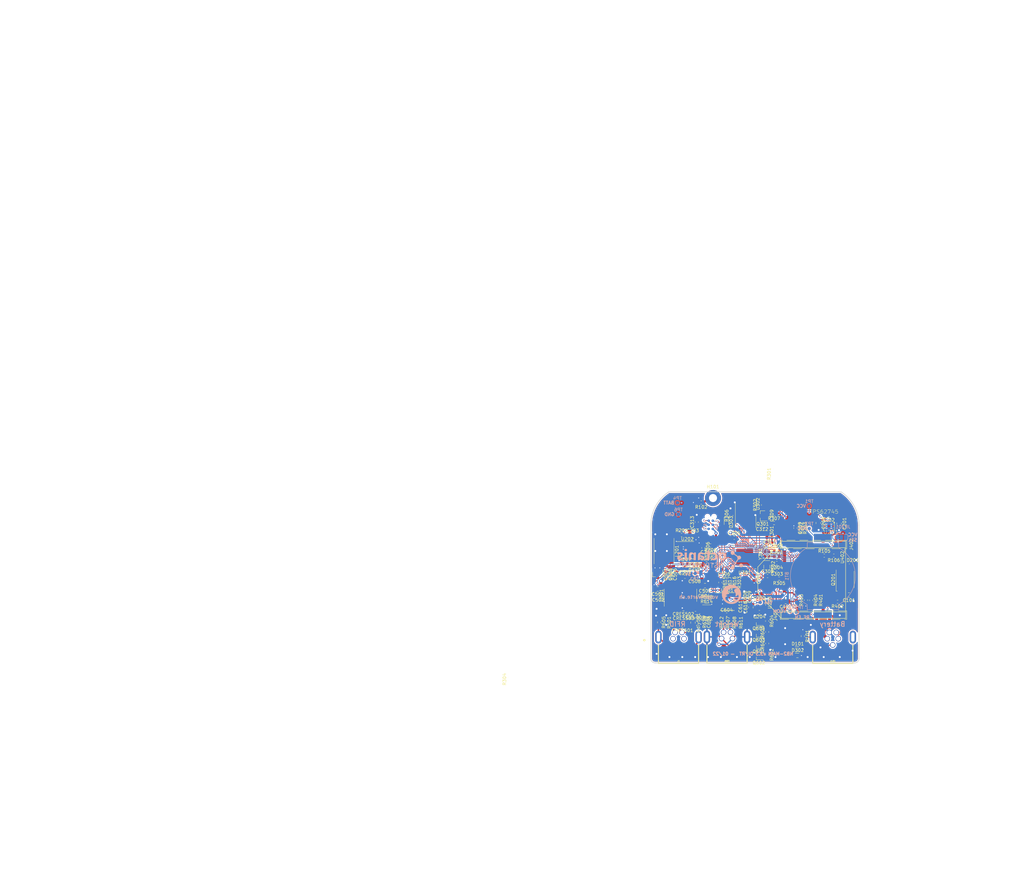
<source format=kicad_pcb>
(kicad_pcb (version 20211014) (generator pcbnew)
  (title_block (title "NB2-MAIN") (date "2022-12-22") (rev "3.3") (company "Octanis Instruments GmbH") (comment 1 "Design ready for production"))
  (layers (0 "F.Cu" signal) (31 "B.Cu" signal) (34 "B.Paste" user) (35 "F.Paste" user) (36 "B.SilkS" user "B.Silkscreen") (37 "F.SilkS" user "F.Silkscreen") (38 "B.Mask" user) (39 "F.Mask" user) (44 "Edge.Cuts" user))
  (net 0 "")
  (net 1 "GND")
  (net 2 "VAA")
  (net 3 "/Load_Cell/EXC_A")
  (net 4 "/Load_Cell/EXC_B")
  (net 5 "/Load_Cell/AIN1")
  (net 6 "/Load_Cell/AIN2")
  (net 7 "+BATT")
  (net 8 "Net-(J1-PadSH)")
  (net 9 "Net-(R611-Pad1)")
  (net 10 "+5V")
  (net 11 "/Control/HK_BAT_V")
  (net 12 "/Control/SPI_MOSI")
  (net 13 "/Control/SPI_MISO")
  (net 14 "/Control/SPI_CLK")
  (net 15 "/Control/BAT_TEST_ENABLE")
  (net 16 "/Control/5V_ENABLE")
  (net 18 "/Control/LOADCELL_SPI_CS")
  (net 19 "Net-(L201-Pad1)")
  (net 20 "Net-(R612-Pad1)")
  (net 21 "Net-(L201-Pad2)")
  (net 22 "NRST")
  (net 23 "VCC")
  (net 24 "VCOM")
  (net 25 "/RFID/ant2")
  (net 26 "USB_D-")
  (net 27 "USB_D+")
  (net 28 "USER_GPIO")
  (net 29 "BAT_IN")
  (net 30 "/RFID/ant1")
  (net 31 "/RFID/shd")
  (net 33 "/RFID/demod_out")
  (net 34 "/RFID/rdyclk")
  (net 35 "/Control/QSPI_CSN")
  (net 36 "/Control/QSPI_SCK")
  (net 37 "/Control/QSPI_IO0")
  (net 38 "/Control/QSPI_IO1")
  (net 39 "/Control/QSPI_IO2")
  (net 40 "/Control/QSPI_IO3")
  (net 41 "/Communication/RF_ENABLE")
  (net 42 "/Communication/RF_TX")
  (net 43 "/Communication/RF_RX")
  (net 44 "/Load_Cell/ADC_CLK")
  (net 45 "/Communication/dtr")
  (net 46 "/Communication/SUPER_B_EN")
  (net 47 "/Communication/SUPER_B_IO0")
  (net 48 "/Communication/RF_RTS")
  (net 49 "/Communication/RF_CTS")
  (net 50 "/Load_Cell/green")
  (net 51 "/Load_Cell/white")
  (net 52 "SWCLK")
  (net 53 "SWDIO")
  (net 54 "RTC_OUT_CALIB")
  (net 56 "Net-(C205-Pad1)")
  (net 57 "/Control/FLASH_POWER_ON_N")
  (net 58 "/ADC_CLK_EN")
  (net 59 "/VAA_LDO_EN")
  (net 60 "/Control/DBG_LED1")
  (net 61 "Net-(C205-Pad2)")
  (net 62 "Net-(C206-Pad1)")
  (net 63 "Net-(C207-Pad1)")
  (net 64 "Net-(C301-Pad1)")
  (net 65 "Net-(C302-Pad1)")
  (net 66 "Net-(C303-Pad2)")
  (net 67 "Net-(C304-Pad2)")
  (net 68 "Net-(C310-Pad2)")
  (net 69 "Net-(C312-Pad2)")
  (net 70 "Net-(C505-Pad2)")
  (net 71 "Net-(C506-Pad2)")
  (net 72 "Net-(C507-Pad2)")
  (net 73 "Net-(C508-Pad2)")
  (net 74 "Net-(C508-Pad1)")
  (net 75 "Net-(Cdiv501-Pad1)")
  (net 76 "Net-(CRES501-Pad1)")
  (net 77 "Net-(CRES502-Pad1)")
  (net 78 "Net-(CRES503-Pad1)")
  (net 79 "Net-(D303-Pad1)")
  (net 80 "Net-(H101-Pad1)")
  (net 81 "Net-(L202-Pad1)")
  (net 82 "Net-(R202-Pad2)")
  (net 83 "Net-(R303-Pad1)")
  (net 84 "Net-(R501-Pad2)")
  (net 85 "Net-(R615-Pad2)")
  (net 86 "Net-(R616-Pad2)")
  (net 87 "Net-(R617-Pad2)")
  (net 88 "Net-(R618-Pad1)")
  (net 89 "/RFID_SLEEP_N")
  (net 92 "Net-(C309-Pad1)")
  (net 99 "/Control/LOADCELL_EXC_A_P")
  (net 100 "/Control/LOADCELL_EXC_A_N")
  (net 101 "/Control/LOADCELL_EXC_B_P")
  (net 102 "/Control/LOADCELL_EXC_B_N")
  (net 103 "/Control/LOADCELL_DRDY")
  (net 105 "Net-(JP201-Pad2)")
  (net 110 "RTC_BAT")
  (net 111 "Net-(J101-PadSH)")
  (footprint "lib_fp:TDSON-8-1_HandSoldering" (layer "F.Cu") (at 218.6595 96.885621 90)
    (fp_text reference "Q201")
    (fp_text value "TPH1R712MDL1Q")
  )
  (footprint "Capacitor_SMD:C_0805_2012Metric" (layer "F.Cu") (at 160.382 99.785621 180)
    (fp_text reference "C501")
    (fp_text value "10u")
  )
  (footprint "Capacitor_SMD:C_0603_1608Metric" (layer "F.Cu") (at 174.8195 100.535621 180)
    (fp_text reference "C504")
    (fp_text value "100n")
  )
  (footprint "Capacitor_SMD:C_0603_1608Metric" (layer "F.Cu") (at 162.8195 95.285621 -90)
    (fp_text reference "C505")
    (fp_text value "10n")
  )
  (footprint "Capacitor_SMD:C_0603_1608Metric" (layer "F.Cu") (at 164.3195 95.285621 -90)
    (fp_text reference "C506")
    (fp_text value "10n")
  )
  (footprint "Capacitor_SMD:C_0603_1608Metric" (layer "F.Cu") (at 168.8195 96.035621)
    (fp_text reference "C507")
    (fp_text value "100n")
  )
  (footprint "Capacitor_SMD:C_0603_1608Metric" (layer "F.Cu") (at 171.8195 96.035621 180)
    (fp_text reference "C508")
    (fp_text value "100n")
  )
  (footprint "Capacitor_SMD:C_0603_1608Metric" (layer "F.Cu") (at 160.532 101.785621 180)
    (fp_text reference "C502")
    (fp_text value "100n")
  )
  (footprint "Capacitor_SMD:C_0805_2012Metric" (layer "F.Cu") (at 175.0695 98.785621 180)
    (fp_text reference "C503")
    (fp_text value "10u")
  )
  (footprint "Capacitor_SMD:C_0805_2012Metric" (layer "F.Cu") (at 171.3195 110.285621 -90)
    (fp_text reference "Cdiv501")
    (fp_text value "10p 500V")
  )
  (footprint "Capacitor_SMD:C_0603_1608Metric" (layer "F.Cu") (at 172.107 107.285621 180)
    (fp_text reference "Cdiv502")
    (fp_text value "1n")
  )
  (footprint "Capacitor_SMD:C_0603_1608Metric" (layer "F.Cu") (at 168.032 111.285621 180)
    (fp_text reference "CRES501")
    (fp_text value "0R")
  )
  (footprint "Capacitor_SMD:C_0805_2012Metric" (layer "F.Cu") (at 168.3195 109.285621)
    (fp_text reference "CRES502")
    (fp_text value "1n5 450V C0G")
  )
  (footprint "Capacitor_SMD:C_0805_2012Metric" (layer "F.Cu") (at 168.382 107.285621 180)
    (fp_text reference "CRES503")
    (fp_text value "1n5 450V C0G")
  )
  (footprint "Package_TO_SOT_SMD:SOT-723" (layer "F.Cu") (at 203.8195 120.485621)
    (fp_text reference "D302")
    (fp_text value "ESD7205")
  )
  (footprint "Package_SO:SOIC-16_3.9x9.9mm_P1.27mm" (layer "F.Cu") (at 167.4545 101.785621 90)
    (fp_text reference "U501")
    (fp_text value "EM4095")
  )
  (footprint "MountingHole:MountingHole_2.5mm_Pad" (layer "F.Cu") (at 177.552422 71.526)
    (fp_text reference "H101")
    (fp_text value "MountingHole_Pad")
  )
  (footprint "Resistor_SMD:R_0603_1608Metric" (layer "F.Cu") (at 166.033879 95.285621 90)
    (fp_text reference "R504")
    (fp_text value "100k")
  )
  (footprint "Resistor_SMD:R_0603_1608Metric" (layer "F.Cu") (at 167.782 83.035621)
    (fp_text reference "R201")
    (fp_text value "100k")
  )
  (footprint "Resistor_SMD:R_0603_1608Metric" (layer "F.Cu") (at 165.3195 110.285621 90)
    (fp_text reference "R501")
    (fp_text value "0R")
  )
  (footprint "Resistor_SMD:R_0603_1608Metric" (layer "F.Cu") (at 173.9 72.9 180)
    (fp_text reference "R102")
    (fp_text value "47R")
  )
  (footprint "Package_TO_SOT_SMD:SOT-23" (layer "F.Cu") (at 160.3195 95.285621 -90)
    (fp_text reference "Q501")
    (fp_text value "NMOS 30V 4A")
  )
  (footprint "lib_fp:M8-5pin_2.9mm_hole" (layer "F.Cu") (at 214.8195 115.285621)
    (fp_text reference "J101")
    (fp_text value "FC-M8-5")
  )
  (footprint "Capacitor_SMD:C_0805_2012Metric" (layer "F.Cu") (at 219.8595 101.685621 180)
    (fp_text reference "C101")
    (fp_text value "10u")
  )
  (footprint "Inductor_SMD:L_1008_2520Metric" (layer "F.Cu") (at 213.5695 76.285621 180)
    (fp_text reference "L202")
    (fp_text value "4.7uH")
  )
  (footprint "Capacitor_SMD:C_0805_2012Metric" (layer "F.Cu") (at 216.8095 79.480621 -90)
    (fp_text reference "C201")
    (fp_text value "10u")
  )
  (footprint "lib_fp:WSON_3x2mm_12pin" (layer "F.Cu") (at 214.1195 80.285621 180)
    (fp_text reference "U201")
    (fp_text value "TPS62745")
  )
  (footprint "Capacitor_SMD:C_0805_2012Metric" (layer "F.Cu") (at 210.3195 79.285621 -90)
    (fp_text reference "C208")
    (fp_text value "10u")
  )
  (footprint "Package_TO_SOT_SMD:SOT-723" (layer "F.Cu") (at 203.8195 118.485621)
    (fp_text reference "D101")
    (fp_text value "ESD7205")
  )
  (footprint "Package_TO_SOT_SMD:SOT-23-5" (layer "F.Cu") (at 192.3195 104.05 -90)
    (fp_text reference "U203")
    (fp_text value "3.0V LDO ")
  )
  (footprint "Capacitor_SMD:C_0603_1608Metric" (layer "F.Cu") (at 192 101.3 180)
    (fp_text reference "C202")
    (fp_text value "1u")
  )
  (footprint "Capacitor_SMD:C_0603_1608Metric" (layer "F.Cu") (at 192 107 180)
    (fp_text reference "C204")
    (fp_text value "1u")
  )
  (footprint "Capacitor_SMD:C_0603_1608Metric" (layer "F.Cu") (at 181.8195 107.785621)
    (fp_text reference "C604")
    (fp_text value "100n 1% DNP")
  )
  (footprint "Capacitor_SMD:C_0603_1608Metric" (layer "F.Cu") (at 174.8 110.1 -90)
    (fp_text reference "C606")
    (fp_text value "100n")
  )
  (footprint "Capacitor_SMD:C_0603_1608Metric" (layer "F.Cu") (at 189 102.285621 90)
    (fp_text reference "C608")
    (fp_text value "1u")
  )
  (footprint "Capacitor_SMD:C_0603_1608Metric" (layer "F.Cu") (at 187.5 102.285621 -90)
    (fp_text reference "C609")
    (fp_text value "100n")
  )
  (footprint "Capacitor_SMD:C_0805_2012Metric" (layer "F.Cu") (at 189.3195 105.535621 90)
    (fp_text reference "C610")
    (fp_text value "DNP")
  )
  (footprint "Capacitor_SMD:C_0603_1608Metric" (layer "F.Cu") (at 187.5 105.285621 90)
    (fp_text reference "C611")
    (fp_text value "100n")
  )
  (footprint "Resistor_SMD:R_0603_1608Metric" (layer "F.Cu") (at 180.8195 110.285621 -90)
    (fp_text reference "R607")
    (fp_text value "0R")
  )
  (footprint "Resistor_SMD:R_0603_1608Metric" (layer "F.Cu") (at 182.8195 110.285621 -90)
    (fp_text reference "R608")
    (fp_text value "0R")
  )
  (footprint "Resistor_SMD:R_0603_1608Metric" (layer "F.Cu") (at 184.8195 110.285621 -90)
    (fp_text reference "R611")
    (fp_text value "0R")
  )
  (footprint "Resistor_SMD:R_0603_1608Metric" (layer "F.Cu") (at 178.8195 110.285621 -90)
    (fp_text reference "R612")
    (fp_text value "0R")
  )
  (footprint "Resistor_SMD:R_0603_1608Metric" (layer "F.Cu") (at 175.5695 102.285621 180)
    (fp_text reference "R614")
    (fp_text value "0R")
  )
  (footprint "Resistor_SMD:R_0603_1608Metric" (layer "F.Cu") (at 175.5695 103.785621)
    (fp_text reference "R618")
    (fp_text value "0R")
  )
  (footprint "Package_SO:TSSOP-16_4.4x5mm_P0.65mm" (layer "F.Cu") (at 182 103.785621)
    (fp_text reference "U601")
    (fp_text value "ADS1220")
  )
  (footprint "lib_fp:M8_4pin_2.9mm_hole" (layer "F.Cu") (at 181.9195 115.235621)
    (fp_text reference "J601")
    (fp_text value "FC-M8-4")
  )
  (footprint "Package_TO_SOT_SMD:SOT-23" (layer "F.Cu") (at 191.8195 116.785621 180)
    (fp_text reference "Q601")
    (fp_text value "PMOS 20V 3A")
  )
  (footprint "Package_TO_SOT_SMD:SOT-23" (layer "F.Cu") (at 191.8195 120.285621 180)
    (fp_text reference "Q602")
    (fp_text value "NMOS 30V 4A")
  )
  (footprint "Package_TO_SOT_SMD:SOT-23" (layer "F.Cu") (at 191.8 113.2 180)
    (fp_text reference "Q603")
    (fp_text value "PMOS 20V 3A")
  )
  (footprint "Package_TO_SOT_SMD:SOT-23" (layer "F.Cu") (at 191.8 109.6 180)
    (fp_text reference "Q604")
    (fp_text value "NMOS 30V 4A")
  )
  (footprint "Resistor_SMD:R_0603_1608Metric" (layer "F.Cu") (at 194.4195 116.785621 90)
    (fp_text reference "R601")
    (fp_text value "100k")
  )
  (footprint "Resistor_SMD:R_0603_1608Metric" (layer "F.Cu") (at 194.4195 120.285621 -90)
    (fp_text reference "R602")
    (fp_text value "100k")
  )
  (footprint "Resistor_SMD:R_0603_1608Metric" (layer "F.Cu") (at 194.4 113.2 90)
    (fp_text reference "R603")
    (fp_text value "100k")
  )
  (footprint "Resistor_SMD:R_0603_1608Metric" (layer "F.Cu") (at 194.4 109.8 -90)
    (fp_text reference "R604")
    (fp_text value "100k")
  )
  (footprint "lib_fp:XBEE_3D_only" (layer "F.Cu") (at 199.8195 96.985621 90)
    (fp_text reference "U402")
    (fp_text value "XBEE")
  )
  (footprint "lib_fp:IC_MIC94085YFT-TR" (layer "F.Cu") (at 203.55 103.5025 90)
    (fp_text reference "U401")
    (fp_text value "Power Switch 2A, 800us soft start")
  )
  (footprint "Capacitor_SMD:C_0805_2012Metric" (layer "F.Cu") (at 200.175 103.725 180)
    (fp_text reference "C401")
    (fp_text value "10u")
  )
  (footprint "Resistor_SMD:R_0603_1608Metric" (layer "F.Cu") (at 212.175 89.45)
    (fp_text reference "R105")
    (fp_text value "DNP")
  )
  (footprint "Resistor_SMD:R_0603_1608Metric" (layer "F.Cu") (at 215.15 89.45 180)
    (fp_text reference "R106")
    (fp_text value "DNP")
  )
  (footprint "Resistor_SMD:R_0603_1608Metric" (layer "F.Cu") (at 209.675 103.325 -90)
    (fp_text reference "R401")
    (fp_text value "10k")
  )
  (footprint "Resistor_SMD:R_0603_1608Metric" (layer "F.Cu") (at 216.3195 103.785621 180)
    (fp_text reference "R402")
    (fp_text value "DNP")
  )
  (footprint "Resistor_SMD:R_0603_1608Metric" (layer "F.Cu") (at 206.475 103.3 90)
    (fp_text reference "R403")
    (fp_text value "100k")
  )
  (footprint "Resistor_SMD:R_0603_1608Metric" (layer "F.Cu") (at 208.1 103.325 -90)
    (fp_text reference "R404")
    (fp_text value "DNP")
  )
  (footprint "Package_SO:SSOP-16_3.9x4.9mm_P0.635mm" (layer "F.Cu") (at 169.5695 87.785621)
    (fp_text reference "U202")
    (fp_text value "LTC3534")
  )
  (footprint "Inductor_SMD:L_Taiyo-Yuden_NR-60xx_HandSoldering" (layer "F.Cu") (at 162.3195 88.035621 -90)
    (fp_text reference "L201")
    (fp_text value "5uH")
  )
  (footprint "Capacitor_SMD:C_0805_2012Metric" (layer "F.Cu") (at 171.282 83.285621)
    (fp_text reference "C203")
    (fp_text value "10u")
  )
  (footprint "Capacitor_SMD:C_0603_1608Metric" (layer "F.Cu") (at 176.782 87.785621 180)
    (fp_text reference "C205")
    (fp_text value "330p")
  )
  (footprint "Capacitor_SMD:C_0603_1608Metric" (layer "F.Cu") (at 174.532 87.035621 -90)
    (fp_text reference "C206")
    (fp_text value "12p")
  )
  (footprint "Capacitor_SMD:C_0603_1608Metric" (layer "F.Cu") (at 168.8195 93.535621 180)
    (fp_text reference "C207")
    (fp_text value "33p")
  )
  (footprint "Capacitor_SMD:C_0805_2012Metric" (layer "F.Cu") (at 175.5695 92.035621)
    (fp_text reference "C209")
    (fp_text value "10u")
  )
  (footprint "Capacitor_SMD:C_0805_2012Metric" (layer "F.Cu") (at 175.5695 90.035621)
    (fp_text reference "C210")
    (fp_text value "10u")
  )
  (footprint "Resistor_SMD:R_0603_1608Metric" (layer "F.Cu") (at 171.8195 93.535621)
    (fp_text reference "R205")
    (fp_text value "10k")
  )
  (footprint "Resistor_SMD:R_0603_1608Metric" (layer "F.Cu") (at 176.782 86.285621 180)
    (fp_text reference "R206")
    (fp_text value "15k")
  )
  (footprint "Resistor_SMD:R_0603_1608Metric" (layer "F.Cu") (at 168.8195 92.035621)
    (fp_text reference "R207")
    (fp_text value "162k 0.1%")
  )
  (footprint "Resistor_SMD:R_0603_1608Metric" (layer "F.Cu") (at 171.8195 92.035621 180)
    (fp_text reference "R208")
    (fp_text value "649k 1%")
  )
  (footprint "Capacitor_SMD:C_0603_1608Metric" (layer "F.Cu") (at 184.1495 83.900621)
    (fp_text reference "C305")
    (fp_text value "1u")
  )
  (footprint "LED_SMD:LED_0603_1608Metric" (layer "F.Cu") (at 181.75 79 -90)
    (fp_text reference "D303")
    (fp_text value "LED_YELLOW")
  )
  (footprint "Package_DFN_QFN:QFN-48-1EP_7x7mm_P0.5mm_EP5.3x5.3mm" (layer "F.Cu") (at 187.4195 89.920621 180)
    (fp_text reference "U301")
    (fp_text value "STM32L433CCxx")
  )
  (footprint "lib_fp:8-LGA-6x8mm" (layer "F.Cu") (at 187.7195 76.785621 -90)
    (fp_text reference "U302")
    (fp_text value "1Gb NAND Flash")
  )
  (footprint "lib_fp:Crystal_SMD_2016-4Pin_2.0x1.6mm" (layer "F.Cu") (at 194.3195 88.920621 90)
    (fp_text reference "Y301")
    (fp_text value "16MHz 10ppm 9pF")
  )
  (footprint "lib_fp:Crystal_SMD_MicroCrystal_CC7V-T1A-2Pin_3.2x1.5mm" (layer "F.Cu") (at 194.3195 92.920621 -90)
    (fp_text reference "Y302")
    (fp_text value "32kHz 20ppm 12.5pF")
  )
  (footprint "Inductor_SMD:L_0402_1005Metric" (layer "F.Cu") (at 194.675 82.025 -90)
    (fp_text reference "L301")
    (fp_text value "10u")
  )
  (footprint "Capacitor_SMD:C_0603_1608Metric" (layer "F.Cu") (at 197.4195 89.720621)
    (fp_text reference "C301")
    (fp_text value "12p")
  )
  (footprint "Capacitor_SMD:C_0603_1608Metric" (layer "F.Cu") (at 197.4195 87.920621)
    (fp_text reference "C302")
    (fp_text value "12p")
  )
  (footprint "Capacitor_SMD:C_0603_1608Metric" (layer "F.Cu") (at 197.4195 93.720621 180)
    (fp_text reference "C303")
    (fp_text value "22p")
  )
  (footprint "Capacitor_SMD:C_0603_1608Metric" (layer "F.Cu") (at 197.4195 91.720621 180)
    (fp_text reference "C304")
    (fp_text value "22p")
  )
  (footprint "Capacitor_SMD:C_0603_1608Metric" (layer "F.Cu") (at 181 93.75 180)
    (fp_text reference "C306")
    (fp_text value "100n")
  )
  (footprint "Capacitor_SMD:C_0603_1608Metric" (layer "F.Cu") (at 190.3195 96.385621 -90)
    (fp_text reference "C307")
    (fp_text value "100n")
  )
  (footprint "Capacitor_SMD:C_0603_1608Metric" (layer "F.Cu") (at 194.5195 95.785621)
    (fp_text reference "C308")
    (fp_text value "100n")
  )
  (footprint "Capacitor_SMD:C_0603_1608Metric" (layer "F.Cu") (at 195.1195 85.285621 180)
    (fp_text reference "C310")
    (fp_text value "10n")
  )
  (footprint "Capacitor_SMD:C_0603_1608Metric" (layer "F.Cu") (at 195.1195 83.785621 180)
    (fp_text reference "C311")
    (fp_text value "1u")
  )
  (footprint "Capacitor_SMD:C_0603_1608Metric" (layer "F.Cu") (at 192.8195 79.785621 180)
    (fp_text reference "C312")
    (fp_text value "1u")
  )
  (footprint "Capacitor_SMD:C_0603_1608Metric" (layer "F.Cu") (at 172.5 79 90)
    (fp_text reference "C313")
    (fp_text value "100n")
  )
  (footprint "Resistor_SMD:R_0603_1608Metric" (layer "F.Cu") (at 206.4 80.8625 90)
    (fp_text reference "R202")
    (fp_text value "162k 0.1%")
  )
  (footprint "Resistor_SMD:R_0603_1608Metric" (layer "F.Cu") (at 204.8 80.8625 -90)
    (fp_text reference "R203")
    (fp_text value "162k 0.1%")
  )
  (footprint "Resistor_SMD:R_0603_1608Metric" (layer "F.Cu") (at 183.25 80 90)
    (fp_text reference "R301")
    (fp_text value "DNP")
  )
  (footprint "Resistor_SMD:R_0603_1608Metric" (layer "F.Cu") (at 192.1195 73.685621 90)
    (fp_text reference "R302")
    (fp_text value "100k")
  )
  (footprint "Resistor_SMD:R_0603_1608Metric" (layer "F.Cu") (at 184.3195 97.785621 -90)
    (fp_text reference "R303")
    (fp_text value "47R")
  )
  (footprint "Resistor_SMD:R_0603_1608Metric" (layer "F.Cu") (at 183.25 77 90)
    (fp_text reference "R306")
    (fp_text value "1k")
  )
  (footprint "Resistor_SMD:R_0603_1608Metric" (layer "F.Cu") (at 182.8195 97.785621 -90)
    (fp_text reference "R616")
    (fp_text value "47R")
  )
  (footprint "Resistor_SMD:R_0603_1608Metric" (layer "F.Cu") (at 181.3095 97.795621 -90)
    (fp_text reference "R617")
    (fp_text value "47R")
  )
  (footprint "Resistor_SMD:R_0603_1608Metric" (layer "F.Cu") (at 179.8195 97.795621 -90)
    (fp_text reference "R615")
    (fp_text value "47R")
  )
  (footprint "Connector_PinSocket_2.00mm:PinSocket_1x10_P2.00mm_Vertical_SMD_Pin1Right" (layer "F.Cu") (at 208.8295 107.965621 90)
    (fp_text reference "J401")
    (fp_text value "Conn_01x10_Female")
  )
  (footprint "Connector_PinSocket_2.00mm:PinSocket_1x10_P2.00mm_Vertical_SMD_Pin1Right" (layer "F.Cu") (at 208.8195 85.975621 -90)
    (fp_text reference "J402")
    (fp_text value "Conn_01x10_Female")
  )
  (footprint "Package_TO_SOT_SMD:SOT-23" (layer "F.Cu") (at 193.0195 77.085621 180)
    (fp_text reference "Q301")
    (fp_text value "PMOS 20V 3A")
  )
  (footprint "Resistor_SMD:R_0603_1608Metric" (layer "F.Cu") (at 195.8195 76.985621 -90)
    (fp_text reference "R304")
    (fp_text value "100k")
  )
  (footprint "lib_fp:M8_4pin_2.9mm_hole" (layer "F.Cu") (at 166.8195 115.285621)
    (fp_text reference "J1")
    (fp_text value "FC-M8-4")
  )
  (footprint "Oscillator:Oscillator_SMD_EuroQuartz_XO32-4Pin_3.2x2.5mm" (layer "F.Cu") (at 175.5695 106.615621 180)
    (fp_text reference "U602")
    (fp_text value "DNP")
  )
  (footprint "Resistor_SMD:R_0603_1608Metric" (layer "F.Cu") (at 196.55 79.3)
    (fp_text reference "R307")
    (fp_text value "47R")
  )
  (footprint "Resistor_SMD:R_0603_1608Metric" (layer "F.Cu") (at 198.15 96.6 180)
    (fp_text reference "R305")
    (fp_text value "DNP")
  )
  (footprint "Capacitor_SMD:C_0603_1608Metric" (layer "F.Cu") (at 203.2 80.875 -90)
    (fp_text reference "C509")
    (fp_text value "10n")
  )
  (footprint "Resistor_SMD:R_0603_1608Metric" (layer "F.Cu") (at 160.8 110.2 -90)
    (fp_text reference "R605")
    (fp_text value "47R")
  )
  (footprint "Resistor_SMD:R_0603_1608Metric" (layer "F.Cu") (at 176.35 110.1 90)
    (fp_text reference "R613")
    (fp_text value "DNP")
  )
  (footprint "Diode_SMD:D_0402_1005Metric" (layer "F.Cu") (at 221.0545 92.035621)
    (fp_text reference "D201")
    (fp_text value "TVS DIODE 12V 23.7V")
  )
  (footprint "Resistor_SMD:R_0603_1608Metric" (layer "F.Cu") (at 205.5 114.5 -90)
    (fp_text reference "R101")
    (fp_text value "47R")
  )
  (footprint "Capacitor_SMD:C_0603_1608Metric" (layer "F.Cu") (at 197.3 77 90)
    (fp_text reference "C309")
    (fp_text value "DNP")
  )
  (footprint "lib_fp:VogelwarteLogo3" (layer "B.Cu") (at 176.75 101.5 180)
    (fp_text reference "LOGO101" hide)
    (fp_text value "Logo_Open_Hardware_Small" hide)
  )
  (footprint "lib_fp_global:oi_logo_small" (layer "B.Cu") (at 176.75 90.5 180)
    (fp_text reference "G101" hide)
    (fp_text value "LOGO" hide)
  )
  (footprint "lib-fp-global:TC2030-MCP-NL" (layer "B.Cu") (at 176.85 79.85 90)
    (fp_text reference "P301" hide)
    (fp_text value "TC2030-MCP" hide)
  )
  (footprint "TestPoint:TestPoint_Pad_D1.0mm" (layer "B.Cu") (at 192.25 104 180)
    (fp_text reference "TP5")
    (fp_text value "VAA_test")
  )
  (footprint "Battery:BatteryHolder_MPD_BC2003_1x2032" (layer "B.Cu") (at 211.75 95.825 -90)
    (fp_text reference "BT1")
    (fp_text value "Battery-RESCUE-Nestbox_v1")
  )
  (footprint "Jumper:SolderJumper-3_P1.3mm_Bridged2Bar12_RoundedPad1.0x1.5mm" (layer "B.Cu") (at 217.5 83.75)
    (fp_text reference "JP201")
    (fp_text value "Jumper_SELECT_Dual")
  )
  (footprint "TestPoint:TestPoint_Pad_D1.0mm" (layer "B.Cu") (at 203.45 107.05 180)
    (fp_text reference "TP202")
    (fp_text value "Vcom_test")
  )
  (footprint "TestPoint:TestPoint_Pad_D1.0mm" (layer "B.Cu") (at 207.5 81 180)
    (fp_text reference "TP3")
    (fp_text value "RTC_Test")
  )
  (footprint "TestPoint:TestPoint_Pad_D1.0mm" (layer "B.Cu") (at 172 95 180)
    (fp_text reference "TP2")
    (fp_text value "5V_test")
  )
  (footprint "TestPoint:TestPoint_Pad_D1.0mm" (layer "B.Cu") (at 166.8 76.6 180)
    (fp_text reference "TP6")
    (fp_text value "GND_test")
  )
  (footprint "TestPoint:TestPoint_Pad_D1.0mm" (layer "B.Cu") (at 166.5 73 180)
    (fp_text reference "TP4")
    (fp_text value "BATT_test")
  )
  (footprint "TestPoint:TestPoint_Pad_D1.0mm" (layer "B.Cu") (at 201.5 106.75 180)
    (fp_text reference "TP201")
    (fp_text value "Vcom_test")
  )
  (footprint "TestPoint:TestPoint_Pad_D1.0mm" (layer "B.Cu") (at 207.5 74 180)
    (fp_text reference "TP1")
    (fp_text value "VCC_test")
  )
  (gr_arc locked (start 158.204482 79.972578) (mid 159.706897 74.056889) (end 163.85 69.575) (layer "Edge.Cuts") (width 0.2))
  (gr_arc locked (start 217.35412 69.575) (mid 221.497223 74.056889) (end 222.999638 79.972578) (layer "Edge.Cuts") (width 0.2))
  (gr_line locked (start 222.999638 79.972578) (end 222.999638 121.472578) (layer "Edge.Cuts") (width 0.2))
  (gr_line locked (start 221.649638 122.822578) (end 159.554482 122.822578) (layer "Edge.Cuts") (width 0.2))
  (gr_arc locked (start 222.999638 121.472578) (mid 222.604232 122.427172) (end 221.649638 122.822578) (layer "Edge.Cuts") (width 0.2))
  (gr_line locked (start 158.204482 121.472578) (end 158.204482 79.972578) (layer "Edge.Cuts") (width 0.2))
  (gr_arc locked (start 159.554482 122.822578) (mid 158.599888 122.427172) (end 158.204482 121.472578) (layer "Edge.Cuts") (width 0.2))
  (gr_line locked (start 163.85 69.575) (end 217.35412 69.575) (layer "Edge.Cuts") (width 0.2))
  (gr_text "NB2-MAIN v3.3 OI/RT  — 01/22" (at 190 120) (layer "B.SilkS") (effects (font (size 1 1) (thickness 0.25)) (justify mirror)))
  (gr_text "VAA" (at 194.8 104) (layer "B.SilkS") (effects (font (size 1 1) (thickness 0.2)) (justify mirror)))
  (gr_text "Weight" (at 182 110.75) (layer "B.SilkS") (effects (font (size 1.5 1.5) (thickness 0.25)) (justify mirror)))
  (gr_text "RTC" (at 205.2 81) (layer "B.SilkS") (effects (font (size 1 1) (thickness 0.2)) (justify mirror)))
  (gr_text "VCC" (at 205 74) (layer "B.SilkS") (effects (font (size 1 1) (thickness 0.2)) (justify mirror)))
  (gr_text "VCOM" (at 198.25 106.75) (layer "B.SilkS") (effects (font (size 1 1) (thickness 0.2)) (justify mirror)))
  (gr_text "VCC\nSEL" (at 221 83.75) (layer "B.SilkS") (effects (font (size 1 1) (thickness 0.2)) (justify mirror)))
  (gr_text "GND" (at 164 76.6) (layer "B.SilkS") (effects (font (size 1 1) (thickness 0.2)) (justify mirror)))
  (gr_text "5V" (at 169.8 95.2) (layer "B.SilkS") (effects (font (size 1 1) (thickness 0.2)) (justify mirror)))
  (gr_text "Battery" (at 214.75 110.75) (layer "B.SilkS") (effects (font (size 1.5 1.5) (thickness 0.25)) (justify mirror)))
  (gr_text "RF_EN" (at 205.3 108.675) (layer "B.SilkS") (effects (font (size 1 1) (thickness 0.2)) (justify mirror)))
  (gr_text "BATT" (at 163.8 73) (layer "B.SilkS") (effects (font (size 1 1) (thickness 0.2)) (justify mirror)))
  (gr_text "RFID" (at 166.5 110.75) (layer "B.SilkS") (effects (font (size 1.5 1.5) (thickness 0.25)) (justify mirror)))
  (gr_text "." (at 169.567 92.280621) (layer "F.SilkS") (effects (font (size 1.5 1.5) (thickness 0.3))))
  (gr_text "." (at 157 115.75 270) (layer "F.SilkS") (effects (font (size 2 2) (thickness 0.5))))
  (segment (start 189 101.498121) (end 187.5 101.498121) (width 0.4) (layer "F.Cu") (net 1))
  (segment (start 185.069011 85.879017) (end 185.1695 85.979506) (width 0.2) (layer "F.Cu") (net 1))
  (segment (start 220.5695 101.458121) (end 220.797 101.685621) (width 0.4) (layer "F.Cu") (net 1))
  (segment (start 175.607 100.535621) (end 175.607 100.893) (width 0.2) (layer "F.Cu") (net 1))
  (segment (start 197.428992 90.498629) (end 197.428992 90.5245) (width 0.2) (layer "F.Cu") (net 1))
  (segment (start 184.937 83.900621) (end 184.937 85.722006) (width 0.2) (layer "F.Cu") (net 1))
  (segment (start 168.256879 87.468121) (end 168.325 87.4) (width 0.4) (layer "F.Cu") (net 1))
  (segment (start 168.0895 97.3395) (end 168 97.25) (width 0.4) (layer "F.Cu") (net 1))
  (segment (start 159.4445 98.6945) (end 159.25 98.5) (width 0.4) (layer "F.Cu") (net 1))
  (segment (start 180.77452 92.97548) (end 180.2125 93.5375) (width 0.2) (layer "F.Cu") (net 1))
  (segment (start 204.3945 118.485621) (end 205.376401 118.485621) (width 0.2) (layer "F.Cu") (net 1))
  (segment (start 194.4195 119.498121) (end 194.601879 119.498121) (width 0.4) (layer "F.Cu") (net 1))
  (segment (start 185.1695 92.170621) (end 183.9695 92.170621) (width 0.2) (layer "F.Cu") (net 1))
  (segment (start 168.0895 100.9105) (end 168 101) (width 0.4) (layer "F.Cu") (net 1))
  (segment (start 185.464379 72.785621) (end 184.414379 72.785621) (width 0.4) (layer "F.Cu") (net 1))
  (segment (start 220.797 102.972) (end 221.275 103.45) (width 0.4) (layer "F.Cu") (net 1))
  (segment (start 179.05 104.110621) (end 180.160621 104.110621) (width 0.2) (layer "F.Cu") (net 1))
  (segment (start 206.475 105.1) (end 206.45 105.125) (width 0.2) (layer "F.Cu") (net 1))
  (segment (start 173.186879 85.563121) (end 173.25 85.5) (width 0.2) (layer "F.Cu") (net 1))
  (segment (start 159.4445 99.785621) (end 159.4445 98.6945) (width 0.4) (layer "F.Cu") (net 1))
  (segment (start 217.107 103.785621) (end 217.107 104.857) (width 0.4) (layer "F.Cu") (net 1))
  (segment (start 192.3195 102.95) (end 192.3195 102.407) (width 0.4) (layer "F.Cu") (net 1))
  (segment (start 183.25 75) (end 183 74.75) (width 0.4) (layer "F.Cu") (net 1))
  (segment (start 205.5 113.675) (end 205.5 112.5) (width 0.4) (layer "F.Cu") (net 1))
  (segment (start 168.0895 105.6605) (end 168 105.75) (width 0.4) (layer "F.Cu") (net 1))
  (segment (start 198.207 93.382) (end 197.525 92.7) (width 0.2) (layer "F.Cu") (net 1))
  (segment (start 194.999171 88.220621) (end 195.701775 88.923225) (width 0.2) (layer "F.Cu") (net 1))
  (segment (start 194.8695 88.220621) (end 194.999171 88.220621) (width 0.2) (layer "F.Cu") (net 1))
  (segment (start 176.507 92.035621) (end 177.514379 92.035621) (width 0.4) (layer "F.Cu") (net 1))
  (segment (start 171.123121 89.373121) (end 170.75 89) (width 0.4) (layer "F.Cu") (net 1))
  (segment (start 168.0895 99.310621) (end 168.0895 97.3395) (width 0.4) (layer "F.Cu") (net 1))
  (segment (start 193.607 80.770178) (end 193.59706 80.780118) (width 0.4) (layer "F.Cu") (net 1))
  (segment (start 210.3195 81.3445) (end 210.425 81.45) (width 0.4) (layer "F.Cu") (net 1))
  (segment (start 166.9945 83.035621) (end 166.9945 81.7555) (width 0.2) (layer "F.Cu") (net 1))
  (segment (start 159.7445 101.785621) (end 159.7445 102.9945) (width 0.4) (layer "F.Cu") (net 1))
  (segment (start 159.7445 101.785621) (end 159.7445 100.085621) (width 0.4) (layer "F.Cu") (net 1))
  (segment (start 198.207 87.920621) (end 198.207 89.720621) (width 0.2) (layer "F.Cu") (net 1))
  (segment (start 172.1695 90.008121) (end 170.991879 90.008121) (width 0.4) (layer "F.Cu") (net 1))
  (segment (start 175.607 100.535621) (end 175.607 99.185621) (width 0.4) (layer "F.Cu") (net 1))
  (segment (start 190.3195 97.173121) (end 190.3195 97.895) (width 0.2) (layer "F.Cu") (net 1))
  (segment (start 217 108.736121) (end 217 108) (width 0.6) (layer "F.Cu") (net 1))
  (segment (start 195.307 95.785621) (end 195.714379 95.785621) (width 0.2) (layer "F.Cu") (net 1))
  (segment (start 159.825 108.4) (end 159.825 108.125) (width 0.4) (layer "F.Cu") (net 1))
  (segment (start 189.54498 96.398601) (end 190.3195 97.173121) (width 0.2) (layer "F.Cu") (net 1))
  (segment (start 221.5395 92.035621) (end 221.5395 91.4105) (width 0.4) (layer "F.Cu") (net 1))
  (segment (start 164.3195 94.498121) (end 164.3195 93.8195) (width 0.4) (layer "F.Cu") (net 1))
  (segment (start 195.907 83.785621) (end 195.907 83.363343) (width 0.4) (layer "F.Cu") (net 1))
  (segment (start 172.633502 83.285621) (end 173.097881 83.75) (width 0.2) (layer "F.Cu") (net 1))
  (segment (start 176.007 98.785621) (end 176.007 97.393) (width 0.4) (layer "F.Cu") (net 1))
  (segment (start 193.214647 90.175474) (end 193.172348 90.175474) (width 0.2) (layer "F.Cu") (net 1))
  (segment (start 189.54498 95.164697) (end 189.54498 96.398601) (width 0.2) (layer "F.Cu") (net 1))
  (segment (start 199.2375 103.725) (end 199.2375 103.5625) (width 0.4) (layer "F.Cu") (net 1))
  (segment (start 204.3945 120.485621) (end 205.0195 120.485621) (width 0.2) (layer "F.Cu") (net 1))
  (segment (start 189.6695 95.040177) (end 189.54498 95.164697) (width 0.2) (layer "F.Cu") (net 1))
  (segment (start 193.7695 89.620621) (end 193.214647 90.175474) (width 0.2) (layer "F.Cu") (net 1))
  (segment (start 184.414379 72.785621) (end 184.325 72.875) (width 0.4) (layer "F.Cu") (net 1))
  (segment (start 183.25 76.2125) (end 183.25 75) (width 0.4) (layer "F.Cu") (net 1))
  (segment (start 220.5695 99.785621) (end 220.5695 101.458121) (width 0.4) (layer "F.Cu") (net 1))
  (segment (start 163.25 92.75) (end 161.5 92.75) (width 0.4) (layer "F.Cu") (net 1))
  (segment (start 191.2125 101.3) (end 191.2125 100.9125) (width 0.4) (layer "F.Cu") (net 1))
  (segment (start 184.937 85.722006) (end 185.069011 85.854018) (width 0.2) (layer "F.Cu") (net 1))
  (segment (start 216.8095 80.418121) (end 216.8095 81.449491) (width 0.4) (layer "F.Cu") (net 1))
  (segment (start 176.3445 105.540621) (end 177.15 104.735121) (width 0.2) (layer "F.Cu") (net 1))
  (segment (start 183.9695 92.170621) (end 183.079379 92.170621) (width 0.2) (layer "F.Cu") (net 1))
  (segment (start 192.3195 102.407) (end 191.2125 101.3) (width 0.4) (layer "F.Cu") (net 1))
  (segment (start 166.9695 87.468121) (end 168.256879 87.468121) (width 0.4) (layer "F.Cu") (net 1))
  (segment (start 172.2195 83.285621) (end 172.633502 83.285621) (width 0.2) (layer "F.Cu") (net 1))
  (segment (start 205.376401 118.485621) (end 205.42639 118.435632) (width 0.2) (layer "F.Cu") (net 1))
  (segment (start 187.9 106.473121) (end 187.5 106.073121) (width 0.4) (layer "F.Cu") (net 1))
  (segment (start 166.9695 85.563121) (end 166.688121 85.563121) (width 0.4) (layer "F.Cu") (net 1))
  (segment (start 195.701775 88.923225) (end 195.75305 88.9745) (width 0.2) (layer "F.Cu") (net 1))
  (segment (start 168.033121 90.008121) (end 168.325 90.3) (width 0.4) (layer "F.Cu") (net 1))
  (segment (start 159.3695 93.3805) (end 159.5 93.25) (width 0.4) (layer "F.Cu") (net 1))
  (segment (start 180.2125 93.0625) (end 180.15 93) (width 0.2) (layer "F.Cu") (net 1))
  (segment (start 187.5 100.775) (end 187.25 100.525) (width 0.4) (layer "F.Cu") (net 1))
  (segment (start 220.797 101.685621) (end 220.797 102.972) (width 0.4) (layer "F.Cu") (net 1))
  (segment (start 184.937 83.900621) (end 184.851457 83.900621) (width 0.2) (layer "F.Cu") (net 1))
  (segment (start 187.5 106.073121) (end 187.5 107.05) (width 0.4) (layer "F.Cu") (net 1))
  (segment (start 182.27452 92.97548) (end 180.77452 92.97548) (width 0.2) (layer "F.Cu") (net 1))
  (segment (start 189.6695 92.170621) (end 187.4195 89.920621) (width 0.2) (layer "F.Cu") (net 1))
  (segment (start 168.032 92.032) (end 167 91) (width 0.4) (layer "F.Cu") (net 1))
  (segment (start 183.079379 92.170621) (end 182.27452 92.97548) (width 0.2) (layer "F.Cu") (net 1))
  (segment (start 172.1695 89.373121) (end 171.123121 89.373121) (width 0.4) (layer "F.Cu") (net 1))
  (segment (start 206.475 104.0875) (end 206.475 105.1) (width 0.2) (layer "F.Cu") (net 1))
  (segment (start 180.160621 104.110621) (end 180.5 104.45) (width 0.2) (layer "F.Cu") (net 1))
  (segment (start 168.326879 89.373121) (end 168.35 89.35) (width 0.4) (layer "F.Cu") (net 1))
  (segment (start 213.8695 79.285621) (end 213.874501 79.28062) (width 0.2) (layer "F.Cu") (net 1))
  (segment (start 168.0895 99.310621) (end 168.0895 100.9105) (width 0.4) (layer "F.Cu") (net 1))
  (segment (start 159.3695 94.285621) (end 159.3695 93.3805) (width 0.4) (layer "F.Cu") (net 1))
  (segment (start 189.6695 93.370621) (end 189.6695 95.040177) (width 0.2) (layer "F.Cu") (net 1))
  (segment (start 168.0895 104.260621) (end 168.0895 102.6605) (width 0.4) (layer "F.Cu") (net 1))
  (segment (start 192.8 108.65) (end 194.0375 108.65) (width 0.4) (layer "F.Cu") (net 1))
  (segment (start 174.8 110.8875) (end 173.8875 110.8875) (width 0.4) (layer "F.Cu") (net 1))
  (segment (start 191.754379 89.170621) (end 191.925 89) (width 0.2) (layer "F.Cu") (net 1))
  (segment (start 187.7195 76.785621) (end 190.685621 76.785621) (width 0.4) (layer "F.Cu") (net 1))
  (segment (start 173.1125 72.9) (end 171.45 72.9) (width 0.6) (layer "F.Cu") (net 1))
  (segment (start 187.5 101.498121) (end 187.5 100.775) (width 0.4) (layer "F.Cu") (net 1))
  (segment (start 194.0375 108.65) (end 194.4 109.0125) (width 0.4) (layer "F.Cu") (net 1))
  (segment (start 180.2125 93.5375) (end 180.2125 93.75) (width 0.2) (layer "F.Cu") (net 1))
  (segment (start 173.1125 72.9) (end 173.1125 71.5125) (width 0.6) (layer "F.Cu") (net 1))
  (segment (start 172.5 78.2125) (end 172.5 76.75) (width 0.4) (layer "F.Cu") (net 1))
  (segment (start 159.7445 102.9945) (end 159.75 103) (width 0.4) (layer "F.Cu") (net 1))
  (segment (start 216.8095 81.449491) (end 216.758991 81.5) (width 0.4) (layer "F.Cu") (net 1))
  (segment (start 180.339379 103.460621) (end 180.55 103.25) (width 0.2) (layer "F.Cu") (net 1))
  (segment (start 175.607 100.893) (end 174.7 101.8) (width 0.2) (layer "F.Cu") (net 1))
  (segment (start 168.032 96.035621) (end 168.032 97.218) (width 0.4) (layer "F.Cu") (net 1))
  (segment (start 198.207 89.720621) (end 197.428992 90.498629) (width 0.2) (layer "F.Cu") (net 1))
  (segment (start 213.874501 78.281289) (end 214.063424 78.092366) (width 0.2) (layer "F.Cu") (net 1))
  (segment (start 179.05 103.460621) (end 180.339379 103.460621) (width 0.2) (layer "F.Cu") (net 1))
  (segment (start 213.874501 79.28062) (end 213.874501 78.281289) (width 0.2) (layer "F.Cu") (net 1))
  (segment (start 204.6225 103.7025) (end 204.625 103.7) (width 0.2) (layer "F.Cu") (net 1))
  (segment (start 166.9945 81.7555) (end 167 81.75) (width 0.2) (layer "F.Cu") (net 1))
  (segment (start 172.8945 108.3945) (end 173 108.5) (width 0.4) (layer "F.Cu") (net 1))
  (segment (start 191.2125 100.9125) (end 190.9 100.6) (width 0.4) (layer "F.Cu") (net 1))
  (segment (start 188.1695 89.170621) (end 187.4195 89.920621) (width 0.2) (layer "F.Cu") (net 1))
  (segment (start 216.677 80.285621) (end 216.8095 80.418121) (width 0.4) (layer "F.Cu") (net 1))
  (segment (start 214.3695 80.285621) (end 216.677 80.285621) (width 0.4) (layer "F.Cu") (net 1))
  (segment (start 185.8145 72.785621) (end 185.464379 72.785621) (width 0.4) (layer "F.Cu") (net 1))
  (segment (start 199.2375 103.5625) (end 200.2 102.6) (width 0.4) (layer "F.Cu") (net 1))
  (segment (start 210.382 80.285621) (end 210.3195 80.223121) (width 0.4) (layer "F.Cu") (net 1))
  (segment (start 176.007 97.393) (end 176.05 97.35) (width 0.4) (layer "F.Cu") (net 1))
  (segment (start 188.1695 93.370621) (end 188.1695 94.452072) (width 0.2) (layer "F.Cu") (net 1))
  (segment (start 195.701775 88.923225) (end 197.409604 88.923225) (width 0.2) (layer "F.Cu") (net 1))
  (segment (start 161.5 92.75) (end 161 93.25) (width 0.4) (layer "F.Cu") (net 1))
  (segment (start 198.207 92.018) (end 197.525 92.7) (width 0.2) (layer "F.Cu") (net 1))
  (segment (start 177.514379 92.035621) (end 177.575 91.975) (width 0.4) (layer "F.Cu") (net 1))
  (segment (start 189.3195 106.473121) (end 187.9 106.473121) (width 0.4) (layer "F.Cu") (net 1))
  (segment (start 190.8695 89.170621) (end 191.754379 89.170621) (width 0.2) (layer "F.Cu") (net 1))
  (segment (start 172.8945 107.285621) (end 172.8945 108.3945) (width 0.4) (layer "F.Cu") (net 1))
  (segment (start 166.9695 90.008121) (end 168.033121 90.008121) (width 0.4) (layer "F.Cu") (net 1))
  (segment (start 176.507 90.035621) (end 177.714379 90.035621) (width 0.4) (layer "F.Cu") (net 1))
  (segment (start 198.207 93.720621) (end 198.207 93.382) (width 0.2) (layer "F.Cu") (net 1))
  (segment (start 163.0095 104.260621) (end 162.860621 104.260621) (width 0.2) (layer "F.Cu") (net 1))
  (segment (start 194.601879 119.498121) (end 195.35 118.75) (width 0.4) (layer "F.Cu") (net 1))
  (segment (start 170.991879 90.008121) (end 170.75 90.25) (width 0.4) (layer "F.Cu") (net 1))
  (segment (start 195.907 83.363343) (end 196.370843 82.8995) (width 0.4) (layer "F.Cu") (net 1))
  (segment (start 203.15 80.075) (end 202.788507 80.075) (width 0.2) (layer "F.Cu") (net 1))
  (segment (start 162.860621 104.260621) (end 162.35 103.75) (width 0.2) (layer "F.Cu") (net 1))
  (segment (start 159.7445 100.085621) (end 159.4445 99.785621) (width 0.4) (layer "F.Cu") (net 1))
  (segment (start 160.8 109.375) (end 159.825 108.4) (width 0.4) (layer "F.Cu") (net 1))
  (segment (start 192.8195 119.335621) (end 194.257 119.335621) (width 0.4) (layer "F.Cu") (net 1))
  (segment (start 185.069011 85.854018) (end 185.069011 85.879017) (width 0.2) (layer "F.Cu") (net 1))
  (segment (start 168.032 92.035621) (end 168.032 92.032) (width 0.4) (layer "F.Cu") (net 1))
  (segment (start 212.8695 80.285621) (end 210.382 80.285621) (width 0.4) (layer "F.Cu") (net 1))
  (segment (start 168.032 97.218) (end 168 97.25) (width 0.4) (layer "F.Cu") (net 1))
  (segment (start 164.3195 94.498121) (end 162.8195 94.498121) (width 0.4) (layer "F.Cu") (net 1))
  (segment (start 168.191879 86.833121) (end 168.325 86.7) (width 0.4) (layer "F.Cu") (net 1))
  (segment (start 217.8295 109.565621) (end 217 108.736121) (width 0.6) (layer "F.Cu") (net 1))
  (segment (start 177.714379 90.035621) (end 177.75 90) (width 0.4) (layer "F.Cu") (net 1))
  (segment (start 172.2195 83.285621) (end 172.2195 84.4695) (width 0.2) (layer "F.Cu") (net 1))
  (segment (start 172.2195 84.4695) (end 172.25 84.5) (width 0.2) (layer "F.Cu") (net 1))
  (segment (start 203.225 80.075) (end 203.2 80.1) (width 0.2) (layer "F.Cu") (net 1))
  (segment (start 195.907 85.285621) (end 195.907 83.785621) (width 0.4) (layer "F.Cu") (net 1))
  (segment (start 203.75 103.7025) (end 204.6225 103.7025) (width 0.2) (layer "F.Cu") (net 1))
  (segment (start 192.975 108.65) (end 193.825 107.8) (width 0.4) (layer "F.Cu") (net 1))
  (segment (start 191.2125 107) (end 191.2125 107.3625) (width 0.4) (layer "F.Cu") (net 1))
  (segment (start 166.9695 89.373121) (end 168.326879 89.373121) (width 0.4) (layer "F.Cu") (net 1))
  (segment (start 177.15 104.735121) (end 177.15 104.6) (width 0.2) (layer "F.Cu") (net 1))
  (segment (start 194.257 119.335621) (end 194.4195 119.498121) (width 0.4) (layer "F.Cu") (net 1))
  (segment (start 210.3195 80.223121) (end 210.3195 81.3445) (width 0.4) (layer "F.Cu") (net 1))
  (segment (start 164.3195 93.8195) (end 163.25 92.75) (width 0.4) (layer "F.Cu") (net 1))
  (segment (start 184.851457 83.900621) (end 184.062263 83.111427) (width 0.2) (layer "F.Cu") (net 1))
  (segment (start 173.1125 71.5125) (end 173.1 71.5) (width 0.6) (layer "F.Cu") (net 1))
  (segment (start 191.2125 107.3625) (end 190.5 108.075) (width 0.4) (layer "F.Cu") (net 1))
  (segment (start 190.3195 97.895) (end 190.4 97.9755) (width 0.2) (layer "F.Cu") (net 1))
  (segment (start 168.0895 102.6605) (end 168.25 102.5) (width 0.4) (layer "F.Cu") (net 1))
  (segment (start 221.5395 91.4105) (end 222.125 90.825) (width 0.4) (layer "F.Cu") (net 1))
  (segment (start 190.8695 89.170621) (end 188.1695 89.170621) (width 0.2) (layer "F.Cu") (net 1))
  (segment (start 185.1695 85.979506) (end 185.1695 86.470621) (width 0.2) (layer "F.Cu") (net 1))
  (segment (start 189.6695 93.370621) (end 189.6695 92.170621) (width 0.2) (layer "F.Cu") (net 1))
  (segment (start 217.107 104.857) (end 217.5 105.25) (width 0.4) (layer "F.Cu") (net 1))
  (segment (start 166.688121 85.563121) (end 166.125 85) (width 0.4) (layer "F.Cu") (net 1))
  (segment (start 202.788507 80.075) (end 202.709193 80.154314) (width 0.2) (layer "F.Cu") (net 1))
  (segment (start 193.607 79.785621) (end 193.607 80.770178) (width 0.4) (layer "F.Cu") (net 1))
  (segment (start 190.685621 76.785621) (end 190.725 76.825) (width 0.4) (layer "F.Cu") (net 1))
  (segment (start 198.207 91.720621) (end 198.207 92.018) (width 0.2) (layer "F.Cu") (net 1))
  (segment (start 187.4195 89.920621) (end 185.1695 92.170621) (width 0.2) (layer "F.Cu") (net 1))
  (segment (start 175.607 99.185621) (end 176.007 98.785621) (width 0.4) (layer "F.Cu") (net 1))
  (segment (start 172.1695 85.563121) (end 173.186879 85.563121) (width 0.2) (layer "F.Cu") (net 1))
  (segment (start 195.714379 95.785621) (end 196.25 95.25) (width 0.2) (layer "F.Cu") (net 1))
  (segment (start 188.1695 94.452072) (end 188.07 94.551572) (width 0.2) (layer "F.Cu") (net 1))
  (segment (start 168.0895 104.260621) (end 168.0895 105.6605) (width 0.4) (layer "F.Cu") (net 1))
  (segment (start 180.2125 93.75) (end 180.2125 93.0625) (width 0.2) (layer "F.Cu") (net 1))
  (segment (start 204.8 80.075) (end 203.225 80.075) (width 0.2) (layer "F.Cu") (net 1))
  (segment (start 197.409604 88.923225) (end 198.207 89.720621) (width 0.2) (layer "F.Cu") (net 1))
  (segment (start 173.8875 110.8875) (end 173.75 110.75) (width 0.4) (layer "F.Cu") (net 1))
  (segment (start 187.5 107.05) (end 187.375 107.175) (width 0.4) (layer "F.Cu") (net 1))
  (segment (start 166.9695 86.833121) (end 168.191879 86.833121) (width 0.4) (layer "F.Cu") (net 1))
  (segment (start 205.0195 120.485621) (end 205.0695 120.535621) (width 0.2) (layer "F.Cu") (net 1))
  (segment (start 192.8 108.65) (end 192.975 108.65) (width 0.4) (layer "F.Cu") (net 1))
  (via (at 200 112) (size 1) (drill 0.6) (layers "F.Cu" "B.Cu") (net 1))
  (via (at 168.325 86.7) (size 0.6) (drill 0.3) (layers "F.Cu" "B.Cu") (net 1))
  (via (at 167 91) (size 0.8) (drill 0.4) (layers "F.Cu" "B.Cu") (net 1))
  (via (at 176.05 97.35) (size 1) (drill 0.6) (layers "F.Cu" "B.Cu") (net 1))
  (via (at 163.2 88) (size 1) (drill 0.6) (layers "F.Cu" "B.Cu") (net 1))
  (via (at 163.2 82.8) (size 1) (drill 0.6) (layers "F.Cu" "B.Cu") (net 1))
  (via (at 168 105.75) (size 0.8) (drill 0.4) (layers "F.Cu" "B.Cu") (net 1))
  (via (at 217.5 105.25) (size 1) (drill 0.6) (layers "F.Cu" "B.Cu") (net 1))
  (via (at 166.125 85) (size 0.6) (drill 0.3) (layers "F.Cu" "B.Cu") (net 1))
  (via (at 193.172348 90.175474) (size 0.6) (drill 0.3) (layers "F.Cu" "B.Cu") (net 1))
  (via (at 193.59706 80.780118) (size 0.6) (drill 0.3) (layers "F.Cu" "B.Cu") (net 1))
  (via (at 214.063424 78.092366) (size 0.6) (drill 0.3) (layers "F.Cu" "B.Cu") (net 1))
  (via (at 180.55 103.25) (size 0.6) (drill 0.3) (layers "F.Cu" "B.Cu") (net 1))
  (via (at 187.375 107.175) (size 1) (drill 0.6) (layers "F.Cu" "B.Cu") (net 1))
  (via (at 172 121) (size 1) (drill 0.6) (layers "F.Cu" "B.Cu") (net 1))
  (via (at 212 121) (size 1) (drill 0.6) (layers "F.Cu" "B.Cu") (net 1))
  (via (at 177.15 104.6) (size 0.6) (drill 0.3) (layers "F.Cu" "B.Cu") (net 1))
  (via (at 163 108) (size 1) (drill 0.6) (layers "F.Cu" "B.Cu") (net 1))
  (via (at 217 108) (size 1) (drill 0.6) (layers "F.Cu" "B.Cu") (net 1))
  (via (at 173 108.5) (size 0.6) (drill 0.3) (layers "F.Cu" "B.Cu") (net 1))
  (via (at 185 121) (size 1) (drill 0.6) (layers "F.Cu" "B.Cu") (net 1))
  (via (at 197 121) (size 1) (drill 0.6) (layers "F.Cu" "B.Cu") (net 1))
  (via (at 159.5 93.25) (size 0.6) (drill 0.3) (layers "F.Cu" "B.Cu") (net 1))
  (via (at 173.75 110.75) (size 0.6) (drill 0.3) (layers "F.Cu" "B.Cu") (net 1))
  (via (at 188.07 94.551572) (size 0.6) (drill 0.3) (layers "F.Cu" "B.Cu") (net 1))
  (via (at 190.9 100.6) (size 0.8) (drill 0.4) (layers "F.Cu" "B.Cu") (net 1))
  (via (at 159.75 103) (size 0.6) (drill 0.3) (layers "F.Cu" "B.Cu") (net 1))
  (via (at 221 119) (size 1) (drill 0.6) (layers "F.Cu" "B.Cu") (net 1))
  (via (at 190.5 108.075) (size 1) (drill 0.6) (layers "F.Cu" "B.Cu") (net 1))
  (via (at 195.35 118.75) (size 1) (drill 0.6) (layers "F.Cu" "B.Cu") (net 1))
  (via (at 176 121) (size 1) (drill 0.6) (layers "F.Cu" "B.Cu") (net 1))
  (via (at 191.925 89) (size 0.6) (drill 0.3) (layers "F.Cu" "B.Cu") (net 1))
  (via (at 171.45 72.9) (size 0.6) (drill 0.3) (layers "F.Cu" "B.Cu") (net 1))
  (via (at 163 111) (size 1) (drill 0.6) (layers "F.Cu" "B.Cu") (net 1))
  (via (at 217 121) (size 1) (drill 0.6) (layers "F.Cu" "B.Cu") (net 1))
  (via (at 190.725 76.825) (size 1) (drill 0.6) (layers "F.Cu" "B.Cu") (net 1))
  (via (at 184.325 72.875) (size 1) (drill 0.6) (layers "F.Cu" "B.Cu") (net 1))
  (via (at 180.15 93) (size 0.6) (drill 0.3) (layers "F.Cu" "B.Cu") (net 1))
  (via (at 196.25 95.25) (size 0.6) (drill 0.3) (layers "F.Cu" "B.Cu") (net 1))
  (via (at 205.0695 120.535621) (size 0.6) (drill 0.3) (layers "F.Cu" "B.Cu") (net 1))
  (via (at 196.370843 82.8995) (size 0.6) (drill 0.3) (layers "F.Cu" "B.Cu") (net 1))
  (via (at 202.709193 80.154314) (size 0.6) (drill 0.3) (layers "F.Cu" "B.Cu") (net 1))
  (via (at 177.575 91.975) (size 0.6) (drill 0.3) (layers "F.Cu" "B.Cu") (net 1))
  (via (at 206.45 105.125) (size 0.6) (drill 0.3) (layers "F.Cu" "B.Cu") (net 1))
  (via (at 168.25 102.5) (size 0.8) (drill 0.4) (layers "F.Cu" "B.Cu") (net 1))
  (via (at 170.75 89) (size 0.6) (drill 0.3) (layers "F.Cu" "B.Cu") (net 1))
  (via (at 168.325 87.4) (size 0.6) (drill 0.3) (layers "F.Cu" "B.Cu") (net 1))
  (via (at 159.825 108.125) (size 1) (drill 0.6) (layers "F.Cu" "B.Cu") (net 1))
  (via (at 180 121) (size 1) (drill 0.6) (layers "F.Cu" "B.Cu") (net 1))
  (via (at 159.6 88) (size 1) (drill 0.6) (layers "F.Cu" "B.Cu") (net 1))
  (via (at 160 120) (size 1) (drill 0.6) (layers "F.Cu" "B.Cu") (net 1))
  (via (at 177.75 90) (size 0.6) (drill 0.3) (layers "F.Cu" "B.Cu") (net 1))
  (via (at 168 97.25) (size 0.8) (drill 0.4) (layers "F.Cu" "B.Cu") (net 1))
  (via (at 173.097881 83.75) (size 0.6) (drill 0.3) (layers "F.Cu" "B.Cu") (net 1))
  (via (at 168 121) (size 1) (drill 0.6) (layers "F.Cu" "B.Cu") (net 1))
  (via (at 160 106) (size 1) (drill 0.6) (layers "F.Cu" "B.Cu") (net 1))
  (via (at 164 121) (size 1) (drill 0.6) (layers "F.Cu" "B.Cu") (net 1))
  (via (at 193.825 107.8) (size 1) (drill 0.6) (layers "F.Cu" "B.Cu") (net 1))
  (via (at 216.758991 81.5) (size 1) (drill 0.6) (layers "F.Cu" "B.Cu") (net 1))
  (via (at 159.25 98.5) (size 0.6) (drill 0.3) (layers "F.Cu" "B.Cu") (net 1))
  (via (at 180.5 104.45) (size 0.6) (drill 0.3) (layers "F.Cu" "B.Cu") (net 1))
  (via (at 183 74.75) (size 1) (drill 0.6) (layers "F.Cu" "B.Cu") (net 1))
  (via (at 184.062263 83.111427) (size 0.6) (drill 0.3) (layers "F.Cu" "B.Cu") (net 1))
  (via (at 197.525 92.7) (size 0.6) (drill 0.3) (layers "F.Cu" "B.Cu") (net 1))
  (via (at 168.35 89.35) (size 0.6) (drill 0.3) (layers "F.Cu" "B.Cu") (net 1))
  (via (at 211 118) (size 1) (drill 0.6) (layers "F.Cu" "B.Cu") (net 1))
  (via (at 207 121) (size 1) (drill 0.6) (layers "F.Cu" "B.Cu") (net 1))
  (via (at 205.5 112.5) (size 0.6) (drill 0.3) (layers "F.Cu" "B.Cu") (net 1))
  (via (at 187.25 100.525) (size 1) (drill 0.6) (layers "F.Cu" "B.Cu") (net 1))
  (via (at 222.125 90.825) (size 1) (drill 0.6) (layers "F.Cu" "B.Cu") (net 1))
  (via (at 159.6 82.8) (size 1) (drill 0.6) (layers "F.Cu" "B.Cu") (net 1))
  (via (at 173.1 71.5) (size 0.6) (drill 0.3) (layers "F.Cu" "B.Cu") (net 1))
  (via (at 172.25 84.5) (size 0.6) (drill 0.3) (layers "F.Cu" "B.Cu") (net 1))
  (via (at 208 111) (size 1) (drill 0.6) (layers "F.Cu" "B.Cu") (net 1))
  (via (at 173.25 85.5) (size 0.6) (drill 0.3) (layers "F.Cu" "B.Cu") (net 1))
  (via (at 205.42639 118.435632) (size 0.6) (drill 0.3) (layers "F.Cu" "B.Cu") (net 1))
  (via (at 204.625 103.7) (size 0.6) (drill 0.3) (layers "F.Cu" "B.Cu") (net 1))
  (via (at 170.75 90.25) (size 0.6) (drill 0.3) (layers "F.Cu" "B.Cu") (net 1))
  (via (at 210.425 81.45) (size 1) (drill 0.6) (layers "F.Cu" "B.Cu") (net 1))
  (via (at 167 81.75) (size 0.6) (drill 0.3) (layers "F.Cu" "B.Cu") (net 1))
  (via (at 168 101) (size 0.8) (drill 0.4) (layers "F.Cu" "B.Cu") (net 1))
  (via (at 200 117) (size 1) (drill 0.6) (layers "F.Cu" "B.Cu") (net 1))
  (via (at 190.4 97.9755) (size 0.6) (drill 0.3) (layers "F.Cu" "B.Cu") (net 1))
  (via (at 168.325 90.3) (size 0.6) (drill 0.3) (layers "F.Cu" "B.Cu") (net 1))
  (via (at 189 121) (size 1) (drill 0.6) (layers "F.Cu" "B.Cu") (net 1))
  (via (at 221.275 103.45) (size 1) (drill 0.6) (layers "F.Cu" "B.Cu") (net 1))
  (via (at 200.2 102.6) (size 1) (drill 0.6) (layers "F.Cu" "B.Cu") (net 1))
  (via (at 161 93.25) (size 0.6) (drill 0.3) (layers "F.Cu" "B.Cu") (net 1))
  (via (at 197.428992 90.5245) (size 0.6) (drill 0.3) (layers "F.Cu" "B.Cu") (net 1))
  (via (at 162.35 103.75) (size 0.6) (drill 0.3) (layers "F.Cu" "B.Cu") (net 1))
  (via (at 172.5 76.75) (size 1) (drill 0.6) (layers "F.Cu" "B.Cu") (net 1))
  (segment (start 174.35 79.85) (end 174.25 79.75) (width 0.4) (layer "B.Cu") (net 1))
  (segment (start 176.215 79.85) (end 174.35 79.85) (width 0.4) (layer "B.Cu") (net 1))
  (segment (start 192.7875 106.975) (end 192.725 106.975) (width 0.4) (layer "F.Cu") (net 2))
  (segment (start 191.950489 113.099511) (end 191.950489 114.96661) (width 0.4) (layer "F.Cu") (net 2))
  (segment (start 191.91298 106.12548) (end 190.67548 106.12548) (width 0.4) (layer "F.Cu") (net 2))
  (segment (start 189.3195 104.598121) (end 187.6 104.598121) (width 0.4) (layer "F.Cu") (net 2))
  (segment (start 189.3195 104.7695) (end 189.3195 104.598121) (width 0.4) (layer "F.Cu") (net 2))
  (segment (start 192.7875 106.8) (end 193.2695 106.318) (width 0.4) (layer "F.Cu") (net 2))
  (segment (start 194.4 112.4125) (end 192.9625 112.4125) (width 0.2) (layer "F.Cu") (net 2))
  (segment (start 192.725 106.975) (end 192.575 106.975) (width 0.4) (layer "F.Cu") (net 2))
  (segment (start 187.1125 104.110621) (end 187.5 104.498121) (width 0.4) (layer "F.Cu") (net 2))
  (segment (start 192.7875 107) (end 191.91298 106.12548) (width 0.4) (layer "F.Cu") (net 2))
  (segment (start 192.9625 112.4125) (end 192.8 112.25) (width 0.2) (layer "F.Cu") (net 2))
  (segment (start 190.090914 104.598121) (end 190.639035 104.05) (width 0.4) (layer "F.Cu") (net 2))
  (segment (start 194.257 115.835621) (end 194.4195 115.998121) (width 0.4) (layer "F.Cu") (net 2))
  (segment (start 192.7875 106.8) (end 191.8 107.7875) (width 0.4) (layer "F.Cu") (net 2))
  (segment (start 191.8 107.7875) (end 191.8 111.25) (width 0.4) (layer "F.Cu") (net 2))
  (segment (start 190.67548 106.12548) (end 189.3195 104.7695) (width 0.4) (layer "F.Cu") (net 2))
  (segment (start 191.8 111.25) (end 192.8 112.25) (width 0.4) (layer "F.Cu") (net 2))
  (segment (start 193.2695 106.318) (end 193.2695 105.385621) (width 0.4) (layer "F.Cu") (net 2))
  (segment (start 187.6 104.598121) (end 187.5 104.498121) (width 0.4) (layer "F.Cu") (net 2))
  (segment (start 192.8195 115.835621) (end 194.257 115.835621) (width 0.4) (layer "F.Cu") (net 2))
  (segment (start 191.950489 114.96661) (end 192.8195 115.835621) (width 0.4) (layer "F.Cu") (net 2))
  (segment (start 189.3195 104.598121) (end 190.090914 104.598121) (width 0.4) (layer "F.Cu") (net 2))
  (segment (start 192.8 112.25) (end 191.950489 113.099511) (width 0.4) (layer "F.Cu") (net 2))
  (segment (start 184.95 104.110621) (end 187.1125 104.110621) (width 0.4) (layer "F.Cu") (net 2))
  (via (at 190.639035 104.05) (size 1) (drill 0.6) (layers "F.Cu" "B.Cu") (net 2))
  (segment (start 192.2 104.05) (end 192.25 104) (width 0.4) (layer "B.Cu") (net 2))
  (segment (start 190.639035 104.05) (end 192.2 104.05) (width 0.4) (layer "B.Cu") (net 2))
  (segment (start 185.713899 110.336101) (end 179.55652 110.336101) (width 0.2) (layer "F.Cu") (net 3))
  (segment (start 178.8195 113.835621) (end 180.2195 115.235621) (width 0.4) (layer "F.Cu") (net 3))
  (segment (start 180.2195 115.235621) (end 183.2695 118.285621) (width 0.4) (layer "F.Cu") (net 3))
  (segment (start 189.3695 118.285621) (end 190.8695 116.785621) (width 0.4) (layer "F.Cu") (net 3))
  (segment (start 190.8695 119.785621) (end 189.3695 118.285621) (width 0.4) (layer "F.Cu") (net 3))
  (segment (start 178.8195 111.073121) (end 178.8195 113.835621) (width 0.4) (layer "F.Cu") (net 3))
  (segment (start 184.95 104.760621) (end 186.074022 104.760621) (width 0.2) (layer "F.Cu") (net 3))
  (segment (start 186.332251 109.717749) (end 185.713899 110.336101) (width 0.2) (layer "F.Cu") (net 3))
  (segment (start 186.332251 105.01885) (end 186.332251 109.717749) (width 0.2) (layer "F.Cu") (net 3))
  (segment (start 179.55652 110.336101) (end 178.8195 111.073121) (width 0.2) (layer "F.Cu") (net 3))
  (segment (start 186.074022 104.760621) (end 186.332251 105.01885) (width 0.2) (layer "F.Cu") (net 3))
  (segment (start 190.8695 120.285621) (end 190.8695 119.785621) (width 0.4) (layer "F.Cu") (net 3))
  (segment (start 183.2695 118.285621) (end 189.3695 118.285621) (width 0.4) (layer "F.Cu") (net 3))
  (segment (start 185.282 111.535621) (end 188.935621 111.535621) (width 0.4) (layer "F.Cu") (net 4))
  (segment (start 178.1 104.760621) (end 177.55 105.310621) (width 0.2) (layer "F.Cu") (net 4))
  (segment (start 184.8195 114.035621) (end 184.8195 111.073121) (width 0.4) (layer "F.Cu") (net 4))
  (segment (start 184.8195 111.073121) (end 185.282 111.535621) (width 0.4) (layer "F.Cu") (net 4))
  (segment (start 183.6195 115.235621) (end 184.8195 114.035621) (width 0.4) (layer "F.Cu") (net 4))
  (segment (start 188.935621 111.535621) (end 190.685621 113.285621) (width 0.4) (layer "F.Cu") (net 4))
  (segment (start 177.55 105.310621) (end 177.55 115.15) (width 0.2) (layer "F.Cu") (net 4))
  (segment (start 190.8 109.6) (end 188.864379 111.535621) (width 0.4) (layer "F.Cu") (net 4))
  (segment (start 188.864379 111.535621) (end 187.8 111.535621) (width 0.4) (layer "F.Cu") (net 4))
  (segment (start 177.55 115.15) (end 179.45 117.05) (width 0.2) (layer "F.Cu") (net 4))
  (segment (start 179.05 104.760621) (end 178.1 104.760621) (width 0.2) (layer "F.Cu") (net 4))
  (segment (start 190.685621 113.285621) (end 190.8195 113.285621) (width 0.4) (layer "F.Cu") (net 4))
  (segment (start 190.773121 109.573121) (end 190.8 109.6) (width 0.4) (layer "F.Cu") (net 4))
  (via (at 179.45 117.05) (size 1) (drill 0.6) (layers "F.Cu" "B.Cu") (net 4))
  (segment (start 181.805121 117.05) (end 179.45 117.05) (width 0.4) (layer "B.Cu") (net 4))
  (segment (start 183.6195 115.235621) (end 181.805121 117.05) (width 0.4) (layer "B.Cu") (net 4))
  (segment (start 183.95 105.410621) (end 182.607 106.753621) (width 0.25) (layer "F.Cu") (net 5))
  (segment (start 182.607 107.785621) (end 182.607 109.285621) (width 0.25) (layer "F.Cu") (net 5))
  (segment (start 182.607 106.753621) (end 182.607 107.785621) (width 0.25) (layer "F.Cu") (net 5))
  (segment (start 184.95 105.410621) (end 183.95 105.410621) (width 0.25) (layer "F.Cu") (net 5))
  (segment (start 182.607 109.285621) (end 182.8195 109.498121) (width 0.25) (layer "F.Cu") (net 5))
  (segment (start 181.032 109.285621) (end 180.8195 109.498121) (width 0.25) (layer "F.Cu") (net 6))
  (segment (start 179.05 105.410621) (end 180.05 105.410621) (width 0.25) (layer "F.Cu") (net 6))
  (segment (start 181.032 107.785621) (end 181.032 109.285621) (width 0.25) (layer "F.Cu") (net 6))
  (segment (start 181.032 106.392621) (end 181.032 107.785621) (width 0.25) (layer "F.Cu") (net 6))
  (segment (start 180.05 105.410621) (end 181.032 106.392621) (width 0.25) (layer "F.Cu") (net 6))
  (segment (start 215.675 82.425) (end 214.8695 81.6195) (width 0.2) (layer "F.Cu") (net 7))
  (segment (start 215.225 70.9) (end 183.3875 70.9) (width 1.5) (layer "F.Cu") (net 7))
  (segment (start 212.8695 82.2445) (end 213.0695 82.4445) (width 0.2) (layer "F.Cu") (net 7))
  (segment (start 170.85 75.25) (end 170.3445 75.7555) (width 1.5) (layer "F.Cu") (net 7))
  (segment (start 217.387176 85.612824) (end 217.5 85.5) (width 0.2) (layer "F.Cu") (net 7))
  (segment (start 170.425 86.05) (end 170.175 86.05) (width 0.4) (layer "F.Cu") (net 7))
  (segment (start 220.8 90.325) (end 220.8 90.6) (width 1) (layer "F.Cu") (net 7))
  (segment (start 218.875 90.6) (end 219.175 90.6) (width 0.4) (layer "F.Cu") (net 7))
  (segment (start 178.5 82.5) (end 178.5 83.25) (width 0.6) (layer "F.Cu") (net 7))
  (segment (start 170.175 86.05) (end 170.075 86.15) (width 0.4) (layer "F.Cu") (net 7))
  (segment (start 220.8 85.8) (end 220.8 90.325) (width 1) (layer "F.Cu") (net 7))
  (segment (start 170.075 86.15) (end 170.075 87.275) (width 0.4) (layer "F.Cu") (net 7))
  (segment (start 218.0195 93.985621) (end 218.0195 92.5805) (width 0.4) (layer "F.Cu") (net 7))
  (segment (start 170.3445 81.4055) (end 170.3445 80.8445) (width 1) (layer "F.Cu") (net 7))
  (segment (start 220.8 82.225) (end 220.8 85.8) (width 1) (layer "F.Cu") (net 7))
  (segment (start 215.166909 78.543121) (end 214.894011 78.816019) (width 0.4) (layer "F.Cu") (net 7))
  (segment (start 220.5695 92.035621) (end 220.5695 90.8305) (width 0.4) (layer "F.Cu") (net 7))
  (segment (start 212.8695 81.285621) (end 212.8695 82.2445) (width 0.2) (layer "F.Cu") (net 7))
  (segment (start 213.8695 81.285621) (end 213.8695 82.4055) (width 0.2) (layer "F.Cu") (net 7))
  (segment (start 216.7495 93.985621) (end 216.7495 92.7255) (width 0.4) (layer "F.Cu") (net 7))
  (segment (start 220.8 79.8) (end 220.8 82.225) (width 1) (layer "F.Cu") (net 7))
  (segment (start 213.8695 82.4055) (end 213.85 82.425) (width 0.2) (layer "F.Cu") (net 7))
  (segment (start 217.387176 85.612824) (end 220.612824 85.612824) (width 0.2) (layer "F.Cu") (net 7))
  (segment (start 219.543121 78.543121) (end 219.543121 75.218121) (width 1.5) (layer "F.Cu") (net 7))
  (segment (start 219.175 90.6) (end 220.525 90.6) (width 0.4) (layer "F.Cu") (net 7))
  (segment (start 179.0375 75.25) (end 170.85 75.25) (width 1.5) (layer "F.Cu") (net 7))
  (segment (start 172.1695 87.468121) (end 171.143121 87.468121) (width 0.4) (layer "F.Cu") (net 7))
  (segment (start 170.075 87.275) (end 170.903121 88.103121) (width 0.4) (layer "F.Cu") (net 7))
  (segment (start 170.3445 83.285621) (end 170.3445 81.4055) (width 1) (layer "F.Cu") (net 7))
  (segment (start 170.3445 85.9695) (end 170.425 86.05) (width 1) (layer "F.Cu") (net 7))
  (segment (start 220.612824 85.612824) (end 220.8 85.8) (width 0.2) (layer "F.Cu") (net 7))
  (segment (start 213.3695 81.285621) (end 213.3695 82.4445) (width 0.2) (layer "F.Cu") (net 7))
  (segment (start 219.543121 75.218121) (end 215.225 70.9) (width 1.5) (layer "F.Cu") (net 7))
  (segment (start 170.903121 88.103121) (end 172.1695 88.103121) (width 0.4) (layer "F.Cu") (net 7))
  (segment (start 168.17606 73) (end 168.244506 73.068446) (width 0.2) (layer "F.Cu") (net 7))
  (segment (start 170.3445 80.8445) (end 170.3445 75.7555) (width 1) (layer "F.Cu") (net 7))
  (segment (start 216.7495 92.7255) (end 218.875 90.6) (width 0.4) (layer "F.Cu") (net 7))
  (segment (start 170.675 87) (end 170.675 86.05) (width 0.4) (layer "F.Cu") (net 7))
  (segment (start 167.8 73) (end 168.17606 73) (width 0.2) (layer "F.Cu") (net 7))
  (segment (start 172.0945 80.8445) (end 170.3445 80.8445) (width 0.6) (layer "F.Cu") (net 7))
  (segment (start 220.5695 93.985621) (end 220.5695 92.035621) (width 0.4) (layer "F.Cu") (net 7))
  (segment (start 220 90.6) (end 220.8 90.6) (width 0.4) (layer "F.Cu") (net 7))
  (segment (start 177.25 84.5) (end 175.75 84.5) (width 0.6) (layer "F.Cu") (net 7))
  (segment (start 170.675 86.05) (end 170.425 86.05) (width 0.4) (layer "F.Cu") (net 7))
  (segment (start 214.8695 81.6195) (end 214.8695 81.285621) (width 0.2) (layer "F.Cu") (net 7))
  (segment (start 219.175 90.6) (end 220 90.6) (width 0.4) (layer "F.Cu") (net 7))
  (segment (start 183.3875 70.9) (end 179.0375 75.25) (width 1.5) (layer "F.Cu") (net 7))
  (segment (start 171.143121 87.468121) (end 170.675 87) (width 0.4) (layer "F.Cu") (net 7))
  (segment (start 213.8695 82.4055) (end 213.4085 82.4055) (width 0.2) (layer "F.Cu") (net 7))
  (segment (start 220.8 82.225) (end 220.6 82.425) (width 0.2) (layer "F.Cu") (net 7))
  (segment (start 178.5 83.25) (end 177.25 84.5) (width 0.6) (layer "F.Cu") (net 7))
  (segment (start 175.75 84.5) (end 172.0945 80.8445) (width 0.6) (layer "F.Cu") (net 7))
  (segment (start 214.894011 78.816019) (end 214.894011 79.26111) (width 0.4) (layer "F.Cu") (net 7))
  (segment (start 219.2995 92.1005) (end 220.8 90.6) (width 0.4) (layer "F.Cu") (net 7))
  (segment (start 220.6 82.425) (end 215.675 82.425) (width 0.2) (layer "F.Cu") (net 7))
  (segment (start 219.543121 78.543121) (end 220.8 79.8) (width 1) (layer "F.Cu") (net 7))
  (segment (start 213.4085 82.4055) (end 213.3695 82.4445) (width 0.2) (layer "F.Cu") (net 7))
  (segment (start 216.8095 78.543121) (end 219.543121 78.543121) (width 1) (layer "F.Cu") (net 7))
  (segment (start 213.0695 82.4445) (end 213.3695 82.4445) (width 0.2) (layer "F.Cu") (net 7))
  (segment (start 216.8095 78.543121) (end 215.166909 78.543121) (width 0.4) (layer "F.Cu") (net 7))
  (segment (start 220.525 90.6) (end 220.8 90.325) (width 0.4) (layer "F.Cu") (net 7))
  (segment (start 220.5695 90.8305) (end 220.8 90.6) (width 0.4) (layer "F.Cu") (net 7))
  (segment (start 218.0195 92.5805) (end 220 90.6) (width 0.4) (layer "F.Cu") (net 7))
  (segment (start 219.2995 93.985621) (end 219.2995 92.1005) (width 0.4) (layer "F.Cu") (net 7))
  (segment (start 170.3445 83.285621) (end 170.3445 85.9695) (width 1) (layer "F.Cu") (net 7))
  (via (at 167.8 73) (size 0.6) (drill 0.3) (layers "F.Cu" "B.Cu") (net 7))
  (via (at 218 82.5) (size 0.6) (drill 0.3) (layers "F.Cu" "B.Cu") (net 7))
  (via (at 178.5 82.5) (size 1) (drill 0.4) (layers "F.Cu" "B.Cu") (net 7))
  (segment (start 216.2 83.200978) (end 216.900978 82.5) (width 0.2) (layer "B.Cu") (net 7))
  (segment (start 216.900978 82.5) (end 218 82.5) (width 0.2) (layer "B.Cu") (net 7))
  (segment (start 216.2 83.75) (end 216.2 83.200978) (width 0.2) (layer "B.Cu") (net 7))
  (segment (start 178.25 81.885) (end 178.5 82.135) (width 0.4) (layer "B.Cu") (net 7))
  (segment (start 166.5 73) (end 167.8 73) (width 0.2) (layer "B.Cu") (net 7))
  (segment (start 177.485 81.12) (end 178.25 81.885) (width 0.4) (layer "B.Cu") (net 7))
  (segment (start 178.5 82.135) (end 178.5 82.5) (width 0.4) (layer "B.Cu") (net 7))
  (segment (start 171.8 117.525) (end 163.308879 117.525) (width 0.4) (layer "F.Cu") (net 8))
  (segment (start 160.5695 111.2555) (end 160.5695 114.785621) (width 0.4) (layer "F.Cu") (net 8))
  (segment (start 173.0695 116.2555) (end 171.8 117.525) (width 0.4) (layer "F.Cu") (net 8))
  (segment (start 163.308879 117.525) (end 160.5695 114.785621) (width 0.4) (layer "F.Cu") (net 8))
  (segment (start 160.8 111.025) (end 160.5695 111.2555) (width 0.4) (layer "F.Cu") (net 8))
  (segment (start 173.0695 114.785621) (end 173.0695 116.2555) (width 0.4) (layer "F.Cu") (net 8))
  (segment (start 184.8195 109.498121) (end 184.8195 106.191121) (width 0.2) (layer "F.Cu") (net 9))
  (segment (start 184.8195 106.191121) (end 184.95 106.060621) (width 0.2) (layer "F.Cu") (net 9))
  (segment (start 161.3195 101.785621) (end 161.3195 99.785621) (width 1) (layer "F.Cu") (net 10))
  (segment (start 173.784668 92.882953) (end 173.784668 93.715332) (width 1) (layer "F.Cu") (net 10))
  (segment (start 174.632 90.035621) (end 174.632 92.035621) (width 0.4) (layer "F.Cu") (net 10))
  (segment (start 173.064379 100.535621) (end 170.6295 102.9705) (width 1) (layer "F.Cu") (net 10))
  (segment (start 174.075 98.728621) (end 174.132 98.785621) (width 1) (layer "F.Cu") (net 10))
  (segment (start 174.075 95.875) (end 174.075 98.728621) (width 1) (layer "F.Cu") (net 10))
  (segment (start 172.607 93.535621) (end 172.607 92.035621) (width 0.4) (layer "F.Cu") (net 10))
  (segment (start 161.3195 97.3555) (end 161.35 97.325) (width 1) (layer "F.Cu") (net 10))
  (segment (start 166.8195 104.260621) (end 166.8195 102.7445) (width 1) (layer "F.Cu") (net 10))
  (segment (start 174.632 92.035621) (end 173.784668 92.882953) (width 1) (layer "F.Cu") (net 10))
  (segment (start 166.8195 102.7445) (end 165.860621 101.785621) (width 1) (layer "F.Cu") (net 10))
  (segment (start 174.032 98.885621) (end 174.032 100.535621) (width 1) (layer "F.Cu") (net 10))
  (segment (start 161.3195 99.785621) (end 161.3195 97.3555) (width 1) (layer "F.Cu") (net 10))
  (segment (start 166.033879 94.498121) (end 166.751879 94.498121) (width 0.2) (layer "F.Cu") (net 10))
  (segment (start 165.860621 101.785621) (end 161.3195 101.785621) (width 1) (layer "F.Cu") (net 10))
  (segment (start 174.032 100.535621) (end 173.064379 100.535621) (width 1) (layer "F.Cu") (net 10))
  (segment (start 174.632 92.035621) (end 172.607 92.035621) (width 0.4) (layer "F.Cu") (net 10))
  (segment (start 173.3345 88.738121) (end 174.632 90.035621) (width 0.4) (layer "F.Cu") (net 10))
  (segment (start 172.1695 88.738121) (end 173.3345 88.738121) (width 0.4) (layer "F.Cu") (net 10))
  (segment (start 174.132 98.785621) (end 174.032 98.885621) (width 1) (layer "F.Cu") (net 10))
  (segment (start 166.751879 94.498121) (end 167 94.25) (width 0.2) (layer "F.Cu") (net 10))
  (segment (start 170.6295 102.9705) (end 170.6295 104.260621) (width 1) (layer "F.Cu") (net 10))
  (via (at 167 94.25) (size 0.6) (drill 0.3) (layers "F.Cu" "B.Cu") (net 10))
  (via (at 174.075 95.875) (size 1) (drill 0.6) (layers "F.Cu" "B.Cu") (net 10))
  (via (at 173.784668 93.715332) (size 1) (drill 0.6) (layers "F.Cu" "B.Cu") (net 10))
  (via (at 161.35 97.325) (size 1) (drill 0.6) (layers "F.Cu" "B.Cu") (net 10))
  (segment (start 161.35 97.325) (end 165.175 93.5) (width 1) (layer "B.Cu") (net 10))
  (segment (start 173.569336 93.5) (end 173.784668 93.715332) (width 1) (layer "B.Cu") (net 10))
  (segment (start 172.25 93.5) (end 173.569336 93.5) (width 1) (layer "B.Cu") (net 10))
  (segment (start 167.5 93.5) (end 172.25 93.5) (width 1) (layer "B.Cu") (net 10))
  (segment (start 172 95) (end 172 93.75) (width 0.2) (layer "B.Cu") (net 10))
  (segment (start 173.784668 95.584668) (end 173.784668 93.715332) (width 1) (layer "B.Cu") (net 10))
  (segment (start 167.5 93.75) (end 167 94.25) (width 0.2) (layer "B.Cu") (net 10))
  (segment (start 167.5 93.5) (end 167.5 93.75) (width 0.2) (layer "B.Cu") (net 10))
  (segment (start 165.175 93.5) (end 167.5 93.5) (width 1) (layer "B.Cu") (net 10))
  (segment (start 172 93.75) (end 172.25 93.5) (width 0.2) (layer "B.Cu") (net 10))
  (segment (start 174.075 95.875) (end 173.784668 95.584668) (width 1) (layer "B.Cu") (net 10))
  (segment (start 198.825 83.45568) (end 198.825 85) (width 0.2) (layer "F.Cu") (net 11))
  (segment (start 197.564879 86.260121) (end 198.025 85.8) (width 0.2) (layer "F.Cu") (net 11))
  (segment (start 202.15 82.65) (end 199.63068 82.65) (width 0.2) (layer "F.Cu") (net 11))
  (segment (start 189.6695 86.021121) (end 190.1195 85.571121) (width 0.2) (layer "F.Cu") (net 11))
  (segment (start 204.9 81.65) (end 203.15 81.65) (width 0.2) (layer "F.Cu") (net 11))
  (segment (start 206.4 81.65) (end 204.8 81.65) (width 0.2) (layer "F.Cu") (net 11))
  (segment (start 203.15 81.65) (end 202.15 82.65) (width 0.2) (layer "F.Cu") (net 11))
  (segment (start 195.8195 86.260121) (end 197.564879 86.260121) (width 0.2) (layer "F.Cu") (net 11))
  (segment (start 198.825 85) (end 198.002561 85.822439) (width 0.2) (layer "F.Cu") (net 11))
  (segment (start 199.63068 82.65) (end 198.825 83.45568) (width 0.2) (layer "F.Cu") (net 11))
  (segment (start 189.6695 86.470621) (end 189.6695 86.021121) (width 0.2) (layer "F.Cu") (net 11))
  (via (at 195.8195 86.260121) (size 0.6) (drill 0.3) (layers "F.Cu" "B.Cu") (net 11))
  (via (at 190.1195 85.571121) (size 0.6) (drill 0.3) (layers "F.Cu" "B.Cu") (net 11))
  (segment (start 194.84451 85.285131) (end 195.8195 86.260121) (width 0.2) (layer "B.Cu") (net 11))
  (segment (start 190.1195 85.571121) (end 192.259114 85.571121) (width 0.2) (layer "B.Cu") (net 11))
  (segment (start 193.199413 85.127468) (end 193.357076 85.285131) (width 0.2) (layer "B.Cu") (net 11))
  (segment (start 192.259114 85.571121) (end 192.702767 85.127468) (width 0.2) (layer "B.Cu") (net 11))
  (segment (start 193.357076 85.285131) (end 194.84451 85.285131) (width 0.2) (layer "B.Cu") (net 11))
  (segment (start 192.702767 85.127468) (end 193.199413 85.127468) (width 0.2) (layer "B.Cu") (net 11))
  (segment (start 185.4195 95.285621) (end 186.6695 94.035621) (width 0.2) (layer "F.Cu") (net 12))
  (segment (start 182.8195 96.998121) (end 183.732 96.085621) (width 0.2) (layer "F.Cu") (net 12))
  (segment (start 185.414944 95.285621) (end 185.4195 95.285621) (width 0.2) (layer "F.Cu") (net 12))
  (segment (start 183.732 96.085621) (end 184.614944 96.085621) (width 0.2) (layer "F.Cu") (net 12))
  (segment (start 184.614944 96.085621) (end 185.414944 95.285621) (width 0.2) (layer "F.Cu") (net 12))
  (segment (start 186.6695 94.035621) (end 186.6695 93.370621) (width 0.2) (layer "F.Cu") (net 12))
  (segment (start 182.632 95.685621) (end 181.3095 97.008121) (width 0.2) (layer "F.Cu") (net 13))
  (segment (start 184.396458 95.685621) (end 182.632 95.685621) (width 0.2) (layer "F.Cu") (net 13))
  (segment (start 186.1695 93.912579) (end 184.396458 95.685621) (width 0.2) (layer "F.Cu") (net 13))
  (segment (start 186.1695 93.370621) (end 186.1695 93.912579) (width 0.2) (layer "F.Cu") (net 13))
  (segment (start 185.6695 93.370621) (end 185.6695 93.847587) (width 0.2) (layer "F.Cu") (net 14))
  (segment (start 184.230975 95.28611) (end 181.541511 95.28611) (width 0.2) (layer "F.Cu") (net 14))
  (segment (start 181.541511 95.28611) (end 179.8195 97.008121) (width 0.2) (layer "F.Cu") (net 14))
  (segment (start 185.6695 93.847587) (end 184.230975 95.28611) (width 0.2) (layer "F.Cu") (net 14))
  (segment (start 197.150489 82.520919) (end 197.150489 84.088181) (width 0.2) (layer "F.Cu") (net 15))
  (segment (start 213.3695 79.285621) (end 213.3695 78.3195) (width 0.2) (layer "F.Cu") (net 15))
  (segment (start 197.150489 84.088181) (end 196.841197 84.397473) (width 0.2) (layer "F.Cu") (net 15))
  (segment (start 199.55 80.121408) (end 197.150489 82.520919) (width 0.2) (layer "F.Cu") (net 15))
  (segment (start 199.55 77.352176) (end 199.55 80.121408) (width 0.2) (layer "F.Cu") (net 15))
  (segment (start 201.402176 75.5) (end 199.55 77.352176) (width 0.2) (layer "F.Cu") (net 15))
  (segment (start 189.1695 85.535621) (end 189.2195 85.485621) (width 0.2) (layer "F.Cu") (net 15))
  (segment (start 189.1695 86.470621) (end 189.1695 85.535621) (width 0.2) (layer "F.Cu") (net 15))
  (segment (start 196.841197 84.397473) (end 196.841197 85.605265) (width 0.2) (layer "F.Cu") (net 15))
  (segment (start 210.925 77.25) (end 209.175 75.5) (width 0.2) (layer "F.Cu") (net 15))
  (segment (start 213.3695 78.3195) (end 213.275 78.225) (width 0.2) (layer "F.Cu") (net 15))
  (segment (start 209.175 75.5) (end 201.402176 75.5) (width 0.2) (layer "F.Cu") (net 15))
  (via (at 189.2195 85.485621) (size 0.6) (drill 0.3) (layers "F.Cu" "B.Cu") (net 15))
  (via (at 196.841197 85.605265) (size 0.6) (drill 0.3) (layers "F.Cu" "B.Cu") (net 15))
  (via (at 210.925 77.25) (size 0.6) (drill 0.3) (layers "F.Cu" "B.Cu") (net 15))
  (via (at 213.275 78.225) (size 0.6) (drill 0.3) (layers "F.Cu" "B.Cu") (net 15))
  (segment (start 211.9 78.225) (end 210.925 77.25) (width 0.2) (layer "B.Cu") (net 15))
  (segment (start 196.121552 84.88562) (end 196.841197 85.605265) (width 0.2) (layer "B.Cu") (net 15))
  (segment (start 189.2195 85.485621) (end 189.977163 84.727958) (width 0.2) (layer "B.Cu") (net 15))
  (segment (start 193.364897 84.727958) (end 193.522558 84.88562) (width 0.2) (layer "B.Cu") (net 15))
  (segment (start 189.977163 84.727958) (end 193.364897 84.727958) (width 0.2) (layer "B.Cu") (net 15))
  (segment (start 213.275 78.225) (end 211.9 78.225) (width 0.2) (layer "B.Cu") (net 15))
  (segment (start 193.522558 84.88562) (end 196.121552 84.88562) (width 0.2) (layer "B.Cu") (net 15))
  (segment (start 168.5695 85.362143) (end 168.5695 83.035621) (width 0.2) (layer "F.Cu") (net 16))
  (segment (start 180.14147 88.869266) (end 180.097823 88.825619) (width 0.2) (layer "F.Cu") (net 16))
  (segment (start 168.5695 82.3055) (end 168.975 81.9) (width 0.2) (layer "F.Cu") (net 16))
  (segment (start 179.979564 88.825619) (end 179.651768 88.497823) (width 0.2) (layer "F.Cu") (net 16))
  (segment (start 166.9695 86.198121) (end 167.733522 86.198121) (width 0.2) (layer "F.Cu") (net 16))
  (segment (start 179.699501 87.050685) (end 177.748326 85.09951) (width 0.2) (layer "F.Cu") (net 16))
  (segment (start 167.733522 86.198121) (end 168.5695 85.362143) (width 0.2) (layer "F.Cu") (net 16))
  (segment (start 179.699501 88.398323) (end 179.699501 87.050685) (width 0.2) (layer "F.Cu") (net 16))
  (segment (start 183.9695 88.670621) (end 183.94838 88.649501) (width 0.2) (layer "F.Cu") (net 16))
  (segment (start 181.612157 88.649501) (end 181.392392 88.869266) (width 0.2) (layer "F.Cu") (net 16))
  (segment (start 177.748326 85.09951) (end 175.501674 85.09951) (width 0.2) (layer "F.Cu") (net 16))
  (segment (start 175.501674 85.09951) (end 172.427164 82.025) (width 0.2) (layer "F.Cu") (net 16))
  (segment (start 172.427164 82.025) (end 171.35 82.025) (width 0.2) (layer "F.Cu") (net 16))
  (segment (start 168.5695 83.035621) (end 168.5695 82.3055) (width 0.2) (layer "F.Cu") (net 16))
  (segment (start 181.392392 88.869266) (end 180.14147 88.869266) (width 0.2) (layer "F.Cu") (net 16))
  (segment (start 179.651768 88.497823) (end 179.651768 88.446056) (width 0.2) (layer "F.Cu") (net 16))
  (segment (start 179.651768 88.446056) (end 179.699501 88.398323) (width 0.2) (layer "F.Cu") (net 16))
  (segment (start 183.94838 88.649501) (end 181.612157 88.649501) (width 0.2) (layer "F.Cu") (net 16))
  (segment (start 180.097823 88.825619) (end 179.979564 88.825619) (width 0.2) (layer "F.Cu") (net 16))
  (via (at 168.975 81.9) (size 0.6) (drill 0.3) (layers "F.Cu" "B.Cu") (net 16))
  (via (at 171.35 82.025) (size 0.6) (drill 0.3) (layers "F.Cu" "B.Cu") (net 16))
  (segment (start 171.35 82.025) (end 169.1 82.025) (width 0.2) (layer "B.Cu") (net 16))
  (segment (start 169.1 82.025) (end 168.975 81.9) (width 0.2) (layer "B.Cu") (net 16))
  (segment (start 180.848839 94.886599) (end 180.735438 95) (width 0.2) (layer "F.Cu") (net 18))
  (segment (start 184.065491 94.886599) (end 180.848839 94.886599) (width 0.2) (layer "F.Cu") (net 18))
  (segment (start 178.0945 102.160621) (end 179.05 102.160621) (width 0.2) (layer "F.Cu") (net 18))
  (segment (start 177.7195 96.9805) (end 177.7195 101.785621) (width 0.2) (layer "F.Cu") (net 18))
  (segment (start 185.1695 93.782594) (end 184.065491 94.886599) (width 0.2) (layer "F.Cu") (net 18))
  (segment (start 177.7195 101.785621) (end 178.0945 102.160621) (width 0.2) (layer "F.Cu") (net 18))
  (segment (start 185.1695 93.370621) (end 185.1695 93.782594) (width 0.2) (layer "F.Cu") (net 18))
  (segment (start 179.7 95) (end 177.7195 96.9805) (width 0.2) (layer "F.Cu") (net 18))
  (segment (start 180.735438 95) (end 179.7 95) (width 0.2) (layer "F.Cu") (net 18))
  (segment (start 165.6 87.4) (end 165.6 87.6) (width 0.8) (layer "F.Cu") (net 19))
  (segment (start 162.9575 85.260621) (end 162.3195 85.260621) (width 0.4) (layer "F.Cu") (net 19))
  (segment (start 163.460621 85.260621) (end 165.6 87.4) (width 0.8) (layer "F.Cu") (net 19))
  (segment (start 165.8 88.103121) (end 162.9575 85.260621) (width 0.4) (layer "F.Cu") (net 19))
  (segment (start 162.3195 85.260621) (end 163.460621 85.260621) (width 0.8) (layer "F.Cu") (net 19))
  (segment (start 166.9695 88.103121) (end 165.8 88.103121) (width 0.4) (layer "F.Cu") (net 19))
  (segment (start 178.8195 109.498121) (end 178.8195 106.291121) (width 0.2) (layer "F.Cu") (net 20))
  (segment (start 178.8195 106.291121) (end 179.05 106.060621) (width 0.2) (layer "F.Cu") (net 20))
  (segment (start 165.761879 88.738121) (end 166.9695 88.738121) (width 0.4) (layer "F.Cu") (net 21))
  (segment (start 163.189379 90.810621) (end 165.2 88.8) (width 0.8) (layer "F.Cu") (net 21))
  (segment (start 162.3195 90.810621) (end 163.689379 90.810621) (width 0.4) (layer "F.Cu") (net 21))
  (segment (start 162.3195 90.810621) (end 163.189379 90.810621) (width 0.8) (layer "F.Cu") (net 21))
  (segment (start 163.689379 90.810621) (end 165.55 88.95) (width 0.4) (layer "F.Cu") (net 21))
  (segment (start 165.55 88.95) (end 165.761879 88.738121) (width 0.4) (layer "F.Cu") (net 21))
  (segment (start 174.75 81) (end 173.5 79.75) (width 0.2) (layer "F.Cu") (net 22))
  (segment (start 195.949511 71.949511) (end 199.099501 75.099501) (width 0.2) (layer "F.Cu") (net 22))
  (segment (start 193.0195 88.3305) (end 192.525 88.825) (width 0.2) (layer "F.Cu") (net 22))
  (segment (start 199.099501 75.099501) (end 199.099501 79.399501) (width 0.2) (layer "F.Cu") (net 22))
  (segment (start 193.218032 87.087089) (end 193.218032 87.429042) (width 0.2) (layer "F.Cu") (net 22))
  (segment (start 172.5375 79.75) (end 172.5 79.7875) (width 0.2) (layer "F.Cu") (net 22))
  (segment (start 192.154379 89.670621) (end 190.8695 89.670621) (width 0.2) (layer "F.Cu") (net 22))
  (segment (start 199.1 80.006416) (end 196.806416 82.3) (width 0.2) (layer "F.Cu") (net 22))
  (segment (start 175.414377 76.299511) (end 179.472222 76.29951) (width 0.2) (layer "F.Cu") (net 22))
  (segment (start 183.822221 71.949511) (end 195.949511 71.949511) (width 0.2) (layer "F.Cu") (net 22))
  (segment (start 192.525 89.3) (end 192.154379 89.670621) (width 0.2) (layer "F.Cu") (net 22))
  (segment (start 173.5 78.213888) (end 175.414377 76.299511) (width 0.2) (layer "F.Cu") (net 22))
  (segment (start 196.806416 82.3) (end 195.843585 82.3) (width 0.2) (layer "F.Cu") (net 22))
  (segment (start 193.218032 87.429042) (end 193.0195 87.627575) (width 0.2) (layer "F.Cu") (net 22))
  (segment (start 195.843585 82.3) (end 195.1195 83.024085) (width 0.2) (layer "F.Cu") (net 22))
  (segment (start 199.099501 79.399501) (end 199.1 79.4) (width 0.2) (layer "F.Cu") (net 22))
  (segment (start 173.5 79.75) (end 172.5375 79.75) (width 0.2) (layer "F.Cu") (net 22))
  (segment (start 194.658339 86.167226) (end 194.137895 86.167226) (width 0.2) (layer "F.Cu") (net 22))
  (segment (start 173.5 79.75) (end 173.5 78.213888) (width 0.2) (layer "F.Cu") (net 22))
  (segment (start 195.1195 85.706065) (end 194.658339 86.167226) (width 0.2) (layer "F.Cu") (net 22))
  (segment (start 195.1195 83.024085) (end 195.1195 85.706065) (width 0.2) (layer "F.Cu") (net 22))
  (segment (start 192.525 88.825) (end 192.525 89.3) (width 0.2) (layer "F.Cu") (net 22))
  (segment (start 194.137895 86.167226) (end 193.218032 87.087089) (width 0.2) (layer "F.Cu") (net 22))
  (segment (start 199.1 79.4) (end 199.1 80.006416) (width 0.2) (layer "F.Cu") (net 22))
  (segment (start 193.0195 87.627575) (end 193.0195 88.3305) (width 0.2) (layer "F.Cu") (net 22))
  (segment (start 179.472222 76.29951) (end 183.822221 71.949511) (width 0.2) (layer "F.Cu") (net 22))
  (via (at 174.75 81) (size 0.6) (drill 0.3) (layers "F.Cu" "B.Cu") (net 22))
  (segment (start 174.87 81.12) (end 174.75 81) (width 0.2) (layer "B.Cu") (net 22))
  (segment (start 176.215 81.12) (end 174.87 81.12) (width 0.2) (layer "B.Cu") (net 22))
  (segment (start 212.4945 76.285621) (end 212.4945 78.317324) (width 0.2) (layer "F.Cu") (net 23))
  (segment (start 183.362 83.900621) (end 183.362 82.612) (width 0.2) (layer "F.Cu") (net 23))
  (segment (start 196.86 81.54) (end 198.5 79.9) (width 0.4) (layer "F.Cu") (net 23))
  (segment (start 177.2 96.85) (end 179.45 94.6) (width 0.2) (layer "F.Cu") (net 23))
  (segment (start 174.7445 107.740621) (end 174.7945 107.690621) (width 0.2) (layer "F.Cu") (net 23))
  (segment (start 187.5 103.073121) (end 189 103.073121) (width 0.4) (layer "F.Cu") (net 23))
  (segment (start 184.6695 86.0195) (end 183.362 84.712) (width 0.2) (layer "F.Cu") (net 23))
  (segment (start 190.3195 95.965177) (end 191.09402 96.739697) (width 0.2) (layer "F.Cu") (net 23))
  (segment (start 210.3195 78.348121) (end 211.951879 78.348121) (width 0.5) (layer "F.Cu") (net 23))
  (segment (start 190.1695 93.370621) (end 190.1695 95.448121) (width 0.2) (layer "F.Cu") (net 23))
  (segment (start 193.35 98.3) (end 196.35 101.3) (width 0.2) (layer "F.Cu") (net 23))
  (segment (start 174.8375 109.275) (end 174.8 109.3125) (width 0.2) (layer "F.Cu") (net 23))
  (segment (start 180.570444 94.6) (end 181.420444 93.75) (width 0.2) (layer "F.Cu") (net 23))
  (segment (start 202.05 79.1) (end 202.35 79.1) (width 1) (layer "F.Cu") (net 23))
  (segment (start 193.2695 102.95) (end 193.2695 101.782) (width 0.4) (layer "F.Cu") (net 23))
  (segment (start 176.95 100.3) (end 177.2 100.55) (width 0.4) (layer "F.Cu") (net 23))
  (segment (start 191.09402 96.739697) (end 191.09402 96.81902) (width 0.2) (layer "F.Cu") (net 23))
  (segment (start 212.65 77.65) (end 212.65 76.441121) (width 0.5) (layer "F.Cu") (net 23))
  (segment (start 197.947168 84.422168) (end 197.965332 84.404004) (width 1) (layer "F.Cu") (net 23))
  (segment (start 180.3 100.15) (end 179.1 100.15) (width 0.4) (layer "F.Cu") (net 23))
  (segment (start 179.45 94.6) (end 180.570444 94.6) (width 0.2) (layer "F.Cu") (net 23))
  (segment (start 203.75 102.45) (end 203.65 102.35) (width 0.2) (layer "F.Cu") (net 23))
  (segment (start 175.594989 108.644989) (end 176.225 109.275) (width 0.2) (layer "F.Cu") (net 23))
  (segment (start 181.7875 93.75) (end 181.55 93.75) (width 0.2) (layer "F.Cu") (net 23))
  (segment (start 191.09402 96.81902) (end 191.09402 97.19402) (width 0.2) (layer "F.Cu") (net 23))
  (segment (start 202.3 101) (end 199.75 101) (width 0.4) (layer "F.Cu") (net 23))
  (segment (start 203.65 102.35) (end 202.3 101) (width 0.4) (layer "F.Cu") (net 23))
  (segment (start 183.15 103) (end 180.45 100.3) (width 0.4) (layer "F.Cu") (net 23))
  (segment (start 203.101879 78.348121) (end 202.35 79.1) (width 1) (layer "F.Cu") (net 23))
  (segment (start 198.498121 76.198121) (end 198.5 76.2) (width 0.4) (layer "F.Cu") (net 23))
  (segment (start 193.025 98.3) (end 193.35 98.3) (width 0.2) (layer "F.Cu") (net 23))
  (segment (start 187.1125 103.460621) (end 187.5 103.073121) (width 0.4) (layer "F.Cu") (net 23))
  (segment (start 202.35 79.1) (end 200.75 77.5) (width 0.4) (layer "F.Cu") (net 23))
  (segment (start 177.2 100.55) (end 177.2 96.85) (width 0.2) (layer "F.Cu") (net 23))
  (segment (start 203.75 103.3025) (end 203.75 102.45) (width 0.2) (layer "F.Cu") (net 23))
  (segment (start 183.429379 92.670621) (end 182.35 93.75) (width 0.2) (layer "F.Cu") (net 23))
  (segment (start 192.2 98.3) (end 193.025 98.3) (width 0.2) (layer "F.Cu") (net 23))
  (segment (start 184.95 103.460621) (end 187.1125 103.460621) (width 0.4) (layer "F.Cu") (net 23))
  (segment (start 193.2695 101.782) (end 192.7875 101.3) (width 0.4) (layer "F.Cu") (net 23))
  (segment (start 191.09402 97.19402) (end 192.2 98.3) (width 0.2) (layer "F.Cu") (net 23))
  (segment (start 174.7945 107.690621) (end 174.7945 109.307) (width 0.2) (layer "F.Cu") (net 23))
  (segment (start 197.965332 83.184668) (end 202.05 79.1) (width 1) (layer "F.Cu") (net 23))
  (segment (start 176.95 100.400565) (end 175.594989 101.755576) (width 0.2) (layer "F.Cu") (net 23))
  (segment (start 179.1 100.15) (end 179.05 100.2) (width 0.4) (layer "F.Cu") (net 23))
  (segment (start 200.75 77.5) (end 200.25 77.5) (width 0.4) (layer "F.Cu") (net 23))
  (segment (start 199.800499 96.449501) (end 199.75 96.5) (width 1) (layer "F.Cu") (net 23))
  (segment (start 212.65 76.441121) (end 212.4945 76.285621) (width 0.5) (layer "F.Cu") (net 23))
  (segment (start 199.075 96.5) (end 199.75 96.5) (width 0.19) (layer "F.Cu") (net 23))
  (segment (start 199.800499 87.599501) (end 199.800499 96.449501) (width 1) (layer "F.Cu") (net 23))
  (segment (start 180.45 100.3) (end 180.3 100.15) (width 0.4) (layer "F.Cu") (net 23))
  (segment (start 199.75 101.25) (end 199.75 101) (width 1) (layer "F.Cu") (net 23))
  (segment (start 212.4945 78.317324) (end 212.8695 78.692324) (width 0.2) (layer "F.Cu") (net 23))
  (segment (start 176.225 109.275) (end 176.35 109.275) (width 0.2) (layer "F.Cu") (net 23))
  (segment (start 192.7875 101.3) (end 192.7875 101.275775) (width 0.4) (layer "F.Cu") (net 23))
  (segment (start 174.7945 109.307) (end 174.8 109.3125) (width 0.2) (layer "F.Cu") (net 23))
  (segment (start 189 103.073121) (end 189.226879 103.073121) (width 0.4) (layer "F.Cu") (net 23))
  (segment (start 176.95 100.25) (end 176.95 100.3) (width 0.4) (layer "F.Cu") (net 23))
  (segment (start 198.5 79.9) (end 198.5 76.2) (width 0.4) (layer "F.Cu") (net 23))
  (segment (start 190.3195 95.598121) (end 190.3195 95.965177) (width 0.2) (layer "F.Cu") (net 23))
  (segment (start 176.35 109.275) (end 174.8375 109.275) (width 0.2) (layer "F.Cu") (net 23))
  (segment (start 195.757 76.135621) (end 195.8195 76.198121) (width 0.4) (layer "F.Cu") (net 23))
  (segment (start 195.8195 76.198121) (end 198.498121 76.198121) (width 0.4) (layer "F.Cu") (net 23))
  (segment (start 199.75 101) (end 199.75 96.5) (width 1) (layer "F.Cu") (net 23))
  (segment (start 184.6695 86.470621) (end 184.6695 86.0195) (width 0.2) (layer "F.Cu") (net 23))
  (segment (start 183.362 84.712) (end 183.362 83.900621) (width 0.2) (layer "F.Cu") (net 23))
  (segment (start 175.594989 101.755576) (end 175.594989 108.644989) (width 0.2) (layer "F.Cu") (net 23))
  (segment (start 181.55 93.75) (end 181.420444 93.75) (width 0.2) (layer "F.Cu") (net 23))
  (segment (start 192.7875 101.275775) (end 192.130463 100.618738) (width 0.4) (layer "F.Cu") (net 23))
  (segment (start 181.7875 93.75) (end 181.420444 93.75) (width 0.2) (layer "F.Cu") (net 23))
  (segment (start 194.675 81.54) (end 196.86 81.54) (width 0.4) (layer "F.Cu") (net 23))
  (segment (start 212.8695 78.692324) (end 212.8695 79.285621) (width 0.2) (layer "F.Cu") (net 23))
  (segment (start 182.35 93.75) (end 181.7875 93.75) (width 0.2) (layer "F.Cu") (net 23))
  (segment (start 176.95 100.25) (end 176.95 100.400565) (width 0.2) (layer "F.Cu") (net 23))
  (segment (start 194.0195 76.135621) (end 195.757 76.135621) (width 0.4) (layer "F.Cu") (net 23))
  (segment (start 183.9695 92.670621) (end 183.429379 92.670621) (width 0.2) (layer "F.Cu") (net 23))
  (segment (start 189.226879 103.073121) (end 189.9 102.4) (width 0.4) (layer "F.Cu") (net 23))
  (segment (start 211.951879 78.348121) (end 212.65 77.65) (width 0.5) (layer "F.Cu") (net 23))
  (segment (start 210.3195 78.348121) (end 203.101879 78.348121) (width 1) (layer "F.Cu") (net 23))
  (segment (start 198.975 96.6) (end 199.075 96.5) (width 0.19) (layer "F.Cu") (net 23))
  (segment (start 183.362 82.612) (end 183 82.25) (width 0.2) (layer "F.Cu") (net 23))
  (segment (start 197.965332 84.404004) (end 197.965332 83.184668) (width 1) (layer "F.Cu") (net 23))
  (segment (start 199.9 87.5) (end 199.800499 87.599501) (width 1) (layer "F.Cu") (net 23))
  (segment (start 190.1695 95.448121) (end 190.3195 95.598121) (width 0.2) (layer "F.Cu") (net 23))
  (via (at 207.5 76.25) (size 0.6) (drill 0.3) (layers "F.Cu" "B.Cu") (net 23))
  (via (at 198.5 76.2) (size 0.6) (drill 0.3) (layers "F.Cu" "B.Cu") (net 23))
  (via (at 183.15 103) (size 0.8) (drill 0.4) (layers "F.Cu" "B.Cu") (net 23))
  (via (at 196.35 101.3) (size 0.6) (drill 0.3) (layers "F.Cu" "B.Cu") (net 23))
  (via (at 183 82.25) (size 1) (drill 0.6) (layers "F.Cu" "B.Cu") (net 23))
  (via (at 179.05 100.2) (size 0.8) (drill 0.4) (layers "F.Cu" "B.Cu") (net 23))
  (via (at 199.9 87.5) (size 1) (drill 0.6) (layers "F.Cu" "B.Cu") (net 23))
  (via (at 197.947168 84.422168) (size 1) (drill 0.6) (layers "F.Cu" "B.Cu") (net 23))
  (via (at 192.130463 100.618738) (size 0.8) (drill 0.4) (layers "F.Cu" "B.Cu") (net 23))
  (via (at 199.75 101.25) (size 1) (drill 0.6) (layers "F.Cu" "B.Cu") (net 23))
  (via (at 189.9 102.4) (size 1) (drill 0.6) (layers "F.Cu" "B.Cu") (net 23))
  (via (at 176.95 100.25) (size 0.8) (drill 0.4) (layers "F.Cu" "B.Cu") (net 23))
  (via (at 200.25 77.5) (size 0.6) (drill 0.3) (layers "F.Cu" "B.Cu") (net 23))
  (segment (start 189.9 102.4) (end 189.3 103) (width 0.4) (layer "B.Cu") (net 23))
  (segment (start 177 100.2) (end 176.95 100.25) (width 0.4) (layer "B.Cu") (net 23))
  (segment (start 192.55 102.2) (end 190.1 102.2) (width 1) (layer "B.Cu") (net 23))
  (segment (start 207.5 74) (end 207.5 76.25) (width 0.2) (layer "B.Cu") (net 23))
  (segment (start 186.178448 83.928448) (end 184.5 82.25) (width 0.4) (layer "B.Cu") (net 23))
  (segment (start 189.3 103) (end 183.15 103) (width 0.4) (layer "B.Cu") (net 23))
  (segment (start 196.35 101.3) (end 196.35 101.725) (width 0.2) (layer "B.Cu") (net 23))
  (segment (start 190.1 102.2) (end 189.9 102.4) (width 1) (layer "B.Cu") (net 23))
  (segment (start 196.825 102.2) (end 198.8 102.2) (width 1) (layer "B.Cu") (net 23))
  (segment (start 198.851958 87.451958) (end 197.947168 86.547168) (width 1) (layer "B.Cu") (net 23))
  (segment (start 197.453448 83.928448) (end 186.178448 83.928448) (width 0.4) (layer "B.Cu") (net 23))
  (segment (start 192.130463 101.780463) (end 192.55 102.2) (width 0.4) (layer "B.Cu") (net 23))
  (segment (start 198.8 102.2) (end 199.75 101.25) (width 1) (layer "B.Cu") (net 23))
  (segment (start 184.5 82.25) (end 183 82.25) (width 0.4) (layer "B.Cu") (net 23))
  (segment (start 192.130463 100.618738) (end 192.130463 101.780463) (width 0.4) (layer "B.Cu") (net 23))
  (segment (start 199.9 87.5) (end 199.851958 87.451958) (width 1) (layer "B.Cu") (net 23))
  (segment (start 197.453448 83.928448) (end 197.947168 84.422168) (width 1) (layer "B.Cu") (net 23))
  (segment (start 198.95 76.2) (end 200.25 77.5) (width 0.4) (layer "B.Cu") (net 23))
  (segment (start 197.947168 86.547168) (end 197.947168 84.422168) (width 1) (layer "B.Cu") (net 23))
  (segment (start 192.55 102.2) (end 196.825 102.2) (width 1) (layer "B.Cu") (net 23))
  (segment (start 179.05 100.2) (end 177 100.2) (width 0.4) (layer "B.Cu") (net 23))
  (segment (start 199.851958 87.451958) (end 198.851958 87.451958) (width 1) (layer "B.Cu") (net 23))
  (segment (start 196.35 101.725) (end 196.825 102.2) (width 0.2) (layer "B.Cu") (net 23))
  (segment (start 198.5 76.2) (end 198.95 76.2) (width 0.4) (layer "B.Cu") (net 23))
  (segment (start 209.675 102.5375) (end 208.8625 103.35) (width 0.2) (layer "F.Cu") (net 24))
  (segment (start 202.110851 104.723351) (end 201.1125 103.725) (width 0.2) (layer "F.Cu") (net 24))
  (segment (start 200.134379 106.365621) (end 200.5 106) (width 0.2) (layer "F.Cu") (net 24))
  (segment (start 208.8625 103.35) (end 205.975 103.35) (width 0.2) (layer "F.Cu") (net 24))
  (segment (start 201.1125 103.725) (end 202.275 103.725) (width 0.4) (layer "F.Cu") (net 24))
  (segment (start 199.8295 106.365621) (end 199.8295 105.008) (width 0.4) (layer "F.Cu") (net 24))
  (segment (start 204.601649 104.723351) (end 202.110851 104.723351) (width 0.2) (layer "F.Cu") (net 24))
  (segment (start 199.8295 105.008) (end 201.1125 103.725) (width 0.4) (layer "F.Cu") (net 24))
  (segment (start 203.35 103.7025) (end 202.7475 103.7025) (width 0.2) (layer "F.Cu") (net 24))
  (segment (start 202.275 103.725) (end 202.725 103.725) (width 0.4) (layer "F.Cu") (net 24))
  (segment (start 205.975 103.35) (end 204.601649 104.723351) (width 0.2) (layer "F.Cu") (net 24))
  (segment (start 199.8295 106.365621) (end 200.134379 106.365621) (width 0.2) (layer "F.Cu") (net 24))
  (segment (start 202.7475 103.7025) (end 202.725 103.725) (width 0.2) (layer "F.Cu") (net 24))
  (via (at 200.5 106) (size 0.6) (drill 0.3) (layers "F.Cu" "B.Cu") (net 24))
  (segment (start 200.75 106) (end 201.5 106.75) (width 0.2) (layer "B.Cu") (net 24))
  (segment (start 200.5 106) (end 200.75 106) (width 0.2) (layer "B.Cu") (net 24))
  (segment (start 167.8945 113.335621) (end 167.2445 112.685621) (width 0.4) (layer "F.Cu") (net 25))
  (segment (start 169.207 113.335621) (end 171.3195 111.223121) (width 0.4) (layer "F.Cu") (net 25))
  (segment (start 167.2445 112.685621) (end 167.2445 111.285621) (width 0.4) (layer "F.Cu") (net 25))
  (segment (start 167.8945 113.335621) (end 169.207 113.335621) (width 0.4) (layer "F.Cu") (net 25))
  (segment (start 217.9195 113.909193) (end 217.9195 116.973487) (width 0.19) (layer "F.Cu") (net 26))
  (segment (start 217.595439 113.585132) (end 217.9195 113.909193) (width 0.19) (layer "F.Cu") (net 26))
  (segment (start 202.879632 120.450489) (end 199.162623 120.450489) (width 0.19) (layer "F.Cu") (net 26))
  (segment (start 197.4 118.687866) (end 197.4 100.937866) (width 0.19) (layer "F.Cu") (net 26))
  (segment (start 183.9695 90.670621) (end 182.37141 90.670621) (width 0.19) (layer "F.Cu") (net 26))
  (segment (start 217.192877 113.585132) (end 217.595439 113.585132) (width 0.19) (layer "F.Cu") (net 26))
  (segment (start 217.9195 116.973487) (end 215.442987 119.45) (width 0.19) (layer "F.Cu") (net 26))
  (segment (start 197.4 100.937866) (end 192.011045 95.548911) (width 0.19) (layer "F.Cu") (net 26))
  (segment (start 182.37141 90.670621) (end 182.25641 90.555621) (width 0.19) (layer "F.Cu") (net 26))
  (segment (start 203.880121 119.45) (end 203.2445 120.085621) (width 0.19) (layer "F.Cu") (net 26))
  (segment (start 216.5195 115.285621) (end 216.5195 114.258509) (width 0.19) (layer "F.Cu") (net 26))
  (segment (start 192.011045 95.548911) (end 191.951089 95.548911) (width 0.19) (layer "F.Cu") (net 26))
  (segment (start 203.2445 120.085621) (end 202.879632 120.450489) (width 0.19) (layer "F.Cu") (net 26))
  (segment (start 215.442987 119.45) (end 203.880121 119.45) (width 0.19) (layer "F.Cu") (net 26))
  (segment (start 216.5195 114.258509) (end 217.192877 113.585132) (width 0.19) (layer "F.Cu") (net 26))
  (segment (start 199.162623 120.450489) (end 197.4 118.687866) (width 0.19) (layer "F.Cu") (net 26))
  (via (at 182.25641 90.555621) (size 0.6) (drill 0.3) (layers "F.Cu" "B.Cu") (net 26))
  (via (at 191.951089 95.548911) (size 0.6) (drill 0.3) (layers "F.Cu" "B.Cu") (net 26))
  (segment (start 182.767755 90.555621) (end 184.312134 92.1) (width 0.19) (layer "B.Cu") (net 26))
  (segment (start 182.39641 90.695621) (end 182.25641 90.555621) (width 0.19) (layer "B.Cu") (net 26))
  (segment (start 184.312134 92.1) (end 188.062134 92.1) (width 0.19) (layer "B.Cu") (net 26))
  (segment (start 191.902178 95.5) (end 191.951089 95.548911) (width 0.19) (layer "B.Cu") (net 26))
  (segment (start 182.25641 90.555621) (end 182.767755 90.555621) (width 0.19) (layer "B.Cu") (net 26))
  (segment (start 188.062134 92.1) (end 191.462134 95.5) (width 0.19) (layer "B.Cu") (net 26))
  (segment (start 191.462134 95.5) (end 191.902178 95.5) (width 0.19) (layer "B.Cu") (net 26))
  (segment (start 203.8 120.016099) (end 203.8 120.364143) (width 0.19) (layer "F.Cu") (net 27))
  (segment (start 203.108879 120.75) (end 199.037866 120.75) (width 0.19) (layer "F.Cu") (net 27))
  (segment (start 217.7 113.25) (end 218.2195 113.7695) (width 0.19) (layer "F.Cu") (net 27))
  (segment (start 218.2195 117.097755) (end 215.567255 119.75) (width 0.19) (layer "F.Cu") (net 27))
  (segment (start 215.980121 113.25) (end 217.7 113.25) (width 0.19) (layer "F.Cu") (net 27))
  (segment (start 197.1 118.812134) (end 197.1 101.062134) (width 0.19) (layer "F.Cu") (net 27))
  (segment (start 197.1 101.062134) (end 192.287866 96.25) (width 0.19) (layer "F.Cu") (net 27))
  (segment (start 218.2195 113.7695) (end 218.2195 117.097755) (width 0.19) (layer "F.Cu") (net 27))
  (segment (start 215.567255 119.75) (end 204.066099 119.75) (width 0.19) (layer "F.Cu") (net 27))
  (segment (start 203.8 120.364143) (end 203.278522 120.885621) (width 0.19) (layer "F.Cu") (net 27))
  (segment (start 182.37141 91.170621) (end 182.25641 91.285621) (width 0.19) (layer "F.Cu") (net 27))
  (segment (start 203.2445 120.885621) (end 203.108879 120.75) (width 0.19) (layer "F.Cu") (net 27))
  (segment (start 199.037866 120.75) (end 197.1 118.812134) (width 0.19) (layer "F.Cu") (net 27))
  (segment (start 183.9695 91.170621) (end 182.37141 91.170621) (width 0.19) (layer "F.Cu") (net 27))
  (segment (start 204.066099 119.75) (end 203.8 120.016099) (width 0.19) (layer "F.Cu") (net 27))
  (segment (start 215.8945 113.335621) (end 215.980121 113.25) (width 0.19) (layer "F.Cu") (net 27))
  (segment (start 203.278522 120.885621) (end 203.2445 120.885621) (width 0.19) (layer "F.Cu") (net 27))
  (segment (start 192.287866 96.25) (end 191.5 96.25) (width 0.19) (layer "F.Cu") (net 27))
  (via (at 191.5 96.25) (size 0.6) (drill 0.3) (layers "F.Cu" "B.Cu") (net 27))
  (via (at 182.25641 91.285621) (size 0.6) (drill 0.3) (layers "F.Cu" "B.Cu") (net 27))
  (segment (start 182.854379 91.145621) (end 184.108758 92.4) (width 0.19) (layer "B.Cu") (net 27))
  (segment (start 187.937866 92.4) (end 191.437866 95.9) (width 0.19) (layer "B.Cu") (net 27))
  (segment (start 182.25641 91.285621) (end 182.6 91.285621) (width 0.19) (layer "B.Cu") (net 27))
  (segment (start 191.437866 95.9) (end 191.437866 96.187866) (width 0.19) (layer "B.Cu") (net 27))
  (segment (start 182.25641 91.285621) (end 182.39641 91.145621) (width 0.19) (layer "B.Cu") (net 27))
  (segment (start 184.108758 92.4) (end 187.937866 92.4) (width 0.19) (layer "B.Cu") (net 27))
  (segment (start 191.437866 96.187866) (end 191.5 96.25) (width 0.19) (layer "B.Cu") (net 27))
  (segment (start 182.39641 91.145621) (end 182.854379 91.145621) (width 0.19) (layer "B.Cu") (net 27))
  (segment (start 191.381962 88.070132) (end 191.446955 88.070132) (width 0.2) (layer "F.Cu") (net 28))
  (segment (start 191.446955 88.070132) (end 192.41901 87.098078) (width 0.2) (layer "F.Cu") (net 28))
  (segment (start 190.8695 88.170621) (end 191.281473 88.170621) (width 0.2) (layer "F.Cu") (net 28))
  (segment (start 191.281473 88.170621) (end 191.381962 88.070132) (width 0.2) (layer "F.Cu") (net 28))
  (segment (start 199.000988 94.849012) (end 199.000988 87.506665) (width 0.2) (layer "F.Cu") (net 28))
  (segment (start 199.260478 118.885621) (end 198.05097 117.676113) (width 0.2) (layer "F.Cu") (net 28))
  (segment (start 203.394011 119.035132) (end 212.069989 119.035132) (width 0.2) (layer "F.Cu") (net 28))
  (segment (start 199.000988 87.506665) (end 198.353944 86.859621) (width 0.2) (layer "F.Cu") (net 28))
  (segment (start 203.2445 118.885621) (end 203.394011 119.035132) (width 0.2) (layer "F.Cu") (net 28))
  (segment (start 192.41901 87.098078) (end 192.41901 86.259049) (width 0.2) (layer "F.Cu") (net 28))
  (segment (start 194.552424 86.859621) (end 194.45953 86.766727) (width 0.2) (layer "F.Cu") (net 28))
  (segment (start 192.41901 86.259049) (end 192.95109 85.726969) (width 0.2) (layer "F.Cu") (net 28))
  (segment (start 198.05097 100.601206) (end 198.200489 100.451687) (width 0.2) (layer "F.Cu") (net 28))
  (segment (start 212.069989 119.035132) (end 213.8695 117.235621) (width 0.2) (layer "F.Cu") (net 28))
  (segment (start 198.200489 100.451687) (end 198.200489 95.649511) (width 0.2) (layer "F.Cu") (net 28))
  (segment (start 198.05097 117.676113) (end 198.05097 100.601206) (width 0.2) (layer "F.Cu") (net 28))
  (segment (start 198.200489 95.649511) (end 199.000988 94.849012) (width 0.2) (layer "F.Cu") (net 28))
  (segment (start 198.353944 86.859621) (end 194.552424 86.859621) (width 0.2) (layer "F.Cu") (net 28))
  (segment (start 213.8695 117.235621) (end 214.8195 117.235621) (width 0.2) (layer "F.Cu") (net 28))
  (segment (start 203.2445 118.885621) (end 199.260478 118.885621) (width 0.2) (layer "F.Cu") (net 28))
  (via (at 194.45953 86.766727) (size 0.6) (drill 0.3) (layers "F.Cu" "B.Cu") (net 28))
  (via (at 192.95109 85.726969) (size 0.6) (drill 0.3) (layers "F.Cu" "B.Cu") (net 28))
  (segment (start 193.419772 85.726969) (end 192.95109 85.726969) (width 0.2) (layer "B.Cu") (net 28))
  (segment (start 194.45953 86.766727) (end 193.419772 85.726969) (width 0.2) (layer "B.Cu") (net 28))
  (segment (start 220.6 105) (end 218.922 103.322) (width 1) (layer "F.Cu") (net 29))
  (segment (start 219.2995 101.308121) (end 218.922 101.685621) (width 0.4) (layer "F.Cu") (net 29))
  (segment (start 218.085621 101.685621) (end 218.922 101.685621) (width 0.4) (layer "F.Cu") (net 29))
  (segment (start 218.0195 99.785621) (end 218.0195 101.6195) (width 0.4) (layer "F.Cu") (net 29))
  (segment (start 218.922 103.322) (end 218.922 101.685621) (width 1) (layer "F.Cu") (net 29))
  (segment (start 213.48878 111.4) (end 218.844143 111.4) (width 1) (layer "F.Cu") (net 29))
  (segment (start 216.7495 101.5495) (end 216.885621 101.685621) (width 0.4) (layer "F.Cu") (net 29))
  (segment (start 220.6 109.644143) (end 220.6 105) (width 1) (layer "F.Cu") (net 29))
  (segment (start 219.2995 99.785621) (end 219.2995 101.308121) (width 0.4) (layer "F.Cu") (net 29))
  (segment (start 218.0195 101.6195) (end 218.085621 101.685621) (width 0.4) (layer "F.Cu") (net 29))
  (segment (start 212 114.166121) (end 212 112.88878) (width 1) (layer "F.Cu") (net 29))
  (segment (start 216.885621 101.685621) (end 218.085621 101.685621) (width 0.4) (layer "F.Cu") (net 29))
  (segment (start 212 112.88878) (end 213.48878 111.4) (width 1) (layer "F.Cu") (net 29))
  (segment (start 218.844143 111.4) (end 220.6 109.644143) (width 1) (layer "F.Cu") (net 29))
  (segment (start 213.1195 115.285621) (end 212 114.166121) (width 1) (layer "F.Cu") (net 29))
  (segment (start 216.7495 99.785621) (end 216.7495 101.5495) (width 0.4) (layer "F.Cu") (net 29))
  (segment (start 165.3195 112.910621) (end 165.7445 113.335621) (width 0.4) (layer "F.Cu") (net 30))
  (segment (start 165.3195 111.073121) (end 165.3195 112.910621) (width 0.4) (layer "F.Cu") (net 30))
  (segment (start 166.033879 96.073121) (end 165.296859 95.336101) (width 0.2) (layer "F.Cu") (net 31))
  (segment (start 165.296859 95.336101) (end 162.163899 95.336101) (width 0.2) (layer "F.Cu") (net 31))
  (segment (start 161.214379 96.285621) (end 160.3195 96.285621) (width 0.2) (layer "F.Cu") (net 31))
  (segment (start 166.033879 96.073121) (end 166.033879 98.826242) (width 0.2) (layer "F.Cu") (net 31))
  (segment (start 166.033879 98.826242) (end 165.5495 99.310621) (width 0.2) (layer "F.Cu") (net 31))
  (segment (start 162.163899 95.336101) (end 161.214379 96.285621) (width 0.2) (layer "F.Cu") (net 31))
  (segment (start 167 98.789404) (end 166.8195 98.969904) (width 0.2) (layer "F.Cu") (net 33))
  (segment (start 177.009172 94.947466) (end 167.452534 94.947466) (width 0.2) (layer "F.Cu") (net 33))
  (segment (start 182.439653 89.969641) (end 182.369032 89.899021) (width 0.2) (layer "F.Cu") (net 33))
  (segment (start 182.569642 89.969642) (end 182.439653 89.969641) (width 0.2) (layer "F.Cu") (net 33))
  (segment (start 183.9695 90.170621) (end 182.770621 90.170621) (width 0.2) (layer "F.Cu") (net 33))
  (segment (start 182.057617 89.899021) (end 177.009172 94.947466) (width 0.2) (layer "F.Cu") (net 33))
  (segment (start 182.770621 90.170621) (end 182.569642 89.969642) (width 0.2) (layer "F.Cu") (net 33))
  (segment (start 167.452534 94.947466) (end 167 95.4) (width 0.2) (layer "F.Cu") (net 33))
  (segment (start 166.8195 98.969904) (end 166.8195 99.310621) (width 0.2) (layer "F.Cu") (net 33))
  (segment (start 182.369032 89.899021) (end 182.057617 89.899021) (width 0.2) (layer "F.Cu") (net 33))
  (segment (start 167 95.4) (end 167 98.789404) (width 0.2) (layer "F.Cu") (net 33))
  (segment (start 182.534516 89.49951) (end 181.892135 89.49951) (width 0.2) (layer "F.Cu") (net 34))
  (segment (start 162.938162 105.8) (end 160.48152 103.343358) (width 0.2) (layer "F.Cu") (net 34))
  (segment (start 177.241645 94.15) (end 175.35 94.15) (width 0.2) (layer "F.Cu") (net 34))
  (segment (start 182.605137 89.570131) (end 182.534516 89.49951) (width 0.2) (layer "F.Cu") (net 34))
  (segment (start 160.48152 98.23152) (end 160.3 98.05) (width 0.2) (layer "F.Cu") (net 34))
  (segment (start 164.2795 104.260621) (end 164.2795 105.5205) (width 0.2) (layer "F.Cu") (net 34))
  (segment (start 182.870621 89.670621) (end 182.770132 89.570132) (width 0.2) (layer "F.Cu") (net 34))
  (segment (start 181.892135 89.49951) (end 177.241645 94.15) (width 0.2) (layer "F.Cu") (net 34))
  (segment (start 164 105.8) (end 162.938162 105.8) (width 0.2) (layer "F.Cu") (net 34))
  (segment (start 160.48152 103.343358) (end 160.48152 98.23152) (width 0.2) (layer "F.Cu") (net 34))
  (segment (start 164.2795 105.5205) (end 164 105.8) (width 0.2) (layer "F.Cu") (net 34))
  (segment (start 183.9695 89.670621) (end 182.870621 89.670621) (width 0.2) (layer "F.Cu") (net 34))
  (segment (start 182.770132 89.570132) (end 182.605137 89.570131) (width 0.2) (layer "F.Cu") (net 34))
  (via (at 160.3 98.05) (size 0.6) (drill 0.3) (layers "F.Cu" "B.Cu") (net 34))
  (via (at 175.35 94.15) (size 0.6) (drill 0.3) (layers "F.Cu" "B.Cu") (net 34))
  (segment (start 173.549511 92.349511) (end 175.35 94.15) (width 0.2) (layer "B.Cu") (net 34))
  (segment (start 165.000489 92.349511) (end 173.549511 92.349511) (width 0.2) (layer "B.Cu") (net 34))
  (segment (start 160.3 97.05) (end 165.000489 92.349511) (width 0.2) (layer "B.Cu") (net 34))
  (segment (start 160.3 98.05) (end 160.3 97.05) (width 0.2) (layer "B.Cu") (net 34))
  (segment (start 191.1195 83.085621) (end 191.1195 86.920621) (width 0.2) (layer "F.Cu") (net 35))
  (segment (start 191.1195 86.920621) (end 190.8695 87.170621) (width 0.2) (layer "F.Cu") (net 35))
  (segment (start 189.6245 72.785621) (end 189.737 72.898121) (width 0.2) (layer "F.Cu") (net 35))
  (segment (start 192.132 72.898121) (end 192.89402 73.660141) (width 0.2) (layer "F.Cu") (net 35))
  (segment (start 192.1195 72.898121) (end 192.132 72.898121) (width 0.2) (layer "F.Cu") (net 35))
  (segment (start 189.737 72.898121) (end 192.1195 72.898121) (width 0.2) (layer "F.Cu") (net 35))
  (segment (start 192.89402 78.111101) (end 192.76902 78.236101) (width 0.2) (layer "F.Cu") (net 35))
  (segment (start 192.89402 73.660141) (end 192.89402 78.111101) (width 0.2) (layer "F.Cu") (net 35))
  (segment (start 192.76902 78.236101) (end 192.76902 81.436101) (width 0.2) (layer "F.Cu") (net 35))
  (segment (start 192.76902 81.436101) (end 191.1195 83.085621) (width 0.2) (layer "F.Cu") (net 35))
  (segment (start 187.0845 80.785621) (end 187.9845 79.885621) (width 0.2) (layer "F.Cu") (net 36))
  (segment (start 188.56569 79.885621) (end 189.07098 80.390911) (width 0.2) (layer "F.Cu") (net 36))
  (segment (start 189.07098 80.390911) (end 189.07098 83.674777) (width 0.2) (layer "F.Cu") (net 36))
  (segment (start 189.07098 83.674777) (end 190.719001 85.322798) (width 0.2) (layer "F.Cu") (net 36))
  (segment (start 190.719001 85.322798) (end 190.719001 85.92112) (width 0.2) (layer "F.Cu") (net 36))
  (segment (start 187.9845 79.885621) (end 188.56569 79.885621) (width 0.2) (layer "F.Cu") (net 36))
  (segment (start 190.719001 85.92112) (end 190.1695 86.470621) (width 0.2) (layer "F.Cu") (net 36))
  (segment (start 186.073531 83.439652) (end 187.17451 84.540631) (width 0.2) (layer "F.Cu") (net 37))
  (segment (start 187.19951 85.309516) (end 187.19951 85.815484) (width 0.2) (layer "F.Cu") (net 37))
  (segment (start 187.17451 86.465611) (end 187.1695 86.470621) (width 0.2) (layer "F.Cu") (net 37))
  (segment (start 186.073531 81.044652) (end 186.073531 83.439652) (width 0.2) (layer "F.Cu") (net 37))
  (segment (start 187.17451 85.840484) (end 187.17451 86.465611) (width 0.2) (layer "F.Cu") (net 37))
  (segment (start 187.17451 84.540631) (end 187.17451 85.284516) (width 0.2) (layer "F.Cu") (net 37))
  (segment (start 185.8145 80.785621) (end 186.073531 81.044652) (width 0.2) (layer "F.Cu") (net 37))
  (segment (start 187.17451 85.284516) (end 187.19951 85.309516) (width 0.2) (layer "F.Cu") (net 37))
  (segment (start 187.19951 85.815484) (end 187.17451 85.840484) (width 0.2) (layer "F.Cu") (net 37))
  (segment (start 185.0195 78.785621) (end 185.0195 75.085621) (width 0.2) (layer "F.Cu") (net 38))
  (segment (start 186.454989 74.685132) (end 188.3545 72.785621) (width 0.2) (layer "F.Cu") (net 38))
  (segment (start 187.6695 84.400615) (end 186.5195 83.250615) (width 0.2) (layer "F.Cu") (net 38))
  (segment (start 186.5195 83.250615) (end 186.5195 80.285621) (width 0.2) (layer "F.Cu") (net 38))
  (segment (start 187.6695 86.470621) (end 187.6695 84.400615) (width 0.2) (layer "F.Cu") (net 38))
  (segment (start 186.5195 80.285621) (end 185.0195 78.785621) (width 0.2) (layer "F.Cu") (net 38))
  (segment (start 185.0195 75.085621) (end 185.419989 74.685132) (width 0.2) (layer "F.Cu") (net 38))
  (segment (start 185.419989 74.685132) (end 186.454989 74.685132) (width 0.2) (layer "F.Cu") (net 38))
  (segment (start 187.0845 72.785621) (end 187.0845 73.420621) (width 0.2) (layer "F.Cu") (net 39))
  (segment (start 184.4195 79.285621) (end 185.1195 79.985621) (width 0.2) (layer "F.Cu") (net 39))
  (segment (start 188.1695 84.335621) (end 188.1695 84.785621) (width 0.2) (layer "F.Cu") (net 39))
  (segment (start 184.9195 74.285621) (end 184.4195 74.785621) (width 0.2) (layer "F.Cu") (net 39))
  (segment (start 184.4195 74.785621) (end 184.4195 79.285621) (width 0.2) (layer "F.Cu") (net 39))
  (segment (start 187.2195 83.385621) (end 188.1695 84.335621) (width 0.2) (layer "F.Cu") (net 39))
  (segment (start 188.1695 86.470621) (end 188.1695 84.335621) (width 0.2) (layer "F.Cu") (net 39))
  (segment (start 187.0845 73.420621) (end 186.2195 74.285621) (width 0.2) (layer "F.Cu") (net 39))
  (segment (start 186.2195 74.285621) (end 184.9195 74.285621) (width 0.2) (layer "F.Cu") (net 39))
  (segment (start 187.2195 81.985621) (end 187.2195 83.385621) (width 0.2) (layer "F.Cu") (net 39))
  (via (at 185.1195 79.985621) (size 0.6) (drill 0.3) (layers "F.Cu" "B.Cu") (net 39))
  (via (at 187.2195 81.985621) (size 0.6) (drill 0.3) (layers "F.Cu" "B.Cu") (net 39))
  (segment (start 185.2195 79.985621) (end 187.2195 81.985621) (width 0.2) (layer "B.Cu") (net 39))
  (segment (start 185.1195 79.985621) (end 185.2195 79.985621) (width 0.2) (layer "B.Cu") (net 39))
  (segment (start 188.619999 86.42112) (end 188.6695 86.470621) (width 0.2) (layer "F.Cu") (net 40))
  (segment (start 188.619999 81.05112) (end 188.619999 86.42112) (width 0.2) (layer "F.Cu") (net 40))
  (segment (start 188.3545 80.785621) (end 188.619999 81.05112) (width 0.2) (layer "F.Cu") (net 40))
  (segment (start 202.924511 89.924511) (end 202.175 89.175) (width 0.2) (layer "F.Cu") (net 41))
  (segment (start 206.475 102.5125) (end 204.5625 102.5125) (width 0.2) (layer "F.Cu") (net 41))
  (segment (start 204.5625 102.5125) (end 204.475 102.425) (width 0.2) (layer "F.Cu") (net 41))
  (segment (start 183.598381 87.170621) (end 182.65326 86.2255) (width 0.2) (layer "F.Cu") (net 41))
  (segment (start 209.45 101.1875) (end 209.45 91.004988) (width 0.2) (layer "F.Cu") (net 41))
  (segment (start 202.175 89.175) (end 202.175 89.075123) (width 0.2) (layer "F.Cu") (net 41))
  (segment (start 203.009703 103.3025) (end 202.626434 102.919231) (width 0.2) (layer "F.Cu") (net 41))
  (segment (start 183.9695 87.170621) (end 183.598381 87.170621) (width 0.2) (layer "F.Cu") (net 41))
  (segment (start 208.1 102.5375) (end 209.45 101.1875) (width 0.2) (layer "F.Cu") (net 41))
  (segment (start 203.35 103.3025) (end 203.009703 103.3025) (width 0.2) (layer "F.Cu") (net 41))
  (segment (start 209.45 91.004988) (end 208.369523 89.924511) (width 0.2) (layer "F.Cu") (net 41))
  (segment (start 208.369523 89.924511) (end 202.924511 89.924511) (width 0.2) (layer "F.Cu") (net 41))
  (segment (start 208.1 102.5375) (end 206.5 102.5375) (width 0.2) (layer "F.Cu") (net 41))
  (segment (start 206.5 102.5375) (end 206.475 102.5125) (width 0.2) (layer "F.Cu") (net 41))
  (via (at 202.175 89.075123) (size 0.6) (drill 0.3) (layers "F.Cu" "B.Cu") (net 41))
  (via (at 204.475 102.425) (size 0.6) (drill 0.3) (layers "F.Cu" "B.Cu") (net 41))
  (via (at 182.65326 86.2255) (size 0.6) (drill 0.3) (layers "F.Cu" "B.Cu") (net 41))
  (via (at 202.626434 102.919231) (size 0.6) (drill 0.3) (layers "F.Cu" "B.Cu") (net 41))
  (segment (start 203.594231 102.919231) (end 202.626434 102.919231) (width 0.2) (layer "B.Cu") (net 41))
  (segment (start 187.4505 86.2255) (end 188.350489 87.125489) (width 0.2) (layer "B.Cu") (net 41))
  (segment (start 182.65326 86.2255) (end 187.4505 86.2255) (width 0.2) (layer "B.Cu") (net 41))
  (segment (start 203.45 105.4) (end 202.6 104.55) (width 0.2) (layer "B.Cu") (net 41))
  (segment (start 202.6 102.945665) (end 202.626434 102.919231) (width 0.2) (layer "B.Cu") (net 41))
  (segment (start 194.765483 89.050489) (end 198.870501 89.050489) (width 0.2) (layer "B.Cu") (net 41))
  (segment (start 192.840484 87.12549) (end 194.765483 89.050489) (width 0.2) (layer "B.Cu") (net 41))
  (segment (start 201.349634 89.900489) (end 202.175 89.075123) (width 0.2) (layer "B.Cu") (net 41))
  (segment (start 199.720501 89.900489) (end 201.349634 89.900489) (width 0.2) (layer "B.Cu") (net 41))
  (segment (start 204.475 102.425) (end 204.15 102.425) (width 0.2) (layer "B.Cu") (net 41))
  (segment (start 198.870501 89.050489) (end 199.720501 89.900489) (width 0.2) (layer "B.Cu") (net 41))
  (segment (start 202.6 104.55) (end 202.6 102.945665) (width 0.2) (layer "B.Cu") (net 41))
  (segment (start 204.15 102.425) (end 203.625 102.95) (width 0.2) (layer "B.Cu") (net 41))
  (segment (start 203.45 107.05) (end 203.45 105.4) (width 0.2) (layer "B.Cu") (net 41))
  (segment (start 203.625 102.95) (end 203.594231 102.919231) (width 0.2) (layer "B.Cu") (net 41))
  (segment (start 188.350489 87.125489) (end 192.840484 87.12549) (width 0.2) (layer "B.Cu") (net 41))
  (segment (start 201.725 90.177176) (end 201.725 99.984784) (width 0.2) (layer "F.Cu") (net 42))
  (segment (start 201.25 105.5) (end 201.8295 106.0795) (width 0.2) (layer "F.Cu") (net 42))
  (segment (start 185.6695 86.470621) (end 185.6695 85.61296) (width 0.2) (layer "F.Cu") (net 42))
  (segment (start 201.8295 106.0795) (end 201.8295 109.565621) (width 0.2) (layer "F.Cu") (net 42))
  (segment (start 185.6695 85.61296) (end 185.541262 85.484722) (width 0.2) (layer "F.Cu") (net 42))
  (segment (start 200.8 89.3) (end 200.847824 89.3) (width 0.2) (layer "F.Cu") (net 42))
  (segment (start 201.725 99.984784) (end 201.697862 100.011922) (width 0.2) (layer "F.Cu") (net 42))
  (segment (start 200.847824 89.3) (end 201.725 90.177176) (width 0.2) (layer "F.Cu") (net 42))
  (via (at 201.25 105.5) (size 0.6) (drill 0.3) (layers "F.Cu" "B.Cu") (net 42))
  (via (at 201.697862 100.011922) (size 0.6) (drill 0.3) (layers "F.Cu" "B.Cu") (net 42))
  (via (at 185.541262 85.484722) (size 0.6) (drill 0.3) (layers "F.Cu" "B.Cu") (net 42))
  (via (at 200.8 89.3) (size 0.6) (drill 0.3) (layers "F.Cu" "B.Cu") (net 42))
  (segment (start 201.625988 105.124012) (end 201.625988 100.083796) (width 0.2) (layer "B.Cu") (net 42))
  (segment (start 194.930966 88.650978) (end 199.035984 88.650978) (width 0.2) (layer "B.Cu") (net 42))
  (segment (start 193.005966 86.725979) (end 194.930966 88.650978) (width 0.2) (layer "B.Cu") (net 42))
  (segment (start 188.550978 86.725978) (end 193.005966 86.725979) (width 0.2) (layer "B.Cu") (net 42))
  (segment (start 185.78154 85.725) (end 187.55 85.725) (width 0.2) (layer "B.Cu") (net 42))
  (segment (start 201.5 105.25) (end 201.25 105.5) (width 0.2) (layer "B.Cu") (net 42))
  (segment (start 200.4 88.9) (end 200.8 89.3) (width 0.2) (layer "B.Cu") (net 42))
  (segment (start 185.541262 85.484722) (end 185.78154 85.725) (width 0.2) (layer "B.Cu") (net 42))
  (segment (start 201.5 105.25) (end 201.625988 105.124012) (width 0.2) (layer "B.Cu") (net 42))
  (segment (start 201.625988 100.083796) (end 201.697862 100.011922) (width 0.2) (layer "B.Cu") (net 42))
  (segment (start 199.035984 88.650978) (end 199.285006 88.9) (width 0.2) (layer "B.Cu") (net 42))
  (segment (start 187.55 85.725) (end 188.550978 86.725978) (width 0.2) (layer "B.Cu") (net 42))
  (segment (start 199.285006 88.9) (end 200.4 88.9) (width 0.2) (layer "B.Cu") (net 42))
  (segment (start 201.575499 89.323446) (end 201.575499 89.225499) (width 0.2) (layer "F.Cu") (net 43))
  (segment (start 201.575499 89.225499) (end 200.85 88.5) (width 0.2) (layer "F.Cu") (net 43))
  (segment (start 186.1695 86.470621) (end 186.1695 84.98828) (width 0.2) (layer "F.Cu") (net 43))
  (segment (start 200.85 88.5) (end 200.85 88.4) (width 0.2) (layer "F.Cu") (net 43))
  (segment (start 202.75 105.75) (end 203.213879 105.75) (width 0.2) (layer "F.Cu") (net 43))
  (segment (start 202.524059 90.272006) (end 201.575499 89.323446) (width 0.2) (layer "F.Cu") (net 43))
  (segment (start 186.1695 84.98828) (end 186.161701 84.980481) (width 0.2) (layer "F.Cu") (net 43))
  (segment (start 203.213879 105.75) (end 203.8295 106.365621) (width 0.2) (layer "F.Cu") (net 43))
  (segment (start 202.524059 99.998391) (end 202.524059 90.272006) (width 0.2) (layer "F.Cu") (net 43))
  (via (at 186.161701 84.980481) (size 0.6) (drill 0.3) (layers "F.Cu" "B.Cu") (net 43))
  (via (at 202.75 105.75) (size 0.6) (drill 0.3) (layers "F.Cu" "B.Cu") (net 43))
  (via (at 200.85 88.4) (size 0.6) (drill 0.3) (layers "F.Cu" "B.Cu") (net 43))
  (via (at 202.524059 99.998391) (size 0.6) (drill 0.3) (layers "F.Cu" "B.Cu") (net 43))
  (segment (start 202.5 105.5) (end 202.026933 105.026933) (width 0.2) (layer "B.Cu") (net 43))
  (segment (start 195.096449 88.251467) (end 199.201467 88.251467) (width 0.2) (layer "B.Cu") (net 43))
  (segment (start 202.5 105.5) (end 202.75 105.75) (width 0.2) (layer "B.Cu") (net 43))
  (segment (start 193.17145 86.326469) (end 195.096449 88.251467) (width 0.2) (layer "B.Cu") (net 43))
  (segment (start 192.52145 86.326468) (end 193.17145 86.326469) (width 0.2) (layer "B.Cu") (net 43))
  (segment (start 187.705481 84.980481) (end 189.05 86.325) (width 0.2) (layer "B.Cu") (net 43))
  (segment (start 202.524059 102.173782) (end 202.524059 99.998391) (width 0.2) (layer "B.Cu") (net 43))
  (segment (start 186.161701 84.980481) (end 187.705481 84.980481) (width 0.2) (layer "B.Cu") (net 43))
  (segment (start 202.026933 102.670908) (end 202.524059 102.173782) (width 0.2) (layer "B.Cu") (net 43))
  (segment (start 199.35 88.4) (end 200.85 88.4) (width 0.2) (layer "B.Cu") (net 43))
  (segment (start 192.519982 86.325) (end 192.52145 86.326468) (width 0.2) (layer "B.Cu") (net 43))
  (segment (start 202.026933 105.026933) (end 202.026933 102.670908) (width 0.2) (layer "B.Cu") (net 43))
  (segment (start 189.05 86.325) (end 192.519982 86.325) (width 0.2) (layer "B.Cu") (net 43))
  (segment (start 199.201467 88.251467) (end 199.35 88.4) (width 0.2) (layer "B.Cu") (net 43))
  (segment (start 179.05 102.810621) (end 176.882 102.810621) (width 0.2) (layer "F.Cu") (net 44))
  (segment (start 176.357 103.785621) (end 176.357 102.285621) (width 0.2) (layer "F.Cu") (net 44))
  (segment (start 176.882 102.810621) (end 176.357 102.285621) (width 0.2) (layer "F.Cu") (net 44))
  (segment (start 215.8295 104.083121) (end 215.532 103.785621) (width 0.2) (layer "F.Cu") (net 45))
  (segment (start 215.8295 106.365621) (end 215.8295 104.083121) (width 0.2) (layer "F.Cu") (net 45))
  (segment (start 209.675 104.1125) (end 208.1 104.1125) (width 0.2) (layer "F.Cu") (net 46))
  (segment (start 208.1 104.1125) (end 207.8295 104.383) (width 0.2) (layer "F.Cu") (net 46))
  (segment (start 207.8295 104.383) (end 207.8295 106.365621) (width 0.2) (layer "F.Cu") (net 46))
  (segment (start 211.087989 88.875489) (end 209.240483 88.875489) (width 0.2) (layer "F.Cu") (net 48))
  (segment (start 209.240483 88.875489) (end 207.8195 87.454506) (width 0.2) (layer "F.Cu") (net 48))
  (segment (start 207.8195 87.454506) (end 207.8195 84.375621) (width 0.2) (layer "F.Cu") (net 48))
  (segment (start 211.7625 89.55) (end 211.087989 88.875489) (width 0.2) (layer "F.Cu") (net 48))
  (segment (start 215.9375 89.45) (end 215.8195 89.332) (width 0.2) (layer "F.Cu") (net 49))
  (segment (start 215.8195 89.332) (end 215.8195 84.375621) (width 0.2) (layer "F.Cu") (net 49))
  (segment (start 180.8195 111.073121) (end 180.8195 113.260621) (width 0.4) (layer "F.Cu") (net 50))
  (segment (start 180.8195 113.260621) (end 180.8445 113.285621) (width 0.4) (layer "F.Cu") (net 50))
  (segment (start 182.8195 113.110621) (end 182.9945 113.285621) (width 0.4) (layer "F.Cu") (net 51))
  (segment (start 182.8195 111.073121) (end 182.8195 113.110621) (width 0.4) (layer "F.Cu") (net 51))
  (segment (start 180.25 83.35) (end 180.25 82.75) (width 0.2) (layer "F.Cu") (net 52))
  (segment (start 180.299001 88.204502) (end 180.299001 83.399001) (width 0.2) (layer "F.Cu") (net 52))
  (segment (start 184.6695 93.370621) (end 183.829379 93.370621) (width 0.2) (layer "F.Cu") (net 52))
  (segment (start 180.25 82.75) (end 176 78.5) (width 0.2) (layer "F.Cu") (net 52))
  (segment (start 176 78.5) (end 174.75 78.5) (width 0.2) (layer "F.Cu") (net 52))
  (segment (start 180.299001 83.399001) (end 180.25 83.35) (width 0.2) (layer "F.Cu") (net 52))
  (segment (start 183.829379 93.370621) (end 183.2 94) (width 0.2) (layer "F.Cu") (net 52))
  (via (at 180.299001 88.204502) (size 0.6) (drill 0.3) (layers "F.Cu" "B.Cu") (net 52))
  (via (at 174.75 78.5) (size 0.6) (drill 0.3) (layers "F.Cu" "B.Cu") (net 52))
  (via (at 183.2 94) (size 0.6) (drill 0.3) (layers "F.Cu" "B.Cu") (net 52))
  (segment (start 174.75 78.5) (end 176.135 78.5) (width 0.2) (layer "B.Cu") (net 52))
  (segment (start 180.521623 88.427124) (end 180.299001 88.204502) (width 0.2) (layer "B.Cu") (net 52))
  (segment (start 183.2 94) (end 180.521623 91.321623) (width 0.2) (layer "B.Cu") (net 52))
  (segment (start 180.521623 91.321623) (end 180.521623 88.427124) (width 0.2) (layer "B.Cu") (net 52))
  (segment (start 176.135 78.5) (end 176.215 78.58) (width 0.2) (layer "B.Cu") (net 52))
  (segment (start 181.2 83.475) (end 181.2 88.213834) (width 0.2) (layer "F.Cu") (net 53))
  (segment (start 180.8 82.05) (end 180.8 83.075) (width 0.2) (layer "F.Cu") (net 53))
  (segment (start 178.75 80) (end 180.8 82.05) (width 0.2) (layer "F.Cu") (net 53))
  (segment (start 183.9695 91.670621) (end 182.731557 91.670621) (width 0.2) (layer "F.Cu") (net 53))
  (segment (start 181.2 88.213834) (end 181.144069 88.269765) (width 0.2) (layer "F.Cu") (net 53))
  (segment (start 182.731557 91.670621) (end 182.225 92.177178) (width 0.2) (layer "F.Cu") (net 53))
  (segment (start 180.8 83.075) (end 181.2 83.475) (width 0.2) (layer "F.Cu") (net 53))
  (via (at 181.144069 88.269765) (size 0.6) (drill 0.3) (layers "F.Cu" "B.Cu") (net 53))
  (via (at 182.225 92.177178) (size 0.6) (drill 0.3) (layers "F.Cu" "B.Cu") (net 53))
  (via (at 178.75 80) (size 0.6) (drill 0.3) (layers "F.Cu" "B.Cu") (net 53))
  (segment (start 182.225 92.177178) (end 181.2 91.152178) (width 0.2) (layer "B.Cu") (net 53))
  (segment (start 178.6 79.85) (end 178.75 80) (width 0.2) (layer "B.Cu") (net 53))
  (segment (start 181.2 91.152178) (end 181.2 88.325696) (width 0.2) (layer "B.Cu") (net 53))
  (segment (start 181.2 88.325696) (end 181.144069 88.269765) (width 0.2) (layer "B.Cu") (net 53))
  (segment (start 177.485 79.85) (end 178.6 79.85) (width 0.2) (layer "B.Cu") (net 53))
  (segment (start 183.08798 79.05048) (end 179.30048 79.05048) (width 0.2) (layer "F.Cu") (net 54))
  (segment (start 183.25 79.2125) (end 183.08798 79.05048) (width 0.2) (layer "F.Cu") (net 54))
  (segment (start 179.30048 79.05048) (end 179 78.75) (width 0.2) (layer "F.Cu") (net 54))
  (via (at 179 78.75) (size 0.6) (drill 0.3) (layers "F.Cu" "B.Cu") (net 54))
  (segment (start 177.655 78.75) (end 177.485 78.58) (width 0.2) (layer "B.Cu") (net 54))
  (segment (start 179 78.75) (end 177.655 78.75) (width 0.2) (layer "B.Cu") (net 54))
  (segment (start 177.5695 86.285621) (end 177.5695 87.785621) (width 0.2) (layer "F.Cu") (net 56))
  (segment (start 191.281473 87.670621) (end 192.0195 86.932594) (width 0.2) (layer "F.Cu") (net 57))
  (segment (start 190.8695 87.670621) (end 191.281473 87.670621) (width 0.2) (layer "F.Cu") (net 57))
  (segment (start 195.725 79.5) (end 195.725 79.3) (width 0.2) (layer "F.Cu") (net 57))
  (segment (start 192.0195 86.932594) (end 192.0195 83.2055) (width 0.2) (layer "F.Cu") (net 57))
  (segment (start 192.0195 83.2055) (end 195.725 79.5) (width 0.2) (layer "F.Cu") (net 57))
  (segment (start 175.1 99.28592) (end 175.1 97.05) (width 0.2) (layer "F.Cu") (net 58))
  (segment (start 176.35 96.55) (end 179 93.9) (width 0.2) (layer "F.Cu") (net 58))
  (segment (start 177.12452 108.470641) (end 177.12452 110.15048) (width 0.2) (layer "F.Cu") (net 58))
  (segment (start 175.525 110.1) (end 174.35 110.1) (width 0.2) (layer "F.Cu") (net 58))
  (segment (start 175.1 97.05) (end 175.6 96.55) (width 0.2) (layer "F.Cu") (net 58))
  (segment (start 208.485006 89.475) (end 209.784037 90.774031) (width 0.2) (layer "F.Cu") (net 58))
  (segment (start 176.35 110.925) (end 176.35 110.7) (width 0.2) (layer "F.Cu") (net 58))
  (segment (start 182.419053 86.819053) (end 181.916875 86.819053) (width 0.2) (layer "F.Cu") (net 58))
  (segment (start 177.12452 110.15048) (end 176.35 110.925) (width 0.2) (layer "F.Cu") (net 58))
  (segment (start 175.6 96.55) (end 176.35 96.55) (width 0.2) (layer "F.Cu") (net 58))
  (segment (start 174 109.75) (end 174 101.859677) (width 0.2) (layer "F.Cu") (net 58))
  (segment (start 183.9695 87.670621) (end 183.270621 87.670621) (width 0.2) (layer "F.Cu") (net 58))
  (segment (start 203 89.1) (end 203.375 89.475) (width 0.2) (layer "F.Cu") (net 58))
  (segment (start 174.85 99.53592) (end 175.1 99.28592) (width 0.2) (layer "F.Cu") (net 58))
  (segment (start 209.784037 90.774031) (end 212.975969 90.774031) (width 0.2) (layer "F.Cu") (net 58))
  (segment (start 176.3445 107.690621) (end 177.12452 108.470641) (width 0.2) (layer "F.Cu") (net 58))
  (segment (start 174.35 110.1) (end 174 109.75) (width 0.2) (layer "F.Cu") (net 58))
  (segment (start 183.270621 87.670621) (end 182.419053 86.819053) (width 0.2) (layer "F.Cu") (net 58))
  (segment (start 203.375 89.475) (end 208.485006 89.475) (width 0.2) (layer "F.Cu") (net 58))
  (segment (start 212.975969 90.774031) (end 214.175 89.575) (width 0.2) (layer "F.Cu") (net 58))
  (segment (start 174.85 101.009677) (end 174.85 99.53592) (width 0.2) (layer "F.Cu") (net 58))
  (segment (start 176.35 110.925) (end 175.525 110.1) (width 0.2) (layer "F.Cu") (net 58))
  (segment (start 174 101.859677) (end 174.85 101.009677) (width 0.2) (layer "F.Cu") (net 58))
  (via (at 179 93.9) (size 0.6) (drill 0.3) (layers "F.Cu" "B.Cu") (net 58))
  (via (at 181.916875 86.819053) (size 0.6) (drill 0.3) (layers "F.Cu" "B.Cu") (net 58))
  (via (at 203 89.1) (size 0.6) (drill 0.3) (layers "F.Cu" "B.Cu") (net 58))
  (segment (start 179.25 93.65) (end 179 93.9) (width 0.2) (layer "B.Cu") (net 58))
  (segment (start 179.25 89.35) (end 179.25 93.65) (width 0.2) (layer "B.Cu") (net 58))
  (segment (start 203 89.1) (end 202.1 90) (width 0.2) (layer "B.Cu") (net 58))
  (segment (start 192.675 87.525) (end 187.964994 87.525) (width 0.2) (layer "B.Cu") (net 58))
  (segment (start 178.4 88.4) (end 178.4 88.5) (width 0.2) (layer "B.Cu") (net 58))
  (segment (start 181.916875 86.819053) (end 179.530947 86.819053) (width 0.2) (layer "B.Cu") (net 58))
  (segment (start 178.4 88.5) (end 178.95 89.05) (width 0.2) (layer "B.Cu") (net 58))
  (segment (start 178.4 87.95) (end 178.4 88.4) (width 0.2) (layer "B.Cu") (net 58))
  (segment (start 202.1 90) (end 202.025 90) (width 0.2) (layer "B.Cu") (net 58))
  (segment (start 181.922822 86.825) (end 181.916875 86.819053) (width 0.2) (layer "B.Cu") (net 58))
  (segment (start 187.264994 86.825) (end 181.922822 86.825) (width 0.2) (layer "B.Cu") (net 58))
  (segment (start 201.725 90.3) (end 199.55 90.3) (width 0.2) (layer "B.Cu") (net 58))
  (segment (start 198.7 89.45) (end 194.6 89.45) (width 0.2) (layer "B.Cu") (net 58))
  (segment (start 202.025 90) (end 201.725 90.3) (width 0.2) (layer "B.Cu") (net 58))
  (segment (start 194.6 89.45) (end 192.675 87.525) (width 0.2) (layer "B.Cu") (net 58))
  (segment (start 199.55 90.3) (end 198.7 89.45) (width 0.2) (layer "B.Cu") (net 58))
  (segment (start 179.530947 86.819053) (end 178.4 87.95) (width 0.2) (layer "B.Cu") (net 58))
  (segment (start 178.95 89.05) (end 179.25 89.35) (width 0.2) (layer "B.Cu") (net 58))
  (segment (start 187.964994 87.525) (end 187.264994 86.825) (width 0.2) (layer "B.Cu") (net 58))
  (segment (start 188.6 100.4) (end 186.3 98.1) (width 0.2) (layer "F.Cu") (net 59))
  (segment (start 178.85 97.65) (end 178.85 96.769677) (width 0.2) (layer "F.Cu") (net 59))
  (segment (start 181.75652 89.070132) (end 181.401532 89.42512) (width 0.2) (layer "F.Cu") (net 59))
  (segment (start 189.65 100.4) (end 188.75 100.4) (width 0.2) (layer "F.Cu") (net 59))
  (segment (start 178.945141 97.745141) (end 178.85 97.65) (width 0.2) (layer "F.Cu") (net 59))
  (segment (start 190.15 101.445444) (end 190.1 101.395444) (width 0.2) (layer "F.Cu") (net 59))
  (segment (start 190.1 100.85) (end 189.65 100.4) (width 0.2) (layer "F.Cu") (net 59))
  (segment (start 182.670132 89.070132) (end 181.75652 89.070132) (width 0.2) (layer "F.Cu") (net 59))
  (segment (start 179.919677 95.7) (end 180.05 95.7) (width 0.2) (layer "F.Cu") (net 59))
  (segment (start 183.9695 89.170621) (end 182.770621 89.170621) (width 0.2) (layer "F.Cu") (net 59))
  (segment (start 186.3 98.1) (end 185.945141 97.745141) (width 0.2) (layer "F.Cu") (net 59))
  (segment (start 181.401532 89.42512) (end 179.8495 89.42512) (width 0.2) (layer "F.Cu") (net 59))
  (segment (start 191.3695 102.95) (end 191.3695 102.664944) (width 0.2) (layer "F.Cu") (net 59))
  (segment (start 182.770621 89.170621) (end 182.670132 89.070132) (width 0.2) (layer "F.Cu") (net 59))
  (segment (start 191.3695 102.664944) (end 190.15 101.445444) (width 0.2) (layer "F.Cu") (net 59))
  (segment (start 190.1 101.395444) (end 190.1 100.85) (width 0.2) (layer "F.Cu") (net 59))
  (segment (start 188.75 100.4) (end 188.6 100.4) (width 0.2) (layer "F.Cu") (net 59))
  (segment (start 178.85 96.769677) (end 179.919677 95.7) (width 0.2) (layer "F.Cu") (net 59))
  (segment (start 185.945141 97.745141) (end 178.945141 97.745141) (width 0.2) (layer "F.Cu") (net 59))
  (via (at 180.05 95.7) (size 0.8) (drill 0.4) (layers "F.Cu" "B.Cu") (net 59))
  (via (at 179.8495 89.42512) (size 0.6) (drill 0.3) (layers "F.Cu" "B.Cu") (net 59))
  (segment (start 180.85 94.9) (end 180.85 92.55) (width 0.2) (layer "B.Cu") (net 59))
  (segment (start 180.05 95.7) (end 180.85 94.9) (width 0.2) (layer "B.Cu") (net 59))
  (segment (start 180.85 92.55) (end 179.8495 91.5495) (width 0.2) (layer "B.Cu") (net 59))
  (segment (start 179.8495 91.5495) (end 179.8495 89.42512) (width 0.2) (layer "B.Cu") (net 59))
  (segment (start 186.6695 86.470621) (end 186.6695 85.320506) (width 0.2) (layer "F.Cu") (net 60))
  (segment (start 186.6695 85.320506) (end 186.761202 85.228804) (width 0.2) (layer "F.Cu") (net 60))
  (segment (start 186.761202 85.228804) (end 186.761202 84.732158) (width 0.2) (layer "F.Cu") (net 60))
  (segment (start 183.25 80.7875) (end 182.75 80.7875) (width 0.2) (layer "F.Cu") (net 60))
  (segment (start 183.2875 80.7875) (end 183.25 80.7875) (width 0.2) (layer "F.Cu") (net 60))
  (segment (start 185.67402 83.17402) (end 183.2875 80.7875) (width 0.2) (layer "F.Cu") (net 60))
  (segment (start 185.67402 83.644976) (end 185.67402 83.17402) (width 0.2) (layer "F.Cu") (net 60))
  (segment (start 182.75 80.7875) (end 181.75 79.7875) (width 0.2) (layer "F.Cu") (net 60))
  (segment (start 186.761202 84.732158) (end 185.67402 83.644976) (width 0.2) (layer "F.Cu") (net 60))
  (segment (start 175.9945 87.785621) (end 174.5695 87.785621) (width 0.2) (layer "F.Cu") (net 61))
  (segment (start 173.542 86.833121) (end 174.532 87.823121) (width 0.2) (layer "F.Cu") (net 61))
  (segment (start 172.1695 86.833121) (end 173.542 86.833121) (width 0.2) (layer "F.Cu") (net 61))
  (segment (start 174.5695 87.785621) (end 174.532 87.823121) (width 0.2) (layer "F.Cu") (net 61))
  (segment (start 174.115837 94.514843) (end 172.089843 94.514843) (width 0.2) (layer "F.Cu") (net 62))
  (segment (start 176.75 88.238065) (end 175.551677 89.436388) (width 0.2) (layer "F.Cu") (net 62))
  (segment (start 175.9945 86.285621) (end 174.5695 86.285621) (width 0.2) (layer "F.Cu") (net 62))
  (segment (start 169.532 92.035621) (end 168.032 93.535621) (width 0.4) (layer "F.Cu") (net 62))
  (segment (start 175.200499 93.430181) (end 174.115837 94.514843) (width 0.2) (layer "F.Cu") (net 62))
  (segment (start 174.482 86.198121) (end 174.532 86.248121) (width 0.2) (layer "F.Cu") (net 62))
  (segment (start 176.410621 86.285621) (end 176.75 86.625) (width 0.2) (layer "F.Cu") (net 62))
  (segment (start 171.76902 94.19402) (end 171.76902 92.772641) (width 0.2) (layer "F.Cu") (net 62))
  (segment (start 176.75 86.625) (end 176.75 88.238065) (width 0.2) (layer "F.Cu") (net 62))
  (segment (start 171.76902 92.772641) (end 171.032 92.035621) (width 0.2) (layer "F.Cu") (net 62))
  (segment (start 175.551677 92.850499) (end 175.200499 93.201677) (width 0.2) (layer "F.Cu") (net 62))
  (segment (start 172.089843 94.514843) (end 171.76902 94.19402) (width 0.2) (layer "F.Cu") (net 62))
  (segment (start 175.200499 93.201677) (end 175.200499 93.430181) (width 0.2) (layer "F.Cu") (net 62))
  (segment (start 175.551677 89.436388) (end 175.551677 92.850499) (width 0.2) (layer "F.Cu") (net 62))
  (segment (start 175.9945 86.285621) (end 176.410621 86.285621) (width 0.2) (layer "F.Cu") (net 62))
  (segment (start 171.032 92.035621) (end 169.607 92.035621) (width 0.4) (layer "F.Cu") (net 62))
  (segment (start 172.1695 86.198121) (end 174.482 86.198121) (width 0.2) (layer "F.Cu") (net 62))
  (segment (start 174.5695 86.285621) (end 174.532 86.248121) (width 0.2) (layer "F.Cu") (net 62))
  (segment (start 169.607 92.035621) (end 169.532 92.035621) (width 0.4) (layer "F.Cu") (net 62))
  (segment (start 171.032 93.535621) (end 169.607 93.535621) (width 0.4) (layer "F.Cu") (net 63))
  (segment (start 192.799675 90.670621) (end 190.8695 90.670621) (width 0.2) (layer "F.Cu") (net 64))
  (segment (start 194.8695 89.620621) (end 194.8695 90.270621) (width 0.2) (layer "F.Cu") (net 64))
  (segment (start 192.904029 90.774975) (end 192.799675 90.670621) (width 0.2) (layer "F.Cu") (net 64))
  (segment (start 194.8695 89.620621) (end 196.532 89.620621) (width 0.2) (layer "F.Cu") (net 64))
  (segment (start 196.532 89.620621) (end 196.632 89.720621) (width 0.2) (layer "F.Cu") (net 64))
  (segment (start 194.8695 90.270621) (end 194.365146 90.774975) (width 0.2) (layer "F.Cu") (net 64))
  (segment (start 194.365146 90.774975) (end 192.904029 90.774975) (width 0.2) (layer "F.Cu") (net 64))
  (segment (start 193.069989 89.430011) (end 193.069989 88.970132) (width 0.2) (layer "F.Cu") (net 65))
  (segment (start 193.069989 88.970132) (end 193.7695 88.270621) (width 0.2) (layer "F.Cu") (net 65))
  (segment (start 193.7695 88.220621) (end 193.7695 88.6055) (width 0.2) (layer "F.Cu") (net 65))
  (segment (start 196.182489 87.47111) (end 196.632 87.920621) (width 0.2) (layer "F.Cu") (net 65))
  (segment (start 193.7695 88.220621) (end 193.7695 87.570621) (width 0.2) (layer "F.Cu") (net 65))
  (segment (start 190.8695 90.170621) (end 192.329379 90.170621) (width 0.2) (layer "F.Cu") (net 65))
  (segment (start 193.869011 87.47111) (end 196.182489 87.47111) (width 0.2) (layer "F.Cu") (net 65))
  (segment (start 192.329379 90.170621) (end 193.069989 89.430011) (width 0.2) (layer "F.Cu") (net 65))
  (segment (start 193.7695 88.270621) (end 193.7695 88.220621) (width 0.2) (layer "F.Cu") (net 65))
  (segment (start 193.7695 87.570621) (end 193.869011 87.47111) (width 0.2) (layer "F.Cu") (net 65))
  (segment (start 196.182 94.170621) (end 196.632 93.720621) (width 0.2) (layer "F.Cu") (net 66))
  (segment (start 193.9195 93.269643) (end 193.9195 93.770621) (width 0.2) (layer "F.Cu") (net 66))
  (segment (start 194.3195 94.170621) (end 196.182 94.170621) (width 0.2) (layer "F.Cu") (net 66))
  (segment (start 192.320478 91.670621) (end 193.9195 93.269643) (width 0.2) (layer "F.Cu") (net 66))
  (segment (start 190.8695 91.670621) (end 192.320478 91.670621) (width 0.2) (layer "F.Cu") (net 66))
  (segment (start 193.9195 93.770621) (end 194.3195 94.170621) (width 0.2) (layer "F.Cu") (net 66))
  (segment (start 194.3195 91.670621) (end 196.582 91.670621) (width 0.2) (layer "F.Cu") (net 67))
  (segment (start 190.8695 91.170621) (end 192.7195 91.170621) (width 0.2) (layer "F.Cu") (net 67))
  (segment (start 193.2195 91.670621) (end 194.3195 91.670621) (width 0.2) (layer "F.Cu") (net 67))
  (segment (start 196.582 91.670621) (end 196.632 91.720621) (width 0.2) (layer "F.Cu") (net 67))
  (segment (start 192.7195 91.170621) (end 193.2195 91.670621) (width 0.2) (layer "F.Cu") (net 67))
  (segment (start 190.8695 88.670621) (end 191.406555 88.670621) (width 0.2) (layer "F.Cu") (net 68))
  (segment (start 191.676677 88.400499) (end 191.681582 88.400499) (width 0.2) (layer "F.Cu") (net 68))
  (segment (start 191.681582 88.400499) (end 192.818521 87.26356) (width 0.2) (layer "F.Cu") (net 68))
  (segment (start 192.818521 86.9091) (end 194.3195 85.408121) (width 0.2) (layer "F.Cu") (net 68))
  (segment (start 192.818521 87.26356) (end 192.818521 86.9091) (width 0.2) (layer "F.Cu") (net 68))
  (segment (start 194.332 83.785621) (end 194.332 85.285621) (width 0.2) (layer "F.Cu") (net 68))
  (segment (start 191.406555 88.670621) (end 191.676677 88.400499) (width 0.2) (layer "F.Cu") (net 68))
  (segment (start 194.675 83.442621) (end 194.332 83.785621) (width 0.2) (layer "F.Cu") (net 68))
  (segment (start 194.675 82.51) (end 194.675 83.442621) (width 0.2) (layer "F.Cu") (net 68))
  (segment (start 192.0195 74.573121) (end 192.0195 77.085621) (width 0.2) (layer "F.Cu") (net 69))
  (segment (start 192.032 79.785621) (end 192.032 77.098121) (width 0.4) (layer "F.Cu") (net 69))
  (segment (start 192.032 80.173121) (end 192.032 79.785621) (width 0.4) (layer "F.Cu") (net 69))
  (segment (start 192.1195 74.473121) (end 192.0195 74.573121) (width 0.2) (layer "F.Cu") (net 69))
  (segment (start 192.0195 79.773121) (end 192.032 79.785621) (width 0.2) (layer "F.Cu") (net 69))
  (segment (start 191.4195 80.785621) (end 192.032 80.173121) (width 0.4) (layer "F.Cu") (net 69))
  (segment (start 189.6245 80.785621) (end 191.4195 80.785621) (width 0.4) (layer "F.Cu") (net 69))
  (segment (start 192.032 77.098121) (end 192.0195 77.085621) (width 0.4) (layer "F.Cu") (net 69))
  (segment (start 162.8195 99.120621) (end 163.0095 99.310621) (width 0.2) (layer "F.Cu") (net 70))
  (segment (start 162.8195 96.073121) (end 162.8195 99.120621) (width 0.2) (layer "F.Cu") (net 70))
  (segment (start 164.3195 99.270621) (end 164.2795 99.310621) (width 0.2) (layer "F.Cu") (net 71))
  (segment (start 164.3195 96.073121) (end 164.3195 99.270621) (width 0.2) (layer "F.Cu") (net 71))
  (segment (start 169.607 99.063121) (end 169.3595 99.310621) (width 0.2) (layer "F.Cu") (net 72))
  (segment (start 169.607 96.035621) (end 169.607 99.063121) (width 0.2) (layer "F.Cu") (net 72))
  (segment (start 171.032 96.035621) (end 171.032 98.908121) (width 0.2) (layer "F.Cu") (net 73))
  (segment (start 171.032 98.908121) (end 170.6295 99.310621) (width 0.2) (layer "F.Cu") (net 73))
  (segment (start 172.607 97.0925) (end 171.8995 97.8) (width 0.2) (layer "F.Cu") (net 74))
  (segment (start 172.607 96.035621) (end 172.607 97.0925) (width 0.2) (layer "F.Cu") (net 74))
  (segment (start 171.8995 99.310621) (end 171.8995 97.8995) (width 0.2) (layer "F.Cu") (net 74))
  (segment (start 171.8995 106.705621) (end 171.3195 107.285621) (width 0.4) (layer "F.Cu") (net 75))
  (segment (start 171.8995 104.260621) (end 171.8995 106.705621) (width 0.4) (layer "F.Cu") (net 75))
  (segment (start 171.3195 109.348121) (end 171.3195 107.285621) (width 0.4) (layer "F.Cu") (net 75))
  (segment (start 168.8195 111.285621) (end 168.8195 109.723121) (width 0.4) (layer "F.Cu") (net 76))
  (segment (start 168.8195 109.723121) (end 169.257 109.285621) (width 0.4) (layer "F.Cu") (net 76))
  (segment (start 167.382 109.285621) (end 167.382 107.348121) (width 0.4) (layer "F.Cu") (net 77))
  (segment (start 167.382 107.348121) (end 167.4445 107.285621) (width 0.4) (layer "F.Cu") (net 77))
  (segment (start 169.3195 104.300621) (end 169.3595 104.260621) (width 0.4) (layer "F.Cu") (net 78))
  (segment (start 169.3195 107.285621) (end 169.3195 104.300621) (width 0.4) (layer "F.Cu") (net 78))
  (segment (start 182.175 77.7875) (end 181.75 78.2125) (width 0.2) (layer "F.Cu") (net 79))
  (segment (start 183.25 77.7875) (end 182.175 77.7875) (width 0.2) (layer "F.Cu") (net 79))
  (segment (start 177.552422 71.526) (end 176.0615 71.526) (width 0.6) (layer "F.Cu") (net 80))
  (segment (start 176.0615 71.526) (end 174.6875 72.9) (width 0.6) (layer "F.Cu") (net 80))
  (segment (start 214.3695 78.634114) (end 214.662925 78.340689) (width 0.2) (layer "F.Cu") (net 81))
  (segment (start 214.3695 79.285621) (end 214.3695 78.634114) (width 0.2) (layer "F.Cu") (net 81))
  (segment (start 214.662925 78.340689) (end 214.662925 76.304046) (width 0.2) (layer "F.Cu") (net 81))
  (segment (start 214.662925 76.304046) (end 214.6445 76.285621) (width 0.2) (layer "F.Cu") (net 81))
  (segment (start 206.2 80.075) (end 206.989379 79.285621) (width 0.2) (layer "F.Cu") (net 82))
  (segment (start 206.989379 79.285621) (end 212.3695 79.285621) (width 0.2) (layer "F.Cu") (net 82))
  (segment (start 207.025 79.25) (end 207.4 79.25) (width 0.2) (layer "F.Cu") (net 82))
  (segment (start 206.2 80.075) (end 207.025 79.25) (width 0.2) (layer "F.Cu") (net 82))
  (segment (start 186.5 95.25) (end 184.751879 96.998121) (width 0.2) (layer "F.Cu") (net 83))
  (segment (start 191.281473 92.170621) (end 192.952352 93.8415) (width 0.2) (layer "F.Cu") (net 83))
  (segment (start 192.952352 94.787134) (end 192.928708 94.76349) (width 0.2) (layer "F.Cu") (net 83))
  (segment (start 192.952352 94.864182) (end 192.952352 94.787134) (width 0.2) (layer "F.Cu") (net 83))
  (segment (start 192.952352 93.8415) (end 192.952352 94.864182) (width 0.2) (layer "F.Cu") (net 83))
  (segment (start 184.751879 96.998121) (end 184.3195 96.998121) (width 0.2) (layer "F.Cu") (net 83))
  (segment (start 190.8695 92.170621) (end 191.281473 92.170621) (width 0.2) (layer "F.Cu") (net 83))
  (via (at 186.5 95.25) (size 0.6) (drill 0.3) (layers "F.Cu" "B.Cu") (net 83))
  (via (at 192.928708 94.76349) (size 0.6) (drill 0.3) (layers "F.Cu" "B.Cu") (net 83))
  (segment (start 192.928708 96.071292) (end 192 97) (width 0.2) (layer "B.Cu") (net 83))
  (segment (start 192.928708 94.76349) (end 192.928708 96.071292) (width 0.2) (layer "B.Cu") (net 83))
  (segment (start 192 97) (end 190.25 97) (width 0.2) (layer "B.Cu") (net 83))
  (segment (start 186.75 95.25) (end 186.5 95.25) (width 0.2) (layer "B.Cu") (net 83))
  (segment (start 188.5 95.25) (end 186.75 95.25) (width 0.2) (layer "B.Cu") (net 83))
  (segment (start 190.25 97) (end 188.5 95.25) (width 0.2) (layer "B.Cu") (net 83))
  (segment (start 165.5495 109.268121) (end 165.3195 109.498121) (width 0.4) (layer "F.Cu") (net 84))
  (segment (start 165.5495 104.260621) (end 165.5495 109.268121) (width 0.4) (layer "F.Cu") (net 84))
  (segment (start 179.8195 98.583121) (end 178.916879 98.583121) (width 0.2) (layer "F.Cu") (net 85))
  (segment (start 178.916879 98.583121) (end 178.35 99.15) (width 0.2) (layer "F.Cu") (net 85))
  (segment (start 178.35 99.15) (end 178.35 100.810621) (width 0.2) (layer "F.Cu") (net 85))
  (segment (start 178.35 100.810621) (end 179.05 101.510621) (width 0.2) (layer "F.Cu") (net 85))
  (segment (start 182.8195 98.573121) (end 182.8195 100.8695) (width 0.2) (layer "F.Cu") (net 86))
  (segment (start 183.460621 101.510621) (end 184.95 101.510621) (width 0.2) (layer "F.Cu") (net 86))
  (segment (start 182.8195 100.8695) (end 183.460621 101.510621) (width 0.2) (layer "F.Cu") (net 86))
  (segment (start 181.3095 100.453084) (end 183.017037 102.160621) (width 0.2) (layer "F.Cu") (net 87))
  (segment (start 183.017037 102.160621) (end 184.95 102.160621) (width 0.2) (layer "F.Cu") (net 87))
  (segment (start 181.3095 98.583121) (end 181.3095 100.453084) (width 0.2) (layer "F.Cu") (net 87))
  (segment (start 174.782 105.528121) (end 174.7945 105.540621) (width 0.2) (layer "F.Cu") (net 88))
  (segment (start 174.782 103.785621) (end 174.782 105.528121) (width 0.2) (layer "F.Cu") (net 88))
  (segment (start 183.9695 88.170621) (end 182.445621 88.170621) (width 0.2) (layer "F.Cu") (net 89))
  (segment (start 181.965785 87.690785) (end 181.965785 87.670265) (width 0.2) (layer "F.Cu") (net 89))
  (segment (start 162.055121 93.5) (end 163 93.5) (width 0.2) (layer "F.Cu") (net 89))
  (segment (start 175.8 93.45) (end 177.3 93.45) (width 0.2) (layer "F.Cu") (net 89))
  (segment (start 212.18798 90.37452) (end 209.94952 90.37452) (width 0.2) (layer "F.Cu") (net 89))
  (segment (start 204.025 89.05) (end 203.8 88.825) (width 0.2) (layer "F.Cu") (net 89))
  (segment (start 179.1 91.65) (end 179.1 88.15) (width 0.2) (layer "F.Cu") (net 89))
  (segment (start 208.625 89.05) (end 204.025 89.05) (width 0.2) (layer "F.Cu") (net 89))
  (segment (start 212.9625 89.6) (end 212.18798 90.37452) (width 0.2) (layer "F.Cu") (net 89))
  (segment (start 209.94952 90.37452) (end 208.625 89.05) (width 0.2) (layer "F.Cu") (net 89))
  (segment (start 177.3 93.45) (end 179.1 91.65) (width 0.2) (layer "F.Cu") (net 89))
  (segment (start 182.445621 88.170621) (end 181.965785 87.690785) (width 0.2) (layer "F.Cu") (net 89))
  (segment (start 161.2695 94.285621) (end 162.055121 93.5) (width 0.2) (layer "F.Cu") (net 89))
  (via (at 175.8 93.45) (size 0.6) (drill 0.3) (layers "F.Cu" "B.Cu") (net 89))
  (via (at 163 93.5) (size 0.6) (drill 0.3) (layers "F.Cu" "B.Cu") (net 89))
  (via (at 203.8 88.825) (size 0.6) (drill 0.3) (layers "F.Cu" "B.Cu") (net 89))
  (via (at 179.1 88.15) (size 0.6) (drill 0.3) (layers "F.Cu" "B.Cu") (net 89))
  (via (at 181.965785 87.670265) (size 0.6) (drill 0.3) (layers "F.Cu" "B.Cu") (net 89))
  (segment (start 194.475 89.925) (end 198.525 89.925) (width 0.2) (layer "B.Cu") (net 89))
  (segment (start 181.97052 87.675) (end 181.965785 87.670265) (width 0.2) (layer "B.Cu") (net 89))
  (segment (start 202.275 90.85) (end 203.8 89.325) (width 0.2) (layer "B.Cu") (net 89))
  (segment (start 187.4 87.675) (end 187.8 88.075) (width 0.2) (layer "B.Cu") (net 89))
  (segment (start 187.4 87.675) (end 181.97052 87.675) (width 0.2) (layer "B.Cu") (net 89))
  (segment (start 192.625 88.075) (end 194.475 89.925) (width 0.2) (layer "B.Cu") (net 89))
  (segment (start 179.694999 87.605001) (end 179.65 87.65) (width 0.2) (layer "B.Cu") (net 89))
  (segment (start 179.15 88.15) (end 179.1 88.15) (width 0.2) (layer "B.Cu") (net 89))
  (segment (start 181.900521 87.605001) (end 179.694999 87.605001) (width 0.2) (layer "B.Cu") (net 89))
  (segment (start 187.8 88.075) (end 192.625 88.075) (width 0.2) (layer "B.Cu") (net 89))
  (segment (start 179.65 87.65) (end 179.15 88.15) (width 0.2) (layer "B.Cu") (net 89))
  (segment (start 164.55 91.95) (end 163 93.5) (width 0.2) (layer "B.Cu") (net 89))
  (segment (start 175.8 93.45) (end 174.3 91.95) (width 0.2) (layer "B.Cu") (net 89))
  (segment (start 199.45 90.85) (end 202.275 90.85) (width 0.2) (layer "B.Cu") (net 89))
  (segment (start 203.8 89.325) (end 203.8 88.825) (width 0.2) (layer "B.Cu") (net 89))
  (segment (start 198.525 89.925) (end 199.45 90.85) (width 0.2) (layer "B.Cu") (net 89))
  (segment (start 181.965785 87.670265) (end 181.900521 87.605001) (width 0.2) (layer "B.Cu") (net 89))
  (segment (start 187.4 87.675) (end 187.55 87.675) (width 0.2) (layer "B.Cu") (net 89))
  (segment (start 174.3 91.95) (end 164.55 91.95) (width 0.2) (layer "B.Cu") (net 89))
  (segment (start 194.1695 77.885621) (end 195.707 77.885621) (width 0.2) (layer "F.Cu") (net 92))
  (segment (start 194.0195 78.035621) (end 194.1695 77.885621) (width 0.2) (layer "F.Cu") (net 92))
  (segment (start 197.375 77.85) (end 197.3 77.775) (width 0.2) (layer "F.Cu") (net 92))
  (segment (start 197.375 79.3) (end 197.375 77.85) (width 0.2) (layer "F.Cu") (net 92))
  (segment (start 195.707 77.885621) (end 195.8195 77.773121) (width 0.2) (layer "F.Cu") (net 92))
  (segment (start 195.821379 77.775) (end 195.8195 77.773121) (width 0.2) (layer "F.Cu") (net 92))
  (segment (start 197.3 77.775) (end 195.821379 77.775) (width 0.2) (layer "F.Cu") (net 92))
  (segment (start 188.1195 97.789512) (end 188.1195 96.8805) (width 0.2) (layer "F.Cu") (net 99))
  (segment (start 189.429009 99.099021) (end 188.1195 97.789512) (width 0.2) (layer "F.Cu") (net 99))
  (segment (start 188.6695 93.370621) (end 188.6695 95.035621) (width 0.2) (layer "F.Cu") (net 99))
  (segment (start 195.993041 102.798709) (end 195.99303 102.798698) (width 0.2) (layer "F.Cu") (net 99))
  (segment (start 195.99303 102.355848) (end 195.350988 101.713805) (width 0.2) (layer "F.Cu") (net 99))
  (segment (start 195.350988 101.490982) (end 192.959028 99.099022) (width 0.2) (layer "F.Cu") (net 99))
  (segment (start 188.1195 96.8805) (end 188.1195 97.485621) (width 0.2) (layer "F.Cu") (net 99))
  (segment (start 192.982 117.573121) (end 192.8195 117.735621) (width 0.2) (layer "F.Cu") (net 99))
  (segment (start 192.959028 99.099022) (end 189.429009 99.099021) (width 0.2) (layer "F.Cu") (net 99))
  (segment (start 188.1195 95.585621) (end 188.1195 96.8805) (width 0.2) (layer "F.Cu") (net 99))
  (segment (start 188.1195 97.485621) (end 188.1195 97.785621) (width 0.2) (layer "F.Cu") (net 99))
  (segment (start 195.350988 101.713805) (end 195.350988 101.490982) (width 0.2) (layer "F.Cu") (net 99))
  (segment (start 194.4195 117.573121) (end 192.982 117.573121) (width 0.2) (layer "F.Cu") (net 99))
  (segment (start 194.4195 117.573121) (end 196.000489 115.992132) (width 0.2) (layer "F.Cu") (net 99))
  (segment (start 195.993041 102.798723) (end 195.993041 102.798709) (width 0.2) (layer "F.Cu") (net 99))
  (segment (start 195.99303 102.798698) (end 195.99303 102.355848) (width 0.2) (layer "F.Cu") (net 99))
  (segment (start 196.000489 115.992132) (end 196.000489 102.806172) (width 0.2) (layer "F.Cu") (net 99))
  (segment (start 188.6695 95.035621) (end 188.1195 95.585621) (width 0.2) (layer "F.Cu") (net 99))
  (segment (start 196.000489 102.806172) (end 195.993041 102.798723) (width 0.2) (layer "F.Cu") (net 99))
  (segment (start 196.400011 119.09261) (end 194.4195 121.073121) (width 0.2) (layer "F.Cu") (net 100))
  (segment (start 196.400011 102.640715) (end 196.400011 119.09261) (width 0.2) (layer "F.Cu") (net 100))
  (segment (start 189.1695 93.370621) (end 189.1695 94.975183) (width 0.2) (layer "F.Cu") (net 100))
  (segment (start 192.982 121.073121) (end 192.8195 121.235621) (width 0.2) (layer "F.Cu") (net 100))
  (segment (start 194.4195 121.073121) (end 192.982 121.073121) (width 0.2) (layer "F.Cu") (net 100))
  (segment (start 189.1695 94.975183) (end 189.145469 94.999215) (width 0.2) (layer "F.Cu") (net 100))
  (segment (start 189.145469 98.250487) (end 189.594493 98.699511) (width 0.2) (layer "F.Cu") (net 100))
  (segment (start 195.750499 101.548323) (end 196.4 102.197824) (width 0.2) (layer "F.Cu") (net 100))
  (segment (start 196.4 102.197824) (end 196.4 102.640704) (width 0.2) (layer "F.Cu") (net 100))
  (segment (start 189.145469 94.999215) (end 189.145469 98.250487) (width 0.2) (layer "F.Cu") (net 100))
  (segment (start 193.124511 98.699511) (end 195.750499 101.325499) (width 0.2) (layer "F.Cu") (net 100))
  (segment (start 196.4 102.640704) (end 196.400011 102.640715) (width 0.2) (layer "F.Cu") (net 100))
  (segment (start 195.750499 101.325499) (end 195.750499 101.548323) (width 0.2) (layer "F.Cu") (net 100))
  (segment (start 189.594493 98.699511) (end 193.124511 98.699511) (width 0.2) (layer "F.Cu") (net 100))
  (segment (start 187.7195 95.048896) (end 187.7195 97.954506) (width 0.2) (layer "F.Cu") (net 101))
  (segment (start 195.59352 102.964182) (end 195.59352 112.79398) (width 0.2) (layer "F.Cu") (net 101))
  (segment (start 195.59352 102.54352) (end 195.59352 102.964182) (width 0.2) (layer "F.Cu") (net 101))
  (segment (start 194.951477 101.901477) (end 195.59352 102.54352) (width 0.2) (layer "F.Cu") (net 101))
  (segment (start 187.6695 93.370621) (end 187.6695 94.104248) (width 0.2) (layer "F.Cu") (net 101))
  (segment (start 192.9625 113.9875) (end 192.8 114.15) (width 0.2) (layer "F.Cu") (net 101))
  (segment (start 195.59352 102.964182) (end 195.593531 102.964192) (width 0.2) (layer "F.Cu") (net 101))
  (segment (start 192.770721 99.498533) (end 194.951477 101.679289) (width 0.2) (layer "F.Cu") (net 101))
  (segment (start 187.470499 94.799895) (end 187.7195 95.048896) (width 0.2) (layer "F.Cu") (net 101))
  (segment (start 187.6695 94.104248) (end 187.470499 94.303249) (width 0.2) (layer "F.Cu") (net 101))
  (segment (start 194.951477 101.679289) (end 194.951477 101.901477) (width 0.2) (layer "F.Cu") (net 101))
  (segment (start 195.59352 112.79398) (end 194.4 113.9875) (width 0.2) (layer "F.Cu") (net 101))
  (segment (start 187.7195 97.954506) (end 189.263527 99.498533) (width 0.2) (layer "F.Cu") (net 101))
  (segment (start 189.263527 99.498533) (end 192.770721 99.498533) (width 0.2) (layer "F.Cu") (net 101))
  (segment (start 192.857 114.273121) (end 192.8195 114.235621) (width 0.2) (layer "F.Cu") (net 101))
  (segment (start 194.4 113.9875) (end 192.9625 113.9875) (width 0.2) (layer "F.Cu") (net 101))
  (segment (start 187.470499 94.303249) (end 187.470499 94.799895) (width 0.2) (layer "F.Cu") (net 101))
  (segment (start 192.605238 99.898044) (end 194.551967 101.844773) (width 0.2) (layer "F.Cu") (net 102))
  (segment (start 187.070989 94.965379) (end 187.1695 95.063889) (width 0.2) (layer "F.Cu") (net 102))
  (segment (start 194.4 110.5875) (end 192.8375 110.5875) (width 0.2) (layer "F.Cu") (net 102))
  (segment (start 195.19402 109.79348) (end 194.4 110.5875) (width 0.2) (layer "F.Cu") (net 102))
  (segment (start 187.1695 97.135621) (end 187.1195 97.185621) (width 0.2) (layer "F.Cu") (net 102))
  (segment (start 187.1695 93.370621) (end 187.148864 93.391257) (width 0.2) (layer "F.Cu") (net 102))
  (segment (start 187.1695 95.063889) (end 187.1695 97.135621) (width 0.2) (layer "F.Cu") (net 102))
  (segment (start 192.8375 110.5875) (end 192.8 110.55) (width 0.2) (layer "F.Cu") (net 102))
  (segment (start 187.070989 94.468733) (end 187.070989 94.965379) (width 0.2) (layer "F.Cu") (net 102))
  (segment (start 189.098045 99.898044) (end 192.605238 99.898044) (width 0.2) (layer "F.Cu") (net 102))
  (segment (start 187.148864 94.05989) (end 187.070988 94.137767) (width 0.2) (layer "F.Cu") (net 102))
  (segment (start 187.1695 97.135621) (end 187.1695 97.9695) (width 0.2) (layer "F.Cu") (net 102))
  (segment (start 194.551967 102.076967) (end 195.19402 102.71902) (width 0.2) (layer "F.Cu") (net 102))
  (segment (start 194.551967 101.844773) (end 194.551967 102.076967) (width 0.2) (layer "F.Cu") (net 102))
  (segment (start 187.1695 97.9695) (end 189.098045 99.898044) (width 0.2) (layer "F.Cu") (net 102))
  (segment (start 187.070988 94.137767) (end 187.070989 94.468733) (width 0.2) (layer "F.Cu") (net 102))
  (segment (start 187.148864 93.391257) (end 187.148864 94.05989) (width 0.2) (layer "F.Cu") (net 102))
  (segment (start 195.19402 102.71902) (end 195.19402 109.79348) (width 0.2) (layer "F.Cu") (net 102))
  (segment (start 185.1 100.9) (end 185.913401 100.9) (width 0.2) (layer "F.Cu") (net 103))
  (segment (start 185.939379 102.810621) (end 184.95 102.810621) (width 0.2) (layer "F.Cu") (net 103))
  (segment (start 184.3195 98.573121) (end 184.3195 100.1195) (width 0.2) (layer "F.Cu") (net 103))
  (segment (start 185.913401 100.9) (end 186.3 101.286599) (width 0.2) (layer "F.Cu") (net 103))
  (segment (start 186.3 102.45) (end 185.939379 102.810621) (width 0.2) (layer "F.Cu") (net 103))
  (segment (start 184.3195 100.1195) (end 185.1 100.9) (width 0.2) (layer "F.Cu") (net 103))
  (segment (start 186.3 101.286599) (end 186.3 102.45) (width 0.2) (layer "F.Cu") (net 103))
  (segment (start 214.3695 81.989998) (end 214.5 82.120498) (width 0.2) (layer "F.Cu") (net 105))
  (segment (start 214.3695 81.285621) (end 214.3695 81.989998) (width 0.2) (layer "F.Cu") (net 105))
  (via (at 214.5 82.120498) (size 0.6) (drill 0.3) (layers "F.Cu" "B.Cu") (net 105))
  (segment (start 214.829511 82.450009) (end 214.829511 84.079511) (width 0.2) (layer "B.Cu") (net 105))
  (segment (start 214.5 82.120498) (end 214.829511 82.450009) (width 0.2) (layer "B.Cu") (net 105))
  (segment (start 217.5 84.7) (end 217.400489 84.799511) (width 0.2) (layer "B.Cu") (net 105))
  (segment (start 217.400489 84.799511) (end 215.700489 84.799511) (width 0.2) (layer "B.Cu") (net 105))
  (segment (start 215.700489 84.799511) (end 215.549511 84.799511) (width 0.2) (layer "B.Cu") (net 105))
  (segment (start 214.829511 84.079511) (end 215.549511 84.799511) (width 0.2) (layer "B.Cu") (net 105))
  (segment (start 217.5 83.75) (end 217.5 84.7) (width 0.2) (layer "B.Cu") (net 105))
  (segment (start 203.75 107.75) (end 205.5 107.75) (width 0.2) (layer "F.Cu") (net 110))
  (segment (start 194.106127 95.785621) (end 193.732 95.785621) (width 0.19) (layer "F.Cu") (net 110))
  (segment (start 197.325 96.6) (end 194.920506 96.6) (width 0.19) (layer "F.Cu") (net 110))
  (segment (start 214.5 86) (end 215 86.5) (width 0.2) (layer "F.Cu") (net 110))
  (segment (start 200 108) (end 200.5 108.5) (width 0.2) (layer "F.Cu") (net 110))
  (segment (start 197.575 96.85) (end 197.325 96.6) (width 0.19) (layer "F.Cu") (net 110))
  (segment (start 202.75 108.75) (end 203.75 107.75) (width 0.2) (layer "F.Cu") (net 110))
  (segment (start 202.444143 111) (end 202.75 110.694143) (width 0.2) (layer "F.Cu") (net 110))
  (segment (start 215 86.5) (end 215.09952 86.59952) (width 0.2) (layer "F.Cu") (net 110))
  (segment (start 197.575 100.225) (end 197.575 96.85) (width 0.19) (layer "F.Cu") (net 110))
  (segment (start 194.920506 96.6) (end 194.106127 95.785621) (width 0.19) (layer "F.Cu") (net 110))
  (segment (start 190.8695 93.967324) (end 191.377176 94.475) (width 0.2) (layer "F.Cu") (net 110))
  (segment (start 193.023121 95.773121) (end 191.75 94.5) (width 0.2) (layer "F.Cu") (net 110))
  (segment (start 205.548894 107.798894) (end 208.528048 107.798894) (width 0.2) (layer "F.Cu") (net 110))
  (segment (start 190.8695 92.670621) (end 190.8695 93.967324) (width 0.2) (layer "F.Cu") (net 110))
  (segment (start 215.09952 98.65048) (end 213.25 100.5) (width 0.2) (layer "F.Cu") (net 110))
  (segment (start 198.45048 107.035623) (end 199.414857 108) (width 0.2) (layer "F.Cu") (net 110))
  (segment (start 198.75 100.75) (end 198.75 102.744201) (width 0.2) (layer "F.Cu") (net 110))
  (segment (start 201.214857 111) (end 202.444143 111) (width 0.2) (layer "F.Cu") (net 110))
  (segment (start 215.09952 95.59952) (end 215.09952 98.65048) (width 0.2) (layer "F.Cu") (net 110))
  (segment (start 205.5 107.75) (end 205.548894 107.798894) (width 0.2) (layer "F.Cu") (net 110))
  (segment (start 200.5 110.285143) (end 201.214857 111) (width 0.2) (layer "F.Cu") (net 110))
  (segment (start 213.25 100.5) (end 213.25 106) (width 0.2) (layer "F.Cu") (net 110))
  (segment (start 202.75 110.694143) (end 202.75 108.75) (width 0.2) (layer "F.Cu") (net 110))
  (segment (start 193.023121 95.785621) (end 193.023121 95.773121) (width 0.2) (layer "F.Cu") (net 110))
  (segment (start 198.75 102.744201) (end 198.45048 103.043721) (width 0.2) (layer "F.Cu") (net 110))
  (segment (start 198.45048 103.043721) (end 198.45048 107.035623) (width 0.2) (layer "F.Cu") (net 110))
  (segment (start 193.023121 95.785621) (end 193.732 95.785621) (width 0.2) (layer "F.Cu") (net 110))
  (segment (start 191.377176 94.475) (end 191.7125 94.475) (width 0.2) (layer "F.Cu") (net 110))
  (segment (start 215.09952 86.59952) (end 215.09952 95.59952) (width 0.2) (layer "F.Cu") (net 110))
  (segment (start 200.5 108.5) (end 200.5 110.285143) (width 0.2) (layer "F.Cu") (net 110))
  (segment (start 199.414857 108) (end 200 108) (width 0.2) (layer "F.Cu") (net 110))
  (via (at 213.25 106) (size 0.6) (drill 0.3) (layers "F.Cu" "B.Cu") (net 110))
  (via (at 208.528048 107.798894) (size 0.6) (drill 0.3) (layers "F.Cu" "B.Cu") (net 110))
  (via (at 198.75 100.75) (size 0.6) (drill 0.3) (layers "F.Cu" "B.Cu") (net 110))
  (via (at 214.5 86) (size 0.6) (drill 0.3) (layers "F.Cu" "B.Cu") (net 110))
  (via (at 197.575 100.225) (size 0.6) (drill 0.3) (layers "F.Cu" "B.Cu") (net 110))
  (segment (start 198.1 100.75) (end 198.75 100.75) (width 0.2) (layer "B.Cu") (net 110))
  (segment (start 207.5 81.75) (end 209.67 83.92) (width 0.2) (layer "B.Cu") (net 110))
  (segment (start 209.67 83.92) (end 211.75 83.92) (width 0.2) (layer "B.Cu") (net 110))
  (segment (start 208.596942 107.73) (end 208.528048 107.798894) (width 0.2) (layer "B.Cu") (net 110))
  (segment (start 211.75 107.73) (end 208.596942 107.73) (width 0.2) (layer "B.Cu") (net 110))
  (segment (start 207.5 81) (end 207.5 81.75) (width 0.2) (layer "B.Cu") (net 110))
  (segment (start 212.42 83.92) (end 214.5 86) (width 0.2) (layer "B.Cu") (net 110))
  (segment (start 197.575 100.225) (end 198.05 100.7) (width 0.19) (layer "B.Cu") (net 110))
  (segment (start 213.25 106.23) (end 211.75 107.73) (width 0.2) (layer "B.Cu") (net 110))
  (segment (start 198.05 100.7) (end 198.1 100.75) (width 0.2) (layer "B.Cu") (net 110))
  (segment (start 211.75 83.92) (end 212.42 83.92) (width 0.2) (layer "B.Cu") (net 110))
  (segment (start 213.25 106) (end 213.25 106.23) (width 0.2) (layer "B.Cu") (net 110))
  (segment (start 208.5695 114.785621) (end 206.039379 114.785621) (width 0.4) (layer "F.Cu") (net 111))
  (segment (start 206.039379 114.785621) (end 205.5 115.325) (width 0.4) (layer "F.Cu") (net 111))
  (zone (net 7) (net_name "+BATT") (layer "F.Cu") (connect_pads (clearance 0.4)) (min_thickness 0.254) (fill yes (thermal_gap 0.508) (thermal_bridge_width 0.508) (smoothing fillet) (radius 0.2))
    (polygon (pts (xy 225 69) (xy 225 92.5) (xy 216.5 92.55) (xy 216.5 90.5) (xy 217.5 89.5) (xy 216.5 89.75) (xy 216.5 83.25) (xy 213 83.25) (xy 211.5 82.5) (xy 211.5 75) (xy 176.5 75.5) (xy 171.5 75.5) (xy 171.5 82) (xy 165 82) (xy 157.5 82) (xy 156.5 68)))
  )
  (zone (net 23) (net_name "VCC") (layer "F.Cu") (connect_pads (clearance 0.4)) (min_thickness 0.254) (fill yes (thermal_gap 0.508) (thermal_bridge_width 0.508) (smoothing fillet) (radius 0.2))
    (polygon (pts (xy 211 75.5) (xy 211 85) (xy 211 85.5) (xy 198 86.5) (xy 192 82) (xy 192 75.5) (xy 201 75.5)))
  )
  (zone (net 0) (net_name "") (layer "F.Cu") (connect_pads (clearance 0)) (min_thickness 0.4)
    (keepout (tracks not_allowed) (vias not_allowed) (pads not_allowed) (copperpour not_allowed) (footprints allowed))
    (fill (thermal_gap 0.508) (thermal_bridge_width 0.508))
    (polygon (pts (xy 164.8 112.6) (xy 162 113.4) (xy 161.8 113.2) (xy 164.6 111.8)))
  )
  (zone (net 1) (net_name "GND") (layer "F.Cu") (priority 1) (connect_pads (clearance 0.4)) (min_thickness 0.254) (fill yes (thermal_gap 0.508) (thermal_bridge_width 0.508) (smoothing fillet) (radius 0.2))
    (polygon (pts (xy 165.6 116.8) (xy 198.5 117) (xy 198.5 108) (xy 208.8295 107.965621) (xy 209 117) (xy 226.5 117) (xy 227 126.5) (xy 156.5 127.5) (xy 158 82.4) (xy 165.8 82.4)))
  )
  (zone (net 29) (net_name "BAT_IN") (layer "F.Cu") (connect_pads (clearance 0.4)) (min_thickness 0.254) (fill yes (thermal_gap 0.508) (thermal_bridge_width 0.508) (smoothing fillet) (radius 0.2))
    (polygon (pts (xy 225.5 116) (xy 210 116) (xy 210 107.965621) (xy 215.5 108) (xy 215.5 100) (xy 225 100)))
  )
  (zone (net 1) (net_name "GND") (layer "B.Cu") (connect_pads (clearance 0.4)) (min_thickness 0.254) (fill yes (thermal_gap 0.508) (thermal_bridge_width 0.508))
    (polygon (pts (xy 249.8195 125.285621) (xy 138.8195 127.285621) (xy 138.3195 118.285621) (xy 149.8195 60.785621) (xy 249.8195 58.285621)))
  )
  (zone (net 1) (net_name "GND") (layer "B.Cu") (connect_pads yes (clearance 0.4)) (min_thickness 0.254) (fill yes (thermal_gap 0.508) (thermal_bridge_width 0.508))
    (polygon (pts (xy 223.25 105.752275) (xy 200.5 105.002275) (xy 200 85.752275) (xy 223 85.752275)))
  )
)
</source>
